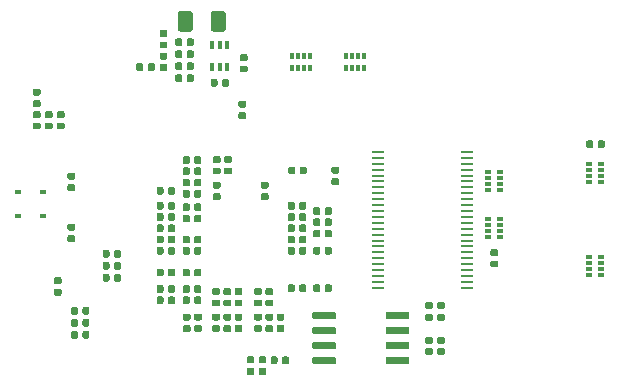
<source format=gbr>
%TF.GenerationSoftware,KiCad,Pcbnew,(5.1.5)-3*%
%TF.CreationDate,2020-04-26T22:01:22+08:00*%
%TF.ProjectId,vllink_highspeed.r1,766c6c69-6e6b-45f6-9869-676873706565,rev?*%
%TF.SameCoordinates,Original*%
%TF.FileFunction,Paste,Bot*%
%TF.FilePolarity,Positive*%
%FSLAX46Y46*%
G04 Gerber Fmt 4.6, Leading zero omitted, Abs format (unit mm)*
G04 Created by KiCad (PCBNEW (5.1.5)-3) date 2020-04-26 22:01:22*
%MOMM*%
%LPD*%
G04 APERTURE LIST*
%ADD10C,0.350000*%
%ADD11R,0.400000X0.650000*%
%ADD12R,0.320000X0.500000*%
%ADD13R,0.600000X0.450000*%
%ADD14R,1.000000X0.285000*%
%ADD15R,0.500000X0.320000*%
G04 APERTURE END LIST*
D10*
G36*
X128701703Y-130663122D02*
G01*
X128716264Y-130665282D01*
X128730543Y-130668859D01*
X128744403Y-130673818D01*
X128757710Y-130680112D01*
X128770336Y-130687680D01*
X128782159Y-130696448D01*
X128793066Y-130706334D01*
X128802952Y-130717241D01*
X128811720Y-130729064D01*
X128819288Y-130741690D01*
X128825582Y-130754997D01*
X128830541Y-130768857D01*
X128834118Y-130783136D01*
X128836278Y-130797697D01*
X128837000Y-130812400D01*
X128837000Y-131112400D01*
X128836278Y-131127103D01*
X128834118Y-131141664D01*
X128830541Y-131155943D01*
X128825582Y-131169803D01*
X128819288Y-131183110D01*
X128811720Y-131195736D01*
X128802952Y-131207559D01*
X128793066Y-131218466D01*
X128782159Y-131228352D01*
X128770336Y-131237120D01*
X128757710Y-131244688D01*
X128744403Y-131250982D01*
X128730543Y-131255941D01*
X128716264Y-131259518D01*
X128701703Y-131261678D01*
X128687000Y-131262400D01*
X126987000Y-131262400D01*
X126972297Y-131261678D01*
X126957736Y-131259518D01*
X126943457Y-131255941D01*
X126929597Y-131250982D01*
X126916290Y-131244688D01*
X126903664Y-131237120D01*
X126891841Y-131228352D01*
X126880934Y-131218466D01*
X126871048Y-131207559D01*
X126862280Y-131195736D01*
X126854712Y-131183110D01*
X126848418Y-131169803D01*
X126843459Y-131155943D01*
X126839882Y-131141664D01*
X126837722Y-131127103D01*
X126837000Y-131112400D01*
X126837000Y-130812400D01*
X126837722Y-130797697D01*
X126839882Y-130783136D01*
X126843459Y-130768857D01*
X126848418Y-130754997D01*
X126854712Y-130741690D01*
X126862280Y-130729064D01*
X126871048Y-130717241D01*
X126880934Y-130706334D01*
X126891841Y-130696448D01*
X126903664Y-130687680D01*
X126916290Y-130680112D01*
X126929597Y-130673818D01*
X126943457Y-130668859D01*
X126957736Y-130665282D01*
X126972297Y-130663122D01*
X126987000Y-130662400D01*
X128687000Y-130662400D01*
X128701703Y-130663122D01*
G37*
G36*
X128701703Y-129393122D02*
G01*
X128716264Y-129395282D01*
X128730543Y-129398859D01*
X128744403Y-129403818D01*
X128757710Y-129410112D01*
X128770336Y-129417680D01*
X128782159Y-129426448D01*
X128793066Y-129436334D01*
X128802952Y-129447241D01*
X128811720Y-129459064D01*
X128819288Y-129471690D01*
X128825582Y-129484997D01*
X128830541Y-129498857D01*
X128834118Y-129513136D01*
X128836278Y-129527697D01*
X128837000Y-129542400D01*
X128837000Y-129842400D01*
X128836278Y-129857103D01*
X128834118Y-129871664D01*
X128830541Y-129885943D01*
X128825582Y-129899803D01*
X128819288Y-129913110D01*
X128811720Y-129925736D01*
X128802952Y-129937559D01*
X128793066Y-129948466D01*
X128782159Y-129958352D01*
X128770336Y-129967120D01*
X128757710Y-129974688D01*
X128744403Y-129980982D01*
X128730543Y-129985941D01*
X128716264Y-129989518D01*
X128701703Y-129991678D01*
X128687000Y-129992400D01*
X126987000Y-129992400D01*
X126972297Y-129991678D01*
X126957736Y-129989518D01*
X126943457Y-129985941D01*
X126929597Y-129980982D01*
X126916290Y-129974688D01*
X126903664Y-129967120D01*
X126891841Y-129958352D01*
X126880934Y-129948466D01*
X126871048Y-129937559D01*
X126862280Y-129925736D01*
X126854712Y-129913110D01*
X126848418Y-129899803D01*
X126843459Y-129885943D01*
X126839882Y-129871664D01*
X126837722Y-129857103D01*
X126837000Y-129842400D01*
X126837000Y-129542400D01*
X126837722Y-129527697D01*
X126839882Y-129513136D01*
X126843459Y-129498857D01*
X126848418Y-129484997D01*
X126854712Y-129471690D01*
X126862280Y-129459064D01*
X126871048Y-129447241D01*
X126880934Y-129436334D01*
X126891841Y-129426448D01*
X126903664Y-129417680D01*
X126916290Y-129410112D01*
X126929597Y-129403818D01*
X126943457Y-129398859D01*
X126957736Y-129395282D01*
X126972297Y-129393122D01*
X126987000Y-129392400D01*
X128687000Y-129392400D01*
X128701703Y-129393122D01*
G37*
G36*
X128701703Y-128123122D02*
G01*
X128716264Y-128125282D01*
X128730543Y-128128859D01*
X128744403Y-128133818D01*
X128757710Y-128140112D01*
X128770336Y-128147680D01*
X128782159Y-128156448D01*
X128793066Y-128166334D01*
X128802952Y-128177241D01*
X128811720Y-128189064D01*
X128819288Y-128201690D01*
X128825582Y-128214997D01*
X128830541Y-128228857D01*
X128834118Y-128243136D01*
X128836278Y-128257697D01*
X128837000Y-128272400D01*
X128837000Y-128572400D01*
X128836278Y-128587103D01*
X128834118Y-128601664D01*
X128830541Y-128615943D01*
X128825582Y-128629803D01*
X128819288Y-128643110D01*
X128811720Y-128655736D01*
X128802952Y-128667559D01*
X128793066Y-128678466D01*
X128782159Y-128688352D01*
X128770336Y-128697120D01*
X128757710Y-128704688D01*
X128744403Y-128710982D01*
X128730543Y-128715941D01*
X128716264Y-128719518D01*
X128701703Y-128721678D01*
X128687000Y-128722400D01*
X126987000Y-128722400D01*
X126972297Y-128721678D01*
X126957736Y-128719518D01*
X126943457Y-128715941D01*
X126929597Y-128710982D01*
X126916290Y-128704688D01*
X126903664Y-128697120D01*
X126891841Y-128688352D01*
X126880934Y-128678466D01*
X126871048Y-128667559D01*
X126862280Y-128655736D01*
X126854712Y-128643110D01*
X126848418Y-128629803D01*
X126843459Y-128615943D01*
X126839882Y-128601664D01*
X126837722Y-128587103D01*
X126837000Y-128572400D01*
X126837000Y-128272400D01*
X126837722Y-128257697D01*
X126839882Y-128243136D01*
X126843459Y-128228857D01*
X126848418Y-128214997D01*
X126854712Y-128201690D01*
X126862280Y-128189064D01*
X126871048Y-128177241D01*
X126880934Y-128166334D01*
X126891841Y-128156448D01*
X126903664Y-128147680D01*
X126916290Y-128140112D01*
X126929597Y-128133818D01*
X126943457Y-128128859D01*
X126957736Y-128125282D01*
X126972297Y-128123122D01*
X126987000Y-128122400D01*
X128687000Y-128122400D01*
X128701703Y-128123122D01*
G37*
G36*
X128701703Y-126853122D02*
G01*
X128716264Y-126855282D01*
X128730543Y-126858859D01*
X128744403Y-126863818D01*
X128757710Y-126870112D01*
X128770336Y-126877680D01*
X128782159Y-126886448D01*
X128793066Y-126896334D01*
X128802952Y-126907241D01*
X128811720Y-126919064D01*
X128819288Y-126931690D01*
X128825582Y-126944997D01*
X128830541Y-126958857D01*
X128834118Y-126973136D01*
X128836278Y-126987697D01*
X128837000Y-127002400D01*
X128837000Y-127302400D01*
X128836278Y-127317103D01*
X128834118Y-127331664D01*
X128830541Y-127345943D01*
X128825582Y-127359803D01*
X128819288Y-127373110D01*
X128811720Y-127385736D01*
X128802952Y-127397559D01*
X128793066Y-127408466D01*
X128782159Y-127418352D01*
X128770336Y-127427120D01*
X128757710Y-127434688D01*
X128744403Y-127440982D01*
X128730543Y-127445941D01*
X128716264Y-127449518D01*
X128701703Y-127451678D01*
X128687000Y-127452400D01*
X126987000Y-127452400D01*
X126972297Y-127451678D01*
X126957736Y-127449518D01*
X126943457Y-127445941D01*
X126929597Y-127440982D01*
X126916290Y-127434688D01*
X126903664Y-127427120D01*
X126891841Y-127418352D01*
X126880934Y-127408466D01*
X126871048Y-127397559D01*
X126862280Y-127385736D01*
X126854712Y-127373110D01*
X126848418Y-127359803D01*
X126843459Y-127345943D01*
X126839882Y-127331664D01*
X126837722Y-127317103D01*
X126837000Y-127302400D01*
X126837000Y-127002400D01*
X126837722Y-126987697D01*
X126839882Y-126973136D01*
X126843459Y-126958857D01*
X126848418Y-126944997D01*
X126854712Y-126931690D01*
X126862280Y-126919064D01*
X126871048Y-126907241D01*
X126880934Y-126896334D01*
X126891841Y-126886448D01*
X126903664Y-126877680D01*
X126916290Y-126870112D01*
X126929597Y-126863818D01*
X126943457Y-126858859D01*
X126957736Y-126855282D01*
X126972297Y-126853122D01*
X126987000Y-126852400D01*
X128687000Y-126852400D01*
X128701703Y-126853122D01*
G37*
G36*
X134901703Y-126853122D02*
G01*
X134916264Y-126855282D01*
X134930543Y-126858859D01*
X134944403Y-126863818D01*
X134957710Y-126870112D01*
X134970336Y-126877680D01*
X134982159Y-126886448D01*
X134993066Y-126896334D01*
X135002952Y-126907241D01*
X135011720Y-126919064D01*
X135019288Y-126931690D01*
X135025582Y-126944997D01*
X135030541Y-126958857D01*
X135034118Y-126973136D01*
X135036278Y-126987697D01*
X135037000Y-127002400D01*
X135037000Y-127302400D01*
X135036278Y-127317103D01*
X135034118Y-127331664D01*
X135030541Y-127345943D01*
X135025582Y-127359803D01*
X135019288Y-127373110D01*
X135011720Y-127385736D01*
X135002952Y-127397559D01*
X134993066Y-127408466D01*
X134982159Y-127418352D01*
X134970336Y-127427120D01*
X134957710Y-127434688D01*
X134944403Y-127440982D01*
X134930543Y-127445941D01*
X134916264Y-127449518D01*
X134901703Y-127451678D01*
X134887000Y-127452400D01*
X133187000Y-127452400D01*
X133172297Y-127451678D01*
X133157736Y-127449518D01*
X133143457Y-127445941D01*
X133129597Y-127440982D01*
X133116290Y-127434688D01*
X133103664Y-127427120D01*
X133091841Y-127418352D01*
X133080934Y-127408466D01*
X133071048Y-127397559D01*
X133062280Y-127385736D01*
X133054712Y-127373110D01*
X133048418Y-127359803D01*
X133043459Y-127345943D01*
X133039882Y-127331664D01*
X133037722Y-127317103D01*
X133037000Y-127302400D01*
X133037000Y-127002400D01*
X133037722Y-126987697D01*
X133039882Y-126973136D01*
X133043459Y-126958857D01*
X133048418Y-126944997D01*
X133054712Y-126931690D01*
X133062280Y-126919064D01*
X133071048Y-126907241D01*
X133080934Y-126896334D01*
X133091841Y-126886448D01*
X133103664Y-126877680D01*
X133116290Y-126870112D01*
X133129597Y-126863818D01*
X133143457Y-126858859D01*
X133157736Y-126855282D01*
X133172297Y-126853122D01*
X133187000Y-126852400D01*
X134887000Y-126852400D01*
X134901703Y-126853122D01*
G37*
G36*
X134901703Y-128123122D02*
G01*
X134916264Y-128125282D01*
X134930543Y-128128859D01*
X134944403Y-128133818D01*
X134957710Y-128140112D01*
X134970336Y-128147680D01*
X134982159Y-128156448D01*
X134993066Y-128166334D01*
X135002952Y-128177241D01*
X135011720Y-128189064D01*
X135019288Y-128201690D01*
X135025582Y-128214997D01*
X135030541Y-128228857D01*
X135034118Y-128243136D01*
X135036278Y-128257697D01*
X135037000Y-128272400D01*
X135037000Y-128572400D01*
X135036278Y-128587103D01*
X135034118Y-128601664D01*
X135030541Y-128615943D01*
X135025582Y-128629803D01*
X135019288Y-128643110D01*
X135011720Y-128655736D01*
X135002952Y-128667559D01*
X134993066Y-128678466D01*
X134982159Y-128688352D01*
X134970336Y-128697120D01*
X134957710Y-128704688D01*
X134944403Y-128710982D01*
X134930543Y-128715941D01*
X134916264Y-128719518D01*
X134901703Y-128721678D01*
X134887000Y-128722400D01*
X133187000Y-128722400D01*
X133172297Y-128721678D01*
X133157736Y-128719518D01*
X133143457Y-128715941D01*
X133129597Y-128710982D01*
X133116290Y-128704688D01*
X133103664Y-128697120D01*
X133091841Y-128688352D01*
X133080934Y-128678466D01*
X133071048Y-128667559D01*
X133062280Y-128655736D01*
X133054712Y-128643110D01*
X133048418Y-128629803D01*
X133043459Y-128615943D01*
X133039882Y-128601664D01*
X133037722Y-128587103D01*
X133037000Y-128572400D01*
X133037000Y-128272400D01*
X133037722Y-128257697D01*
X133039882Y-128243136D01*
X133043459Y-128228857D01*
X133048418Y-128214997D01*
X133054712Y-128201690D01*
X133062280Y-128189064D01*
X133071048Y-128177241D01*
X133080934Y-128166334D01*
X133091841Y-128156448D01*
X133103664Y-128147680D01*
X133116290Y-128140112D01*
X133129597Y-128133818D01*
X133143457Y-128128859D01*
X133157736Y-128125282D01*
X133172297Y-128123122D01*
X133187000Y-128122400D01*
X134887000Y-128122400D01*
X134901703Y-128123122D01*
G37*
G36*
X134901703Y-129393122D02*
G01*
X134916264Y-129395282D01*
X134930543Y-129398859D01*
X134944403Y-129403818D01*
X134957710Y-129410112D01*
X134970336Y-129417680D01*
X134982159Y-129426448D01*
X134993066Y-129436334D01*
X135002952Y-129447241D01*
X135011720Y-129459064D01*
X135019288Y-129471690D01*
X135025582Y-129484997D01*
X135030541Y-129498857D01*
X135034118Y-129513136D01*
X135036278Y-129527697D01*
X135037000Y-129542400D01*
X135037000Y-129842400D01*
X135036278Y-129857103D01*
X135034118Y-129871664D01*
X135030541Y-129885943D01*
X135025582Y-129899803D01*
X135019288Y-129913110D01*
X135011720Y-129925736D01*
X135002952Y-129937559D01*
X134993066Y-129948466D01*
X134982159Y-129958352D01*
X134970336Y-129967120D01*
X134957710Y-129974688D01*
X134944403Y-129980982D01*
X134930543Y-129985941D01*
X134916264Y-129989518D01*
X134901703Y-129991678D01*
X134887000Y-129992400D01*
X133187000Y-129992400D01*
X133172297Y-129991678D01*
X133157736Y-129989518D01*
X133143457Y-129985941D01*
X133129597Y-129980982D01*
X133116290Y-129974688D01*
X133103664Y-129967120D01*
X133091841Y-129958352D01*
X133080934Y-129948466D01*
X133071048Y-129937559D01*
X133062280Y-129925736D01*
X133054712Y-129913110D01*
X133048418Y-129899803D01*
X133043459Y-129885943D01*
X133039882Y-129871664D01*
X133037722Y-129857103D01*
X133037000Y-129842400D01*
X133037000Y-129542400D01*
X133037722Y-129527697D01*
X133039882Y-129513136D01*
X133043459Y-129498857D01*
X133048418Y-129484997D01*
X133054712Y-129471690D01*
X133062280Y-129459064D01*
X133071048Y-129447241D01*
X133080934Y-129436334D01*
X133091841Y-129426448D01*
X133103664Y-129417680D01*
X133116290Y-129410112D01*
X133129597Y-129403818D01*
X133143457Y-129398859D01*
X133157736Y-129395282D01*
X133172297Y-129393122D01*
X133187000Y-129392400D01*
X134887000Y-129392400D01*
X134901703Y-129393122D01*
G37*
G36*
X134901703Y-130663122D02*
G01*
X134916264Y-130665282D01*
X134930543Y-130668859D01*
X134944403Y-130673818D01*
X134957710Y-130680112D01*
X134970336Y-130687680D01*
X134982159Y-130696448D01*
X134993066Y-130706334D01*
X135002952Y-130717241D01*
X135011720Y-130729064D01*
X135019288Y-130741690D01*
X135025582Y-130754997D01*
X135030541Y-130768857D01*
X135034118Y-130783136D01*
X135036278Y-130797697D01*
X135037000Y-130812400D01*
X135037000Y-131112400D01*
X135036278Y-131127103D01*
X135034118Y-131141664D01*
X135030541Y-131155943D01*
X135025582Y-131169803D01*
X135019288Y-131183110D01*
X135011720Y-131195736D01*
X135002952Y-131207559D01*
X134993066Y-131218466D01*
X134982159Y-131228352D01*
X134970336Y-131237120D01*
X134957710Y-131244688D01*
X134944403Y-131250982D01*
X134930543Y-131255941D01*
X134916264Y-131259518D01*
X134901703Y-131261678D01*
X134887000Y-131262400D01*
X133187000Y-131262400D01*
X133172297Y-131261678D01*
X133157736Y-131259518D01*
X133143457Y-131255941D01*
X133129597Y-131250982D01*
X133116290Y-131244688D01*
X133103664Y-131237120D01*
X133091841Y-131228352D01*
X133080934Y-131218466D01*
X133071048Y-131207559D01*
X133062280Y-131195736D01*
X133054712Y-131183110D01*
X133048418Y-131169803D01*
X133043459Y-131155943D01*
X133039882Y-131141664D01*
X133037722Y-131127103D01*
X133037000Y-131112400D01*
X133037000Y-130812400D01*
X133037722Y-130797697D01*
X133039882Y-130783136D01*
X133043459Y-130768857D01*
X133048418Y-130754997D01*
X133054712Y-130741690D01*
X133062280Y-130729064D01*
X133071048Y-130717241D01*
X133080934Y-130706334D01*
X133091841Y-130696448D01*
X133103664Y-130687680D01*
X133116290Y-130680112D01*
X133129597Y-130673818D01*
X133143457Y-130668859D01*
X133157736Y-130665282D01*
X133172297Y-130663122D01*
X133187000Y-130662400D01*
X134887000Y-130662400D01*
X134901703Y-130663122D01*
G37*
G36*
X124725958Y-130617710D02*
G01*
X124740276Y-130619834D01*
X124754317Y-130623351D01*
X124767946Y-130628228D01*
X124781031Y-130634417D01*
X124793447Y-130641858D01*
X124805073Y-130650481D01*
X124815798Y-130660202D01*
X124825519Y-130670927D01*
X124834142Y-130682553D01*
X124841583Y-130694969D01*
X124847772Y-130708054D01*
X124852649Y-130721683D01*
X124856166Y-130735724D01*
X124858290Y-130750042D01*
X124859000Y-130764500D01*
X124859000Y-131109500D01*
X124858290Y-131123958D01*
X124856166Y-131138276D01*
X124852649Y-131152317D01*
X124847772Y-131165946D01*
X124841583Y-131179031D01*
X124834142Y-131191447D01*
X124825519Y-131203073D01*
X124815798Y-131213798D01*
X124805073Y-131223519D01*
X124793447Y-131232142D01*
X124781031Y-131239583D01*
X124767946Y-131245772D01*
X124754317Y-131250649D01*
X124740276Y-131254166D01*
X124725958Y-131256290D01*
X124711500Y-131257000D01*
X124416500Y-131257000D01*
X124402042Y-131256290D01*
X124387724Y-131254166D01*
X124373683Y-131250649D01*
X124360054Y-131245772D01*
X124346969Y-131239583D01*
X124334553Y-131232142D01*
X124322927Y-131223519D01*
X124312202Y-131213798D01*
X124302481Y-131203073D01*
X124293858Y-131191447D01*
X124286417Y-131179031D01*
X124280228Y-131165946D01*
X124275351Y-131152317D01*
X124271834Y-131138276D01*
X124269710Y-131123958D01*
X124269000Y-131109500D01*
X124269000Y-130764500D01*
X124269710Y-130750042D01*
X124271834Y-130735724D01*
X124275351Y-130721683D01*
X124280228Y-130708054D01*
X124286417Y-130694969D01*
X124293858Y-130682553D01*
X124302481Y-130670927D01*
X124312202Y-130660202D01*
X124322927Y-130650481D01*
X124334553Y-130641858D01*
X124346969Y-130634417D01*
X124360054Y-130628228D01*
X124373683Y-130623351D01*
X124387724Y-130619834D01*
X124402042Y-130617710D01*
X124416500Y-130617000D01*
X124711500Y-130617000D01*
X124725958Y-130617710D01*
G37*
G36*
X123755958Y-130617710D02*
G01*
X123770276Y-130619834D01*
X123784317Y-130623351D01*
X123797946Y-130628228D01*
X123811031Y-130634417D01*
X123823447Y-130641858D01*
X123835073Y-130650481D01*
X123845798Y-130660202D01*
X123855519Y-130670927D01*
X123864142Y-130682553D01*
X123871583Y-130694969D01*
X123877772Y-130708054D01*
X123882649Y-130721683D01*
X123886166Y-130735724D01*
X123888290Y-130750042D01*
X123889000Y-130764500D01*
X123889000Y-131109500D01*
X123888290Y-131123958D01*
X123886166Y-131138276D01*
X123882649Y-131152317D01*
X123877772Y-131165946D01*
X123871583Y-131179031D01*
X123864142Y-131191447D01*
X123855519Y-131203073D01*
X123845798Y-131213798D01*
X123835073Y-131223519D01*
X123823447Y-131232142D01*
X123811031Y-131239583D01*
X123797946Y-131245772D01*
X123784317Y-131250649D01*
X123770276Y-131254166D01*
X123755958Y-131256290D01*
X123741500Y-131257000D01*
X123446500Y-131257000D01*
X123432042Y-131256290D01*
X123417724Y-131254166D01*
X123403683Y-131250649D01*
X123390054Y-131245772D01*
X123376969Y-131239583D01*
X123364553Y-131232142D01*
X123352927Y-131223519D01*
X123342202Y-131213798D01*
X123332481Y-131203073D01*
X123323858Y-131191447D01*
X123316417Y-131179031D01*
X123310228Y-131165946D01*
X123305351Y-131152317D01*
X123301834Y-131138276D01*
X123299710Y-131123958D01*
X123299000Y-131109500D01*
X123299000Y-130764500D01*
X123299710Y-130750042D01*
X123301834Y-130735724D01*
X123305351Y-130721683D01*
X123310228Y-130708054D01*
X123316417Y-130694969D01*
X123323858Y-130682553D01*
X123332481Y-130670927D01*
X123342202Y-130660202D01*
X123352927Y-130650481D01*
X123364553Y-130641858D01*
X123376969Y-130634417D01*
X123390054Y-130628228D01*
X123403683Y-130623351D01*
X123417724Y-130619834D01*
X123432042Y-130617710D01*
X123446500Y-130617000D01*
X123741500Y-130617000D01*
X123755958Y-130617710D01*
G37*
G36*
X121217958Y-105981710D02*
G01*
X121232276Y-105983834D01*
X121246317Y-105987351D01*
X121259946Y-105992228D01*
X121273031Y-105998417D01*
X121285447Y-106005858D01*
X121297073Y-106014481D01*
X121307798Y-106024202D01*
X121317519Y-106034927D01*
X121326142Y-106046553D01*
X121333583Y-106058969D01*
X121339772Y-106072054D01*
X121344649Y-106085683D01*
X121348166Y-106099724D01*
X121350290Y-106114042D01*
X121351000Y-106128500D01*
X121351000Y-106423500D01*
X121350290Y-106437958D01*
X121348166Y-106452276D01*
X121344649Y-106466317D01*
X121339772Y-106479946D01*
X121333583Y-106493031D01*
X121326142Y-106505447D01*
X121317519Y-106517073D01*
X121307798Y-106527798D01*
X121297073Y-106537519D01*
X121285447Y-106546142D01*
X121273031Y-106553583D01*
X121259946Y-106559772D01*
X121246317Y-106564649D01*
X121232276Y-106568166D01*
X121217958Y-106570290D01*
X121203500Y-106571000D01*
X120858500Y-106571000D01*
X120844042Y-106570290D01*
X120829724Y-106568166D01*
X120815683Y-106564649D01*
X120802054Y-106559772D01*
X120788969Y-106553583D01*
X120776553Y-106546142D01*
X120764927Y-106537519D01*
X120754202Y-106527798D01*
X120744481Y-106517073D01*
X120735858Y-106505447D01*
X120728417Y-106493031D01*
X120722228Y-106479946D01*
X120717351Y-106466317D01*
X120713834Y-106452276D01*
X120711710Y-106437958D01*
X120711000Y-106423500D01*
X120711000Y-106128500D01*
X120711710Y-106114042D01*
X120713834Y-106099724D01*
X120717351Y-106085683D01*
X120722228Y-106072054D01*
X120728417Y-106058969D01*
X120735858Y-106046553D01*
X120744481Y-106034927D01*
X120754202Y-106024202D01*
X120764927Y-106014481D01*
X120776553Y-106005858D01*
X120788969Y-105998417D01*
X120802054Y-105992228D01*
X120815683Y-105987351D01*
X120829724Y-105983834D01*
X120844042Y-105981710D01*
X120858500Y-105981000D01*
X121203500Y-105981000D01*
X121217958Y-105981710D01*
G37*
G36*
X121217958Y-105011710D02*
G01*
X121232276Y-105013834D01*
X121246317Y-105017351D01*
X121259946Y-105022228D01*
X121273031Y-105028417D01*
X121285447Y-105035858D01*
X121297073Y-105044481D01*
X121307798Y-105054202D01*
X121317519Y-105064927D01*
X121326142Y-105076553D01*
X121333583Y-105088969D01*
X121339772Y-105102054D01*
X121344649Y-105115683D01*
X121348166Y-105129724D01*
X121350290Y-105144042D01*
X121351000Y-105158500D01*
X121351000Y-105453500D01*
X121350290Y-105467958D01*
X121348166Y-105482276D01*
X121344649Y-105496317D01*
X121339772Y-105509946D01*
X121333583Y-105523031D01*
X121326142Y-105535447D01*
X121317519Y-105547073D01*
X121307798Y-105557798D01*
X121297073Y-105567519D01*
X121285447Y-105576142D01*
X121273031Y-105583583D01*
X121259946Y-105589772D01*
X121246317Y-105594649D01*
X121232276Y-105598166D01*
X121217958Y-105600290D01*
X121203500Y-105601000D01*
X120858500Y-105601000D01*
X120844042Y-105600290D01*
X120829724Y-105598166D01*
X120815683Y-105594649D01*
X120802054Y-105589772D01*
X120788969Y-105583583D01*
X120776553Y-105576142D01*
X120764927Y-105567519D01*
X120754202Y-105557798D01*
X120744481Y-105547073D01*
X120735858Y-105535447D01*
X120728417Y-105523031D01*
X120722228Y-105509946D01*
X120717351Y-105496317D01*
X120713834Y-105482276D01*
X120711710Y-105467958D01*
X120711000Y-105453500D01*
X120711000Y-105158500D01*
X120711710Y-105144042D01*
X120713834Y-105129724D01*
X120717351Y-105115683D01*
X120722228Y-105102054D01*
X120728417Y-105088969D01*
X120735858Y-105076553D01*
X120744481Y-105064927D01*
X120754202Y-105054202D01*
X120764927Y-105044481D01*
X120776553Y-105035858D01*
X120788969Y-105028417D01*
X120802054Y-105022228D01*
X120815683Y-105017351D01*
X120829724Y-105013834D01*
X120844042Y-105011710D01*
X120858500Y-105011000D01*
X121203500Y-105011000D01*
X121217958Y-105011710D01*
G37*
G36*
X106864958Y-126426710D02*
G01*
X106879276Y-126428834D01*
X106893317Y-126432351D01*
X106906946Y-126437228D01*
X106920031Y-126443417D01*
X106932447Y-126450858D01*
X106944073Y-126459481D01*
X106954798Y-126469202D01*
X106964519Y-126479927D01*
X106973142Y-126491553D01*
X106980583Y-126503969D01*
X106986772Y-126517054D01*
X106991649Y-126530683D01*
X106995166Y-126544724D01*
X106997290Y-126559042D01*
X106998000Y-126573500D01*
X106998000Y-126918500D01*
X106997290Y-126932958D01*
X106995166Y-126947276D01*
X106991649Y-126961317D01*
X106986772Y-126974946D01*
X106980583Y-126988031D01*
X106973142Y-127000447D01*
X106964519Y-127012073D01*
X106954798Y-127022798D01*
X106944073Y-127032519D01*
X106932447Y-127041142D01*
X106920031Y-127048583D01*
X106906946Y-127054772D01*
X106893317Y-127059649D01*
X106879276Y-127063166D01*
X106864958Y-127065290D01*
X106850500Y-127066000D01*
X106555500Y-127066000D01*
X106541042Y-127065290D01*
X106526724Y-127063166D01*
X106512683Y-127059649D01*
X106499054Y-127054772D01*
X106485969Y-127048583D01*
X106473553Y-127041142D01*
X106461927Y-127032519D01*
X106451202Y-127022798D01*
X106441481Y-127012073D01*
X106432858Y-127000447D01*
X106425417Y-126988031D01*
X106419228Y-126974946D01*
X106414351Y-126961317D01*
X106410834Y-126947276D01*
X106408710Y-126932958D01*
X106408000Y-126918500D01*
X106408000Y-126573500D01*
X106408710Y-126559042D01*
X106410834Y-126544724D01*
X106414351Y-126530683D01*
X106419228Y-126517054D01*
X106425417Y-126503969D01*
X106432858Y-126491553D01*
X106441481Y-126479927D01*
X106451202Y-126469202D01*
X106461927Y-126459481D01*
X106473553Y-126450858D01*
X106485969Y-126443417D01*
X106499054Y-126437228D01*
X106512683Y-126432351D01*
X106526724Y-126428834D01*
X106541042Y-126426710D01*
X106555500Y-126426000D01*
X106850500Y-126426000D01*
X106864958Y-126426710D01*
G37*
G36*
X107834958Y-126426710D02*
G01*
X107849276Y-126428834D01*
X107863317Y-126432351D01*
X107876946Y-126437228D01*
X107890031Y-126443417D01*
X107902447Y-126450858D01*
X107914073Y-126459481D01*
X107924798Y-126469202D01*
X107934519Y-126479927D01*
X107943142Y-126491553D01*
X107950583Y-126503969D01*
X107956772Y-126517054D01*
X107961649Y-126530683D01*
X107965166Y-126544724D01*
X107967290Y-126559042D01*
X107968000Y-126573500D01*
X107968000Y-126918500D01*
X107967290Y-126932958D01*
X107965166Y-126947276D01*
X107961649Y-126961317D01*
X107956772Y-126974946D01*
X107950583Y-126988031D01*
X107943142Y-127000447D01*
X107934519Y-127012073D01*
X107924798Y-127022798D01*
X107914073Y-127032519D01*
X107902447Y-127041142D01*
X107890031Y-127048583D01*
X107876946Y-127054772D01*
X107863317Y-127059649D01*
X107849276Y-127063166D01*
X107834958Y-127065290D01*
X107820500Y-127066000D01*
X107525500Y-127066000D01*
X107511042Y-127065290D01*
X107496724Y-127063166D01*
X107482683Y-127059649D01*
X107469054Y-127054772D01*
X107455969Y-127048583D01*
X107443553Y-127041142D01*
X107431927Y-127032519D01*
X107421202Y-127022798D01*
X107411481Y-127012073D01*
X107402858Y-127000447D01*
X107395417Y-126988031D01*
X107389228Y-126974946D01*
X107384351Y-126961317D01*
X107380834Y-126947276D01*
X107378710Y-126932958D01*
X107378000Y-126918500D01*
X107378000Y-126573500D01*
X107378710Y-126559042D01*
X107380834Y-126544724D01*
X107384351Y-126530683D01*
X107389228Y-126517054D01*
X107395417Y-126503969D01*
X107402858Y-126491553D01*
X107411481Y-126479927D01*
X107421202Y-126469202D01*
X107431927Y-126459481D01*
X107443553Y-126450858D01*
X107455969Y-126443417D01*
X107469054Y-126437228D01*
X107482683Y-126432351D01*
X107496724Y-126428834D01*
X107511042Y-126426710D01*
X107525500Y-126426000D01*
X107820500Y-126426000D01*
X107834958Y-126426710D01*
G37*
G36*
X106864958Y-127442710D02*
G01*
X106879276Y-127444834D01*
X106893317Y-127448351D01*
X106906946Y-127453228D01*
X106920031Y-127459417D01*
X106932447Y-127466858D01*
X106944073Y-127475481D01*
X106954798Y-127485202D01*
X106964519Y-127495927D01*
X106973142Y-127507553D01*
X106980583Y-127519969D01*
X106986772Y-127533054D01*
X106991649Y-127546683D01*
X106995166Y-127560724D01*
X106997290Y-127575042D01*
X106998000Y-127589500D01*
X106998000Y-127934500D01*
X106997290Y-127948958D01*
X106995166Y-127963276D01*
X106991649Y-127977317D01*
X106986772Y-127990946D01*
X106980583Y-128004031D01*
X106973142Y-128016447D01*
X106964519Y-128028073D01*
X106954798Y-128038798D01*
X106944073Y-128048519D01*
X106932447Y-128057142D01*
X106920031Y-128064583D01*
X106906946Y-128070772D01*
X106893317Y-128075649D01*
X106879276Y-128079166D01*
X106864958Y-128081290D01*
X106850500Y-128082000D01*
X106555500Y-128082000D01*
X106541042Y-128081290D01*
X106526724Y-128079166D01*
X106512683Y-128075649D01*
X106499054Y-128070772D01*
X106485969Y-128064583D01*
X106473553Y-128057142D01*
X106461927Y-128048519D01*
X106451202Y-128038798D01*
X106441481Y-128028073D01*
X106432858Y-128016447D01*
X106425417Y-128004031D01*
X106419228Y-127990946D01*
X106414351Y-127977317D01*
X106410834Y-127963276D01*
X106408710Y-127948958D01*
X106408000Y-127934500D01*
X106408000Y-127589500D01*
X106408710Y-127575042D01*
X106410834Y-127560724D01*
X106414351Y-127546683D01*
X106419228Y-127533054D01*
X106425417Y-127519969D01*
X106432858Y-127507553D01*
X106441481Y-127495927D01*
X106451202Y-127485202D01*
X106461927Y-127475481D01*
X106473553Y-127466858D01*
X106485969Y-127459417D01*
X106499054Y-127453228D01*
X106512683Y-127448351D01*
X106526724Y-127444834D01*
X106541042Y-127442710D01*
X106555500Y-127442000D01*
X106850500Y-127442000D01*
X106864958Y-127442710D01*
G37*
G36*
X107834958Y-127442710D02*
G01*
X107849276Y-127444834D01*
X107863317Y-127448351D01*
X107876946Y-127453228D01*
X107890031Y-127459417D01*
X107902447Y-127466858D01*
X107914073Y-127475481D01*
X107924798Y-127485202D01*
X107934519Y-127495927D01*
X107943142Y-127507553D01*
X107950583Y-127519969D01*
X107956772Y-127533054D01*
X107961649Y-127546683D01*
X107965166Y-127560724D01*
X107967290Y-127575042D01*
X107968000Y-127589500D01*
X107968000Y-127934500D01*
X107967290Y-127948958D01*
X107965166Y-127963276D01*
X107961649Y-127977317D01*
X107956772Y-127990946D01*
X107950583Y-128004031D01*
X107943142Y-128016447D01*
X107934519Y-128028073D01*
X107924798Y-128038798D01*
X107914073Y-128048519D01*
X107902447Y-128057142D01*
X107890031Y-128064583D01*
X107876946Y-128070772D01*
X107863317Y-128075649D01*
X107849276Y-128079166D01*
X107834958Y-128081290D01*
X107820500Y-128082000D01*
X107525500Y-128082000D01*
X107511042Y-128081290D01*
X107496724Y-128079166D01*
X107482683Y-128075649D01*
X107469054Y-128070772D01*
X107455969Y-128064583D01*
X107443553Y-128057142D01*
X107431927Y-128048519D01*
X107421202Y-128038798D01*
X107411481Y-128028073D01*
X107402858Y-128016447D01*
X107395417Y-128004031D01*
X107389228Y-127990946D01*
X107384351Y-127977317D01*
X107380834Y-127963276D01*
X107378710Y-127948958D01*
X107378000Y-127934500D01*
X107378000Y-127589500D01*
X107378710Y-127575042D01*
X107380834Y-127560724D01*
X107384351Y-127546683D01*
X107389228Y-127533054D01*
X107395417Y-127519969D01*
X107402858Y-127507553D01*
X107411481Y-127495927D01*
X107421202Y-127485202D01*
X107431927Y-127475481D01*
X107443553Y-127466858D01*
X107455969Y-127459417D01*
X107469054Y-127453228D01*
X107482683Y-127448351D01*
X107496724Y-127444834D01*
X107511042Y-127442710D01*
X107525500Y-127442000D01*
X107820500Y-127442000D01*
X107834958Y-127442710D01*
G37*
G36*
X106864958Y-128458710D02*
G01*
X106879276Y-128460834D01*
X106893317Y-128464351D01*
X106906946Y-128469228D01*
X106920031Y-128475417D01*
X106932447Y-128482858D01*
X106944073Y-128491481D01*
X106954798Y-128501202D01*
X106964519Y-128511927D01*
X106973142Y-128523553D01*
X106980583Y-128535969D01*
X106986772Y-128549054D01*
X106991649Y-128562683D01*
X106995166Y-128576724D01*
X106997290Y-128591042D01*
X106998000Y-128605500D01*
X106998000Y-128950500D01*
X106997290Y-128964958D01*
X106995166Y-128979276D01*
X106991649Y-128993317D01*
X106986772Y-129006946D01*
X106980583Y-129020031D01*
X106973142Y-129032447D01*
X106964519Y-129044073D01*
X106954798Y-129054798D01*
X106944073Y-129064519D01*
X106932447Y-129073142D01*
X106920031Y-129080583D01*
X106906946Y-129086772D01*
X106893317Y-129091649D01*
X106879276Y-129095166D01*
X106864958Y-129097290D01*
X106850500Y-129098000D01*
X106555500Y-129098000D01*
X106541042Y-129097290D01*
X106526724Y-129095166D01*
X106512683Y-129091649D01*
X106499054Y-129086772D01*
X106485969Y-129080583D01*
X106473553Y-129073142D01*
X106461927Y-129064519D01*
X106451202Y-129054798D01*
X106441481Y-129044073D01*
X106432858Y-129032447D01*
X106425417Y-129020031D01*
X106419228Y-129006946D01*
X106414351Y-128993317D01*
X106410834Y-128979276D01*
X106408710Y-128964958D01*
X106408000Y-128950500D01*
X106408000Y-128605500D01*
X106408710Y-128591042D01*
X106410834Y-128576724D01*
X106414351Y-128562683D01*
X106419228Y-128549054D01*
X106425417Y-128535969D01*
X106432858Y-128523553D01*
X106441481Y-128511927D01*
X106451202Y-128501202D01*
X106461927Y-128491481D01*
X106473553Y-128482858D01*
X106485969Y-128475417D01*
X106499054Y-128469228D01*
X106512683Y-128464351D01*
X106526724Y-128460834D01*
X106541042Y-128458710D01*
X106555500Y-128458000D01*
X106850500Y-128458000D01*
X106864958Y-128458710D01*
G37*
G36*
X107834958Y-128458710D02*
G01*
X107849276Y-128460834D01*
X107863317Y-128464351D01*
X107876946Y-128469228D01*
X107890031Y-128475417D01*
X107902447Y-128482858D01*
X107914073Y-128491481D01*
X107924798Y-128501202D01*
X107934519Y-128511927D01*
X107943142Y-128523553D01*
X107950583Y-128535969D01*
X107956772Y-128549054D01*
X107961649Y-128562683D01*
X107965166Y-128576724D01*
X107967290Y-128591042D01*
X107968000Y-128605500D01*
X107968000Y-128950500D01*
X107967290Y-128964958D01*
X107965166Y-128979276D01*
X107961649Y-128993317D01*
X107956772Y-129006946D01*
X107950583Y-129020031D01*
X107943142Y-129032447D01*
X107934519Y-129044073D01*
X107924798Y-129054798D01*
X107914073Y-129064519D01*
X107902447Y-129073142D01*
X107890031Y-129080583D01*
X107876946Y-129086772D01*
X107863317Y-129091649D01*
X107849276Y-129095166D01*
X107834958Y-129097290D01*
X107820500Y-129098000D01*
X107525500Y-129098000D01*
X107511042Y-129097290D01*
X107496724Y-129095166D01*
X107482683Y-129091649D01*
X107469054Y-129086772D01*
X107455969Y-129080583D01*
X107443553Y-129073142D01*
X107431927Y-129064519D01*
X107421202Y-129054798D01*
X107411481Y-129044073D01*
X107402858Y-129032447D01*
X107395417Y-129020031D01*
X107389228Y-129006946D01*
X107384351Y-128993317D01*
X107380834Y-128979276D01*
X107378710Y-128964958D01*
X107378000Y-128950500D01*
X107378000Y-128605500D01*
X107378710Y-128591042D01*
X107380834Y-128576724D01*
X107384351Y-128562683D01*
X107389228Y-128549054D01*
X107395417Y-128535969D01*
X107402858Y-128523553D01*
X107411481Y-128511927D01*
X107421202Y-128501202D01*
X107431927Y-128491481D01*
X107443553Y-128482858D01*
X107455969Y-128475417D01*
X107469054Y-128469228D01*
X107482683Y-128464351D01*
X107496724Y-128460834D01*
X107511042Y-128458710D01*
X107525500Y-128458000D01*
X107820500Y-128458000D01*
X107834958Y-128458710D01*
G37*
D11*
X119649000Y-104206000D03*
X118349000Y-104206000D03*
X118999000Y-106106000D03*
X118999000Y-104206000D03*
X118349000Y-106106000D03*
X119649000Y-106106000D03*
D10*
G36*
X122805458Y-131572210D02*
G01*
X122819776Y-131574334D01*
X122833817Y-131577851D01*
X122847446Y-131582728D01*
X122860531Y-131588917D01*
X122872947Y-131596358D01*
X122884573Y-131604981D01*
X122895298Y-131614702D01*
X122905019Y-131625427D01*
X122913642Y-131637053D01*
X122921083Y-131649469D01*
X122927272Y-131662554D01*
X122932149Y-131676183D01*
X122935666Y-131690224D01*
X122937790Y-131704542D01*
X122938500Y-131719000D01*
X122938500Y-132014000D01*
X122937790Y-132028458D01*
X122935666Y-132042776D01*
X122932149Y-132056817D01*
X122927272Y-132070446D01*
X122921083Y-132083531D01*
X122913642Y-132095947D01*
X122905019Y-132107573D01*
X122895298Y-132118298D01*
X122884573Y-132128019D01*
X122872947Y-132136642D01*
X122860531Y-132144083D01*
X122847446Y-132150272D01*
X122833817Y-132155149D01*
X122819776Y-132158666D01*
X122805458Y-132160790D01*
X122791000Y-132161500D01*
X122446000Y-132161500D01*
X122431542Y-132160790D01*
X122417224Y-132158666D01*
X122403183Y-132155149D01*
X122389554Y-132150272D01*
X122376469Y-132144083D01*
X122364053Y-132136642D01*
X122352427Y-132128019D01*
X122341702Y-132118298D01*
X122331981Y-132107573D01*
X122323358Y-132095947D01*
X122315917Y-132083531D01*
X122309728Y-132070446D01*
X122304851Y-132056817D01*
X122301334Y-132042776D01*
X122299210Y-132028458D01*
X122298500Y-132014000D01*
X122298500Y-131719000D01*
X122299210Y-131704542D01*
X122301334Y-131690224D01*
X122304851Y-131676183D01*
X122309728Y-131662554D01*
X122315917Y-131649469D01*
X122323358Y-131637053D01*
X122331981Y-131625427D01*
X122341702Y-131614702D01*
X122352427Y-131604981D01*
X122364053Y-131596358D01*
X122376469Y-131588917D01*
X122389554Y-131582728D01*
X122403183Y-131577851D01*
X122417224Y-131574334D01*
X122431542Y-131572210D01*
X122446000Y-131571500D01*
X122791000Y-131571500D01*
X122805458Y-131572210D01*
G37*
G36*
X122805458Y-130602210D02*
G01*
X122819776Y-130604334D01*
X122833817Y-130607851D01*
X122847446Y-130612728D01*
X122860531Y-130618917D01*
X122872947Y-130626358D01*
X122884573Y-130634981D01*
X122895298Y-130644702D01*
X122905019Y-130655427D01*
X122913642Y-130667053D01*
X122921083Y-130679469D01*
X122927272Y-130692554D01*
X122932149Y-130706183D01*
X122935666Y-130720224D01*
X122937790Y-130734542D01*
X122938500Y-130749000D01*
X122938500Y-131044000D01*
X122937790Y-131058458D01*
X122935666Y-131072776D01*
X122932149Y-131086817D01*
X122927272Y-131100446D01*
X122921083Y-131113531D01*
X122913642Y-131125947D01*
X122905019Y-131137573D01*
X122895298Y-131148298D01*
X122884573Y-131158019D01*
X122872947Y-131166642D01*
X122860531Y-131174083D01*
X122847446Y-131180272D01*
X122833817Y-131185149D01*
X122819776Y-131188666D01*
X122805458Y-131190790D01*
X122791000Y-131191500D01*
X122446000Y-131191500D01*
X122431542Y-131190790D01*
X122417224Y-131188666D01*
X122403183Y-131185149D01*
X122389554Y-131180272D01*
X122376469Y-131174083D01*
X122364053Y-131166642D01*
X122352427Y-131158019D01*
X122341702Y-131148298D01*
X122331981Y-131137573D01*
X122323358Y-131125947D01*
X122315917Y-131113531D01*
X122309728Y-131100446D01*
X122304851Y-131086817D01*
X122301334Y-131072776D01*
X122299210Y-131058458D01*
X122298500Y-131044000D01*
X122298500Y-130749000D01*
X122299210Y-130734542D01*
X122301334Y-130720224D01*
X122304851Y-130706183D01*
X122309728Y-130692554D01*
X122315917Y-130679469D01*
X122323358Y-130667053D01*
X122331981Y-130655427D01*
X122341702Y-130644702D01*
X122352427Y-130634981D01*
X122364053Y-130626358D01*
X122376469Y-130618917D01*
X122389554Y-130612728D01*
X122403183Y-130607851D01*
X122417224Y-130604334D01*
X122431542Y-130602210D01*
X122446000Y-130601500D01*
X122791000Y-130601500D01*
X122805458Y-130602210D01*
G37*
G36*
X116474504Y-101361204D02*
G01*
X116498773Y-101364804D01*
X116522571Y-101370765D01*
X116545671Y-101379030D01*
X116567849Y-101389520D01*
X116588893Y-101402133D01*
X116608598Y-101416747D01*
X116626777Y-101433223D01*
X116643253Y-101451402D01*
X116657867Y-101471107D01*
X116670480Y-101492151D01*
X116680970Y-101514329D01*
X116689235Y-101537429D01*
X116695196Y-101561227D01*
X116698796Y-101585496D01*
X116700000Y-101610000D01*
X116700000Y-102860000D01*
X116698796Y-102884504D01*
X116695196Y-102908773D01*
X116689235Y-102932571D01*
X116680970Y-102955671D01*
X116670480Y-102977849D01*
X116657867Y-102998893D01*
X116643253Y-103018598D01*
X116626777Y-103036777D01*
X116608598Y-103053253D01*
X116588893Y-103067867D01*
X116567849Y-103080480D01*
X116545671Y-103090970D01*
X116522571Y-103099235D01*
X116498773Y-103105196D01*
X116474504Y-103108796D01*
X116450000Y-103110000D01*
X115700000Y-103110000D01*
X115675496Y-103108796D01*
X115651227Y-103105196D01*
X115627429Y-103099235D01*
X115604329Y-103090970D01*
X115582151Y-103080480D01*
X115561107Y-103067867D01*
X115541402Y-103053253D01*
X115523223Y-103036777D01*
X115506747Y-103018598D01*
X115492133Y-102998893D01*
X115479520Y-102977849D01*
X115469030Y-102955671D01*
X115460765Y-102932571D01*
X115454804Y-102908773D01*
X115451204Y-102884504D01*
X115450000Y-102860000D01*
X115450000Y-101610000D01*
X115451204Y-101585496D01*
X115454804Y-101561227D01*
X115460765Y-101537429D01*
X115469030Y-101514329D01*
X115479520Y-101492151D01*
X115492133Y-101471107D01*
X115506747Y-101451402D01*
X115523223Y-101433223D01*
X115541402Y-101416747D01*
X115561107Y-101402133D01*
X115582151Y-101389520D01*
X115604329Y-101379030D01*
X115627429Y-101370765D01*
X115651227Y-101364804D01*
X115675496Y-101361204D01*
X115700000Y-101360000D01*
X116450000Y-101360000D01*
X116474504Y-101361204D01*
G37*
G36*
X119274504Y-101361204D02*
G01*
X119298773Y-101364804D01*
X119322571Y-101370765D01*
X119345671Y-101379030D01*
X119367849Y-101389520D01*
X119388893Y-101402133D01*
X119408598Y-101416747D01*
X119426777Y-101433223D01*
X119443253Y-101451402D01*
X119457867Y-101471107D01*
X119470480Y-101492151D01*
X119480970Y-101514329D01*
X119489235Y-101537429D01*
X119495196Y-101561227D01*
X119498796Y-101585496D01*
X119500000Y-101610000D01*
X119500000Y-102860000D01*
X119498796Y-102884504D01*
X119495196Y-102908773D01*
X119489235Y-102932571D01*
X119480970Y-102955671D01*
X119470480Y-102977849D01*
X119457867Y-102998893D01*
X119443253Y-103018598D01*
X119426777Y-103036777D01*
X119408598Y-103053253D01*
X119388893Y-103067867D01*
X119367849Y-103080480D01*
X119345671Y-103090970D01*
X119322571Y-103099235D01*
X119298773Y-103105196D01*
X119274504Y-103108796D01*
X119250000Y-103110000D01*
X118500000Y-103110000D01*
X118475496Y-103108796D01*
X118451227Y-103105196D01*
X118427429Y-103099235D01*
X118404329Y-103090970D01*
X118382151Y-103080480D01*
X118361107Y-103067867D01*
X118341402Y-103053253D01*
X118323223Y-103036777D01*
X118306747Y-103018598D01*
X118292133Y-102998893D01*
X118279520Y-102977849D01*
X118269030Y-102955671D01*
X118260765Y-102932571D01*
X118254804Y-102908773D01*
X118251204Y-102884504D01*
X118250000Y-102860000D01*
X118250000Y-101610000D01*
X118251204Y-101585496D01*
X118254804Y-101561227D01*
X118260765Y-101537429D01*
X118269030Y-101514329D01*
X118279520Y-101492151D01*
X118292133Y-101471107D01*
X118306747Y-101451402D01*
X118323223Y-101433223D01*
X118341402Y-101416747D01*
X118361107Y-101402133D01*
X118382151Y-101389520D01*
X118404329Y-101379030D01*
X118427429Y-101370765D01*
X118451227Y-101364804D01*
X118475496Y-101361204D01*
X118500000Y-101360000D01*
X119250000Y-101360000D01*
X119274504Y-101361204D01*
G37*
G36*
X121789458Y-130602210D02*
G01*
X121803776Y-130604334D01*
X121817817Y-130607851D01*
X121831446Y-130612728D01*
X121844531Y-130618917D01*
X121856947Y-130626358D01*
X121868573Y-130634981D01*
X121879298Y-130644702D01*
X121889019Y-130655427D01*
X121897642Y-130667053D01*
X121905083Y-130679469D01*
X121911272Y-130692554D01*
X121916149Y-130706183D01*
X121919666Y-130720224D01*
X121921790Y-130734542D01*
X121922500Y-130749000D01*
X121922500Y-131044000D01*
X121921790Y-131058458D01*
X121919666Y-131072776D01*
X121916149Y-131086817D01*
X121911272Y-131100446D01*
X121905083Y-131113531D01*
X121897642Y-131125947D01*
X121889019Y-131137573D01*
X121879298Y-131148298D01*
X121868573Y-131158019D01*
X121856947Y-131166642D01*
X121844531Y-131174083D01*
X121831446Y-131180272D01*
X121817817Y-131185149D01*
X121803776Y-131188666D01*
X121789458Y-131190790D01*
X121775000Y-131191500D01*
X121430000Y-131191500D01*
X121415542Y-131190790D01*
X121401224Y-131188666D01*
X121387183Y-131185149D01*
X121373554Y-131180272D01*
X121360469Y-131174083D01*
X121348053Y-131166642D01*
X121336427Y-131158019D01*
X121325702Y-131148298D01*
X121315981Y-131137573D01*
X121307358Y-131125947D01*
X121299917Y-131113531D01*
X121293728Y-131100446D01*
X121288851Y-131086817D01*
X121285334Y-131072776D01*
X121283210Y-131058458D01*
X121282500Y-131044000D01*
X121282500Y-130749000D01*
X121283210Y-130734542D01*
X121285334Y-130720224D01*
X121288851Y-130706183D01*
X121293728Y-130692554D01*
X121299917Y-130679469D01*
X121307358Y-130667053D01*
X121315981Y-130655427D01*
X121325702Y-130644702D01*
X121336427Y-130634981D01*
X121348053Y-130626358D01*
X121360469Y-130618917D01*
X121373554Y-130612728D01*
X121387183Y-130607851D01*
X121401224Y-130604334D01*
X121415542Y-130602210D01*
X121430000Y-130601500D01*
X121775000Y-130601500D01*
X121789458Y-130602210D01*
G37*
G36*
X121789458Y-131572210D02*
G01*
X121803776Y-131574334D01*
X121817817Y-131577851D01*
X121831446Y-131582728D01*
X121844531Y-131588917D01*
X121856947Y-131596358D01*
X121868573Y-131604981D01*
X121879298Y-131614702D01*
X121889019Y-131625427D01*
X121897642Y-131637053D01*
X121905083Y-131649469D01*
X121911272Y-131662554D01*
X121916149Y-131676183D01*
X121919666Y-131690224D01*
X121921790Y-131704542D01*
X121922500Y-131719000D01*
X121922500Y-132014000D01*
X121921790Y-132028458D01*
X121919666Y-132042776D01*
X121916149Y-132056817D01*
X121911272Y-132070446D01*
X121905083Y-132083531D01*
X121897642Y-132095947D01*
X121889019Y-132107573D01*
X121879298Y-132118298D01*
X121868573Y-132128019D01*
X121856947Y-132136642D01*
X121844531Y-132144083D01*
X121831446Y-132150272D01*
X121817817Y-132155149D01*
X121803776Y-132158666D01*
X121789458Y-132160790D01*
X121775000Y-132161500D01*
X121430000Y-132161500D01*
X121415542Y-132160790D01*
X121401224Y-132158666D01*
X121387183Y-132155149D01*
X121373554Y-132150272D01*
X121360469Y-132144083D01*
X121348053Y-132136642D01*
X121336427Y-132128019D01*
X121325702Y-132118298D01*
X121315981Y-132107573D01*
X121307358Y-132095947D01*
X121299917Y-132083531D01*
X121293728Y-132070446D01*
X121288851Y-132056817D01*
X121285334Y-132042776D01*
X121283210Y-132028458D01*
X121282500Y-132014000D01*
X121282500Y-131719000D01*
X121283210Y-131704542D01*
X121285334Y-131690224D01*
X121288851Y-131676183D01*
X121293728Y-131662554D01*
X121299917Y-131649469D01*
X121307358Y-131637053D01*
X121315981Y-131625427D01*
X121325702Y-131614702D01*
X121336427Y-131604981D01*
X121348053Y-131596358D01*
X121360469Y-131588917D01*
X121373554Y-131582728D01*
X121387183Y-131577851D01*
X121401224Y-131574334D01*
X121415542Y-131572210D01*
X121430000Y-131571500D01*
X121775000Y-131571500D01*
X121789458Y-131572210D01*
G37*
G36*
X119645958Y-107122710D02*
G01*
X119660276Y-107124834D01*
X119674317Y-107128351D01*
X119687946Y-107133228D01*
X119701031Y-107139417D01*
X119713447Y-107146858D01*
X119725073Y-107155481D01*
X119735798Y-107165202D01*
X119745519Y-107175927D01*
X119754142Y-107187553D01*
X119761583Y-107199969D01*
X119767772Y-107213054D01*
X119772649Y-107226683D01*
X119776166Y-107240724D01*
X119778290Y-107255042D01*
X119779000Y-107269500D01*
X119779000Y-107614500D01*
X119778290Y-107628958D01*
X119776166Y-107643276D01*
X119772649Y-107657317D01*
X119767772Y-107670946D01*
X119761583Y-107684031D01*
X119754142Y-107696447D01*
X119745519Y-107708073D01*
X119735798Y-107718798D01*
X119725073Y-107728519D01*
X119713447Y-107737142D01*
X119701031Y-107744583D01*
X119687946Y-107750772D01*
X119674317Y-107755649D01*
X119660276Y-107759166D01*
X119645958Y-107761290D01*
X119631500Y-107762000D01*
X119336500Y-107762000D01*
X119322042Y-107761290D01*
X119307724Y-107759166D01*
X119293683Y-107755649D01*
X119280054Y-107750772D01*
X119266969Y-107744583D01*
X119254553Y-107737142D01*
X119242927Y-107728519D01*
X119232202Y-107718798D01*
X119222481Y-107708073D01*
X119213858Y-107696447D01*
X119206417Y-107684031D01*
X119200228Y-107670946D01*
X119195351Y-107657317D01*
X119191834Y-107643276D01*
X119189710Y-107628958D01*
X119189000Y-107614500D01*
X119189000Y-107269500D01*
X119189710Y-107255042D01*
X119191834Y-107240724D01*
X119195351Y-107226683D01*
X119200228Y-107213054D01*
X119206417Y-107199969D01*
X119213858Y-107187553D01*
X119222481Y-107175927D01*
X119232202Y-107165202D01*
X119242927Y-107155481D01*
X119254553Y-107146858D01*
X119266969Y-107139417D01*
X119280054Y-107133228D01*
X119293683Y-107128351D01*
X119307724Y-107124834D01*
X119322042Y-107122710D01*
X119336500Y-107122000D01*
X119631500Y-107122000D01*
X119645958Y-107122710D01*
G37*
G36*
X118675958Y-107122710D02*
G01*
X118690276Y-107124834D01*
X118704317Y-107128351D01*
X118717946Y-107133228D01*
X118731031Y-107139417D01*
X118743447Y-107146858D01*
X118755073Y-107155481D01*
X118765798Y-107165202D01*
X118775519Y-107175927D01*
X118784142Y-107187553D01*
X118791583Y-107199969D01*
X118797772Y-107213054D01*
X118802649Y-107226683D01*
X118806166Y-107240724D01*
X118808290Y-107255042D01*
X118809000Y-107269500D01*
X118809000Y-107614500D01*
X118808290Y-107628958D01*
X118806166Y-107643276D01*
X118802649Y-107657317D01*
X118797772Y-107670946D01*
X118791583Y-107684031D01*
X118784142Y-107696447D01*
X118775519Y-107708073D01*
X118765798Y-107718798D01*
X118755073Y-107728519D01*
X118743447Y-107737142D01*
X118731031Y-107744583D01*
X118717946Y-107750772D01*
X118704317Y-107755649D01*
X118690276Y-107759166D01*
X118675958Y-107761290D01*
X118661500Y-107762000D01*
X118366500Y-107762000D01*
X118352042Y-107761290D01*
X118337724Y-107759166D01*
X118323683Y-107755649D01*
X118310054Y-107750772D01*
X118296969Y-107744583D01*
X118284553Y-107737142D01*
X118272927Y-107728519D01*
X118262202Y-107718798D01*
X118252481Y-107708073D01*
X118243858Y-107696447D01*
X118236417Y-107684031D01*
X118230228Y-107670946D01*
X118225351Y-107657317D01*
X118221834Y-107643276D01*
X118219710Y-107628958D01*
X118219000Y-107614500D01*
X118219000Y-107269500D01*
X118219710Y-107255042D01*
X118221834Y-107240724D01*
X118225351Y-107226683D01*
X118230228Y-107213054D01*
X118236417Y-107199969D01*
X118243858Y-107187553D01*
X118252481Y-107175927D01*
X118262202Y-107165202D01*
X118272927Y-107155481D01*
X118284553Y-107146858D01*
X118296969Y-107139417D01*
X118310054Y-107133228D01*
X118323683Y-107128351D01*
X118337724Y-107124834D01*
X118352042Y-107122710D01*
X118366500Y-107122000D01*
X118661500Y-107122000D01*
X118675958Y-107122710D01*
G37*
G36*
X114423458Y-103949710D02*
G01*
X114437776Y-103951834D01*
X114451817Y-103955351D01*
X114465446Y-103960228D01*
X114478531Y-103966417D01*
X114490947Y-103973858D01*
X114502573Y-103982481D01*
X114513298Y-103992202D01*
X114523019Y-104002927D01*
X114531642Y-104014553D01*
X114539083Y-104026969D01*
X114545272Y-104040054D01*
X114550149Y-104053683D01*
X114553666Y-104067724D01*
X114555790Y-104082042D01*
X114556500Y-104096500D01*
X114556500Y-104391500D01*
X114555790Y-104405958D01*
X114553666Y-104420276D01*
X114550149Y-104434317D01*
X114545272Y-104447946D01*
X114539083Y-104461031D01*
X114531642Y-104473447D01*
X114523019Y-104485073D01*
X114513298Y-104495798D01*
X114502573Y-104505519D01*
X114490947Y-104514142D01*
X114478531Y-104521583D01*
X114465446Y-104527772D01*
X114451817Y-104532649D01*
X114437776Y-104536166D01*
X114423458Y-104538290D01*
X114409000Y-104539000D01*
X114064000Y-104539000D01*
X114049542Y-104538290D01*
X114035224Y-104536166D01*
X114021183Y-104532649D01*
X114007554Y-104527772D01*
X113994469Y-104521583D01*
X113982053Y-104514142D01*
X113970427Y-104505519D01*
X113959702Y-104495798D01*
X113949981Y-104485073D01*
X113941358Y-104473447D01*
X113933917Y-104461031D01*
X113927728Y-104447946D01*
X113922851Y-104434317D01*
X113919334Y-104420276D01*
X113917210Y-104405958D01*
X113916500Y-104391500D01*
X113916500Y-104096500D01*
X113917210Y-104082042D01*
X113919334Y-104067724D01*
X113922851Y-104053683D01*
X113927728Y-104040054D01*
X113933917Y-104026969D01*
X113941358Y-104014553D01*
X113949981Y-104002927D01*
X113959702Y-103992202D01*
X113970427Y-103982481D01*
X113982053Y-103973858D01*
X113994469Y-103966417D01*
X114007554Y-103960228D01*
X114021183Y-103955351D01*
X114035224Y-103951834D01*
X114049542Y-103949710D01*
X114064000Y-103949000D01*
X114409000Y-103949000D01*
X114423458Y-103949710D01*
G37*
G36*
X114423458Y-102979710D02*
G01*
X114437776Y-102981834D01*
X114451817Y-102985351D01*
X114465446Y-102990228D01*
X114478531Y-102996417D01*
X114490947Y-103003858D01*
X114502573Y-103012481D01*
X114513298Y-103022202D01*
X114523019Y-103032927D01*
X114531642Y-103044553D01*
X114539083Y-103056969D01*
X114545272Y-103070054D01*
X114550149Y-103083683D01*
X114553666Y-103097724D01*
X114555790Y-103112042D01*
X114556500Y-103126500D01*
X114556500Y-103421500D01*
X114555790Y-103435958D01*
X114553666Y-103450276D01*
X114550149Y-103464317D01*
X114545272Y-103477946D01*
X114539083Y-103491031D01*
X114531642Y-103503447D01*
X114523019Y-103515073D01*
X114513298Y-103525798D01*
X114502573Y-103535519D01*
X114490947Y-103544142D01*
X114478531Y-103551583D01*
X114465446Y-103557772D01*
X114451817Y-103562649D01*
X114437776Y-103566166D01*
X114423458Y-103568290D01*
X114409000Y-103569000D01*
X114064000Y-103569000D01*
X114049542Y-103568290D01*
X114035224Y-103566166D01*
X114021183Y-103562649D01*
X114007554Y-103557772D01*
X113994469Y-103551583D01*
X113982053Y-103544142D01*
X113970427Y-103535519D01*
X113959702Y-103525798D01*
X113949981Y-103515073D01*
X113941358Y-103503447D01*
X113933917Y-103491031D01*
X113927728Y-103477946D01*
X113922851Y-103464317D01*
X113919334Y-103450276D01*
X113917210Y-103435958D01*
X113916500Y-103421500D01*
X113916500Y-103126500D01*
X113917210Y-103112042D01*
X113919334Y-103097724D01*
X113922851Y-103083683D01*
X113927728Y-103070054D01*
X113933917Y-103056969D01*
X113941358Y-103044553D01*
X113949981Y-103032927D01*
X113959702Y-103022202D01*
X113970427Y-103012481D01*
X113982053Y-103003858D01*
X113994469Y-102996417D01*
X114007554Y-102990228D01*
X114021183Y-102985351D01*
X114035224Y-102981834D01*
X114049542Y-102979710D01*
X114064000Y-102979000D01*
X114409000Y-102979000D01*
X114423458Y-102979710D01*
G37*
G36*
X114423458Y-105854710D02*
G01*
X114437776Y-105856834D01*
X114451817Y-105860351D01*
X114465446Y-105865228D01*
X114478531Y-105871417D01*
X114490947Y-105878858D01*
X114502573Y-105887481D01*
X114513298Y-105897202D01*
X114523019Y-105907927D01*
X114531642Y-105919553D01*
X114539083Y-105931969D01*
X114545272Y-105945054D01*
X114550149Y-105958683D01*
X114553666Y-105972724D01*
X114555790Y-105987042D01*
X114556500Y-106001500D01*
X114556500Y-106296500D01*
X114555790Y-106310958D01*
X114553666Y-106325276D01*
X114550149Y-106339317D01*
X114545272Y-106352946D01*
X114539083Y-106366031D01*
X114531642Y-106378447D01*
X114523019Y-106390073D01*
X114513298Y-106400798D01*
X114502573Y-106410519D01*
X114490947Y-106419142D01*
X114478531Y-106426583D01*
X114465446Y-106432772D01*
X114451817Y-106437649D01*
X114437776Y-106441166D01*
X114423458Y-106443290D01*
X114409000Y-106444000D01*
X114064000Y-106444000D01*
X114049542Y-106443290D01*
X114035224Y-106441166D01*
X114021183Y-106437649D01*
X114007554Y-106432772D01*
X113994469Y-106426583D01*
X113982053Y-106419142D01*
X113970427Y-106410519D01*
X113959702Y-106400798D01*
X113949981Y-106390073D01*
X113941358Y-106378447D01*
X113933917Y-106366031D01*
X113927728Y-106352946D01*
X113922851Y-106339317D01*
X113919334Y-106325276D01*
X113917210Y-106310958D01*
X113916500Y-106296500D01*
X113916500Y-106001500D01*
X113917210Y-105987042D01*
X113919334Y-105972724D01*
X113922851Y-105958683D01*
X113927728Y-105945054D01*
X113933917Y-105931969D01*
X113941358Y-105919553D01*
X113949981Y-105907927D01*
X113959702Y-105897202D01*
X113970427Y-105887481D01*
X113982053Y-105878858D01*
X113994469Y-105871417D01*
X114007554Y-105865228D01*
X114021183Y-105860351D01*
X114035224Y-105856834D01*
X114049542Y-105854710D01*
X114064000Y-105854000D01*
X114409000Y-105854000D01*
X114423458Y-105854710D01*
G37*
G36*
X114423458Y-104884710D02*
G01*
X114437776Y-104886834D01*
X114451817Y-104890351D01*
X114465446Y-104895228D01*
X114478531Y-104901417D01*
X114490947Y-104908858D01*
X114502573Y-104917481D01*
X114513298Y-104927202D01*
X114523019Y-104937927D01*
X114531642Y-104949553D01*
X114539083Y-104961969D01*
X114545272Y-104975054D01*
X114550149Y-104988683D01*
X114553666Y-105002724D01*
X114555790Y-105017042D01*
X114556500Y-105031500D01*
X114556500Y-105326500D01*
X114555790Y-105340958D01*
X114553666Y-105355276D01*
X114550149Y-105369317D01*
X114545272Y-105382946D01*
X114539083Y-105396031D01*
X114531642Y-105408447D01*
X114523019Y-105420073D01*
X114513298Y-105430798D01*
X114502573Y-105440519D01*
X114490947Y-105449142D01*
X114478531Y-105456583D01*
X114465446Y-105462772D01*
X114451817Y-105467649D01*
X114437776Y-105471166D01*
X114423458Y-105473290D01*
X114409000Y-105474000D01*
X114064000Y-105474000D01*
X114049542Y-105473290D01*
X114035224Y-105471166D01*
X114021183Y-105467649D01*
X114007554Y-105462772D01*
X113994469Y-105456583D01*
X113982053Y-105449142D01*
X113970427Y-105440519D01*
X113959702Y-105430798D01*
X113949981Y-105420073D01*
X113941358Y-105408447D01*
X113933917Y-105396031D01*
X113927728Y-105382946D01*
X113922851Y-105369317D01*
X113919334Y-105355276D01*
X113917210Y-105340958D01*
X113916500Y-105326500D01*
X113916500Y-105031500D01*
X113917210Y-105017042D01*
X113919334Y-105002724D01*
X113922851Y-104988683D01*
X113927728Y-104975054D01*
X113933917Y-104961969D01*
X113941358Y-104949553D01*
X113949981Y-104937927D01*
X113959702Y-104927202D01*
X113970427Y-104917481D01*
X113982053Y-104908858D01*
X113994469Y-104901417D01*
X114007554Y-104895228D01*
X114021183Y-104890351D01*
X114035224Y-104886834D01*
X114049542Y-104884710D01*
X114064000Y-104884000D01*
X114409000Y-104884000D01*
X114423458Y-104884710D01*
G37*
G36*
X151459458Y-112329710D02*
G01*
X151473776Y-112331834D01*
X151487817Y-112335351D01*
X151501446Y-112340228D01*
X151514531Y-112346417D01*
X151526947Y-112353858D01*
X151538573Y-112362481D01*
X151549298Y-112372202D01*
X151559019Y-112382927D01*
X151567642Y-112394553D01*
X151575083Y-112406969D01*
X151581272Y-112420054D01*
X151586149Y-112433683D01*
X151589666Y-112447724D01*
X151591790Y-112462042D01*
X151592500Y-112476500D01*
X151592500Y-112821500D01*
X151591790Y-112835958D01*
X151589666Y-112850276D01*
X151586149Y-112864317D01*
X151581272Y-112877946D01*
X151575083Y-112891031D01*
X151567642Y-112903447D01*
X151559019Y-112915073D01*
X151549298Y-112925798D01*
X151538573Y-112935519D01*
X151526947Y-112944142D01*
X151514531Y-112951583D01*
X151501446Y-112957772D01*
X151487817Y-112962649D01*
X151473776Y-112966166D01*
X151459458Y-112968290D01*
X151445000Y-112969000D01*
X151150000Y-112969000D01*
X151135542Y-112968290D01*
X151121224Y-112966166D01*
X151107183Y-112962649D01*
X151093554Y-112957772D01*
X151080469Y-112951583D01*
X151068053Y-112944142D01*
X151056427Y-112935519D01*
X151045702Y-112925798D01*
X151035981Y-112915073D01*
X151027358Y-112903447D01*
X151019917Y-112891031D01*
X151013728Y-112877946D01*
X151008851Y-112864317D01*
X151005334Y-112850276D01*
X151003210Y-112835958D01*
X151002500Y-112821500D01*
X151002500Y-112476500D01*
X151003210Y-112462042D01*
X151005334Y-112447724D01*
X151008851Y-112433683D01*
X151013728Y-112420054D01*
X151019917Y-112406969D01*
X151027358Y-112394553D01*
X151035981Y-112382927D01*
X151045702Y-112372202D01*
X151056427Y-112362481D01*
X151068053Y-112353858D01*
X151080469Y-112346417D01*
X151093554Y-112340228D01*
X151107183Y-112335351D01*
X151121224Y-112331834D01*
X151135542Y-112329710D01*
X151150000Y-112329000D01*
X151445000Y-112329000D01*
X151459458Y-112329710D01*
G37*
G36*
X150489458Y-112329710D02*
G01*
X150503776Y-112331834D01*
X150517817Y-112335351D01*
X150531446Y-112340228D01*
X150544531Y-112346417D01*
X150556947Y-112353858D01*
X150568573Y-112362481D01*
X150579298Y-112372202D01*
X150589019Y-112382927D01*
X150597642Y-112394553D01*
X150605083Y-112406969D01*
X150611272Y-112420054D01*
X150616149Y-112433683D01*
X150619666Y-112447724D01*
X150621790Y-112462042D01*
X150622500Y-112476500D01*
X150622500Y-112821500D01*
X150621790Y-112835958D01*
X150619666Y-112850276D01*
X150616149Y-112864317D01*
X150611272Y-112877946D01*
X150605083Y-112891031D01*
X150597642Y-112903447D01*
X150589019Y-112915073D01*
X150579298Y-112925798D01*
X150568573Y-112935519D01*
X150556947Y-112944142D01*
X150544531Y-112951583D01*
X150531446Y-112957772D01*
X150517817Y-112962649D01*
X150503776Y-112966166D01*
X150489458Y-112968290D01*
X150475000Y-112969000D01*
X150180000Y-112969000D01*
X150165542Y-112968290D01*
X150151224Y-112966166D01*
X150137183Y-112962649D01*
X150123554Y-112957772D01*
X150110469Y-112951583D01*
X150098053Y-112944142D01*
X150086427Y-112935519D01*
X150075702Y-112925798D01*
X150065981Y-112915073D01*
X150057358Y-112903447D01*
X150049917Y-112891031D01*
X150043728Y-112877946D01*
X150038851Y-112864317D01*
X150035334Y-112850276D01*
X150033210Y-112835958D01*
X150032500Y-112821500D01*
X150032500Y-112476500D01*
X150033210Y-112462042D01*
X150035334Y-112447724D01*
X150038851Y-112433683D01*
X150043728Y-112420054D01*
X150049917Y-112406969D01*
X150057358Y-112394553D01*
X150065981Y-112382927D01*
X150075702Y-112372202D01*
X150086427Y-112362481D01*
X150098053Y-112353858D01*
X150110469Y-112346417D01*
X150123554Y-112340228D01*
X150137183Y-112335351D01*
X150151224Y-112331834D01*
X150165542Y-112329710D01*
X150180000Y-112329000D01*
X150475000Y-112329000D01*
X150489458Y-112329710D01*
G37*
G36*
X121090958Y-108948710D02*
G01*
X121105276Y-108950834D01*
X121119317Y-108954351D01*
X121132946Y-108959228D01*
X121146031Y-108965417D01*
X121158447Y-108972858D01*
X121170073Y-108981481D01*
X121180798Y-108991202D01*
X121190519Y-109001927D01*
X121199142Y-109013553D01*
X121206583Y-109025969D01*
X121212772Y-109039054D01*
X121217649Y-109052683D01*
X121221166Y-109066724D01*
X121223290Y-109081042D01*
X121224000Y-109095500D01*
X121224000Y-109390500D01*
X121223290Y-109404958D01*
X121221166Y-109419276D01*
X121217649Y-109433317D01*
X121212772Y-109446946D01*
X121206583Y-109460031D01*
X121199142Y-109472447D01*
X121190519Y-109484073D01*
X121180798Y-109494798D01*
X121170073Y-109504519D01*
X121158447Y-109513142D01*
X121146031Y-109520583D01*
X121132946Y-109526772D01*
X121119317Y-109531649D01*
X121105276Y-109535166D01*
X121090958Y-109537290D01*
X121076500Y-109538000D01*
X120731500Y-109538000D01*
X120717042Y-109537290D01*
X120702724Y-109535166D01*
X120688683Y-109531649D01*
X120675054Y-109526772D01*
X120661969Y-109520583D01*
X120649553Y-109513142D01*
X120637927Y-109504519D01*
X120627202Y-109494798D01*
X120617481Y-109484073D01*
X120608858Y-109472447D01*
X120601417Y-109460031D01*
X120595228Y-109446946D01*
X120590351Y-109433317D01*
X120586834Y-109419276D01*
X120584710Y-109404958D01*
X120584000Y-109390500D01*
X120584000Y-109095500D01*
X120584710Y-109081042D01*
X120586834Y-109066724D01*
X120590351Y-109052683D01*
X120595228Y-109039054D01*
X120601417Y-109025969D01*
X120608858Y-109013553D01*
X120617481Y-109001927D01*
X120627202Y-108991202D01*
X120637927Y-108981481D01*
X120649553Y-108972858D01*
X120661969Y-108965417D01*
X120675054Y-108959228D01*
X120688683Y-108954351D01*
X120702724Y-108950834D01*
X120717042Y-108948710D01*
X120731500Y-108948000D01*
X121076500Y-108948000D01*
X121090958Y-108948710D01*
G37*
G36*
X121090958Y-109918710D02*
G01*
X121105276Y-109920834D01*
X121119317Y-109924351D01*
X121132946Y-109929228D01*
X121146031Y-109935417D01*
X121158447Y-109942858D01*
X121170073Y-109951481D01*
X121180798Y-109961202D01*
X121190519Y-109971927D01*
X121199142Y-109983553D01*
X121206583Y-109995969D01*
X121212772Y-110009054D01*
X121217649Y-110022683D01*
X121221166Y-110036724D01*
X121223290Y-110051042D01*
X121224000Y-110065500D01*
X121224000Y-110360500D01*
X121223290Y-110374958D01*
X121221166Y-110389276D01*
X121217649Y-110403317D01*
X121212772Y-110416946D01*
X121206583Y-110430031D01*
X121199142Y-110442447D01*
X121190519Y-110454073D01*
X121180798Y-110464798D01*
X121170073Y-110474519D01*
X121158447Y-110483142D01*
X121146031Y-110490583D01*
X121132946Y-110496772D01*
X121119317Y-110501649D01*
X121105276Y-110505166D01*
X121090958Y-110507290D01*
X121076500Y-110508000D01*
X120731500Y-110508000D01*
X120717042Y-110507290D01*
X120702724Y-110505166D01*
X120688683Y-110501649D01*
X120675054Y-110496772D01*
X120661969Y-110490583D01*
X120649553Y-110483142D01*
X120637927Y-110474519D01*
X120627202Y-110464798D01*
X120617481Y-110454073D01*
X120608858Y-110442447D01*
X120601417Y-110430031D01*
X120595228Y-110416946D01*
X120590351Y-110403317D01*
X120586834Y-110389276D01*
X120584710Y-110374958D01*
X120584000Y-110360500D01*
X120584000Y-110065500D01*
X120584710Y-110051042D01*
X120586834Y-110036724D01*
X120590351Y-110022683D01*
X120595228Y-110009054D01*
X120601417Y-109995969D01*
X120608858Y-109983553D01*
X120617481Y-109971927D01*
X120627202Y-109961202D01*
X120637927Y-109951481D01*
X120649553Y-109942858D01*
X120661969Y-109935417D01*
X120675054Y-109929228D01*
X120688683Y-109924351D01*
X120702724Y-109920834D01*
X120717042Y-109918710D01*
X120731500Y-109918000D01*
X121076500Y-109918000D01*
X121090958Y-109918710D01*
G37*
D12*
X129679000Y-105164000D03*
X130179000Y-105164000D03*
X131179000Y-105164000D03*
X130679000Y-105164000D03*
X129679000Y-106164000D03*
X130679000Y-106164000D03*
X130179000Y-106164000D03*
X131179000Y-106164000D03*
D10*
G36*
X126224558Y-114539510D02*
G01*
X126238876Y-114541634D01*
X126252917Y-114545151D01*
X126266546Y-114550028D01*
X126279631Y-114556217D01*
X126292047Y-114563658D01*
X126303673Y-114572281D01*
X126314398Y-114582002D01*
X126324119Y-114592727D01*
X126332742Y-114604353D01*
X126340183Y-114616769D01*
X126346372Y-114629854D01*
X126351249Y-114643483D01*
X126354766Y-114657524D01*
X126356890Y-114671842D01*
X126357600Y-114686300D01*
X126357600Y-115031300D01*
X126356890Y-115045758D01*
X126354766Y-115060076D01*
X126351249Y-115074117D01*
X126346372Y-115087746D01*
X126340183Y-115100831D01*
X126332742Y-115113247D01*
X126324119Y-115124873D01*
X126314398Y-115135598D01*
X126303673Y-115145319D01*
X126292047Y-115153942D01*
X126279631Y-115161383D01*
X126266546Y-115167572D01*
X126252917Y-115172449D01*
X126238876Y-115175966D01*
X126224558Y-115178090D01*
X126210100Y-115178800D01*
X125915100Y-115178800D01*
X125900642Y-115178090D01*
X125886324Y-115175966D01*
X125872283Y-115172449D01*
X125858654Y-115167572D01*
X125845569Y-115161383D01*
X125833153Y-115153942D01*
X125821527Y-115145319D01*
X125810802Y-115135598D01*
X125801081Y-115124873D01*
X125792458Y-115113247D01*
X125785017Y-115100831D01*
X125778828Y-115087746D01*
X125773951Y-115074117D01*
X125770434Y-115060076D01*
X125768310Y-115045758D01*
X125767600Y-115031300D01*
X125767600Y-114686300D01*
X125768310Y-114671842D01*
X125770434Y-114657524D01*
X125773951Y-114643483D01*
X125778828Y-114629854D01*
X125785017Y-114616769D01*
X125792458Y-114604353D01*
X125801081Y-114592727D01*
X125810802Y-114582002D01*
X125821527Y-114572281D01*
X125833153Y-114563658D01*
X125845569Y-114556217D01*
X125858654Y-114550028D01*
X125872283Y-114545151D01*
X125886324Y-114541634D01*
X125900642Y-114539510D01*
X125915100Y-114538800D01*
X126210100Y-114538800D01*
X126224558Y-114539510D01*
G37*
G36*
X125254558Y-114539510D02*
G01*
X125268876Y-114541634D01*
X125282917Y-114545151D01*
X125296546Y-114550028D01*
X125309631Y-114556217D01*
X125322047Y-114563658D01*
X125333673Y-114572281D01*
X125344398Y-114582002D01*
X125354119Y-114592727D01*
X125362742Y-114604353D01*
X125370183Y-114616769D01*
X125376372Y-114629854D01*
X125381249Y-114643483D01*
X125384766Y-114657524D01*
X125386890Y-114671842D01*
X125387600Y-114686300D01*
X125387600Y-115031300D01*
X125386890Y-115045758D01*
X125384766Y-115060076D01*
X125381249Y-115074117D01*
X125376372Y-115087746D01*
X125370183Y-115100831D01*
X125362742Y-115113247D01*
X125354119Y-115124873D01*
X125344398Y-115135598D01*
X125333673Y-115145319D01*
X125322047Y-115153942D01*
X125309631Y-115161383D01*
X125296546Y-115167572D01*
X125282917Y-115172449D01*
X125268876Y-115175966D01*
X125254558Y-115178090D01*
X125240100Y-115178800D01*
X124945100Y-115178800D01*
X124930642Y-115178090D01*
X124916324Y-115175966D01*
X124902283Y-115172449D01*
X124888654Y-115167572D01*
X124875569Y-115161383D01*
X124863153Y-115153942D01*
X124851527Y-115145319D01*
X124840802Y-115135598D01*
X124831081Y-115124873D01*
X124822458Y-115113247D01*
X124815017Y-115100831D01*
X124808828Y-115087746D01*
X124803951Y-115074117D01*
X124800434Y-115060076D01*
X124798310Y-115045758D01*
X124797600Y-115031300D01*
X124797600Y-114686300D01*
X124798310Y-114671842D01*
X124800434Y-114657524D01*
X124803951Y-114643483D01*
X124808828Y-114629854D01*
X124815017Y-114616769D01*
X124822458Y-114604353D01*
X124831081Y-114592727D01*
X124840802Y-114582002D01*
X124851527Y-114572281D01*
X124863153Y-114563658D01*
X124875569Y-114556217D01*
X124888654Y-114550028D01*
X124902283Y-114545151D01*
X124916324Y-114541634D01*
X124930642Y-114539510D01*
X124945100Y-114538800D01*
X125240100Y-114538800D01*
X125254558Y-114539510D01*
G37*
G36*
X128345458Y-117981210D02*
G01*
X128359776Y-117983334D01*
X128373817Y-117986851D01*
X128387446Y-117991728D01*
X128400531Y-117997917D01*
X128412947Y-118005358D01*
X128424573Y-118013981D01*
X128435298Y-118023702D01*
X128445019Y-118034427D01*
X128453642Y-118046053D01*
X128461083Y-118058469D01*
X128467272Y-118071554D01*
X128472149Y-118085183D01*
X128475666Y-118099224D01*
X128477790Y-118113542D01*
X128478500Y-118128000D01*
X128478500Y-118473000D01*
X128477790Y-118487458D01*
X128475666Y-118501776D01*
X128472149Y-118515817D01*
X128467272Y-118529446D01*
X128461083Y-118542531D01*
X128453642Y-118554947D01*
X128445019Y-118566573D01*
X128435298Y-118577298D01*
X128424573Y-118587019D01*
X128412947Y-118595642D01*
X128400531Y-118603083D01*
X128387446Y-118609272D01*
X128373817Y-118614149D01*
X128359776Y-118617666D01*
X128345458Y-118619790D01*
X128331000Y-118620500D01*
X128036000Y-118620500D01*
X128021542Y-118619790D01*
X128007224Y-118617666D01*
X127993183Y-118614149D01*
X127979554Y-118609272D01*
X127966469Y-118603083D01*
X127954053Y-118595642D01*
X127942427Y-118587019D01*
X127931702Y-118577298D01*
X127921981Y-118566573D01*
X127913358Y-118554947D01*
X127905917Y-118542531D01*
X127899728Y-118529446D01*
X127894851Y-118515817D01*
X127891334Y-118501776D01*
X127889210Y-118487458D01*
X127888500Y-118473000D01*
X127888500Y-118128000D01*
X127889210Y-118113542D01*
X127891334Y-118099224D01*
X127894851Y-118085183D01*
X127899728Y-118071554D01*
X127905917Y-118058469D01*
X127913358Y-118046053D01*
X127921981Y-118034427D01*
X127931702Y-118023702D01*
X127942427Y-118013981D01*
X127954053Y-118005358D01*
X127966469Y-117997917D01*
X127979554Y-117991728D01*
X127993183Y-117986851D01*
X128007224Y-117983334D01*
X128021542Y-117981210D01*
X128036000Y-117980500D01*
X128331000Y-117980500D01*
X128345458Y-117981210D01*
G37*
G36*
X127375458Y-117981210D02*
G01*
X127389776Y-117983334D01*
X127403817Y-117986851D01*
X127417446Y-117991728D01*
X127430531Y-117997917D01*
X127442947Y-118005358D01*
X127454573Y-118013981D01*
X127465298Y-118023702D01*
X127475019Y-118034427D01*
X127483642Y-118046053D01*
X127491083Y-118058469D01*
X127497272Y-118071554D01*
X127502149Y-118085183D01*
X127505666Y-118099224D01*
X127507790Y-118113542D01*
X127508500Y-118128000D01*
X127508500Y-118473000D01*
X127507790Y-118487458D01*
X127505666Y-118501776D01*
X127502149Y-118515817D01*
X127497272Y-118529446D01*
X127491083Y-118542531D01*
X127483642Y-118554947D01*
X127475019Y-118566573D01*
X127465298Y-118577298D01*
X127454573Y-118587019D01*
X127442947Y-118595642D01*
X127430531Y-118603083D01*
X127417446Y-118609272D01*
X127403817Y-118614149D01*
X127389776Y-118617666D01*
X127375458Y-118619790D01*
X127361000Y-118620500D01*
X127066000Y-118620500D01*
X127051542Y-118619790D01*
X127037224Y-118617666D01*
X127023183Y-118614149D01*
X127009554Y-118609272D01*
X126996469Y-118603083D01*
X126984053Y-118595642D01*
X126972427Y-118587019D01*
X126961702Y-118577298D01*
X126951981Y-118566573D01*
X126943358Y-118554947D01*
X126935917Y-118542531D01*
X126929728Y-118529446D01*
X126924851Y-118515817D01*
X126921334Y-118501776D01*
X126919210Y-118487458D01*
X126918500Y-118473000D01*
X126918500Y-118128000D01*
X126919210Y-118113542D01*
X126921334Y-118099224D01*
X126924851Y-118085183D01*
X126929728Y-118071554D01*
X126935917Y-118058469D01*
X126943358Y-118046053D01*
X126951981Y-118034427D01*
X126961702Y-118023702D01*
X126972427Y-118013981D01*
X126984053Y-118005358D01*
X126996469Y-117997917D01*
X127009554Y-117991728D01*
X127023183Y-117986851D01*
X127037224Y-117983334D01*
X127051542Y-117981210D01*
X127066000Y-117980500D01*
X127361000Y-117980500D01*
X127375458Y-117981210D01*
G37*
G36*
X126186458Y-118489210D02*
G01*
X126200776Y-118491334D01*
X126214817Y-118494851D01*
X126228446Y-118499728D01*
X126241531Y-118505917D01*
X126253947Y-118513358D01*
X126265573Y-118521981D01*
X126276298Y-118531702D01*
X126286019Y-118542427D01*
X126294642Y-118554053D01*
X126302083Y-118566469D01*
X126308272Y-118579554D01*
X126313149Y-118593183D01*
X126316666Y-118607224D01*
X126318790Y-118621542D01*
X126319500Y-118636000D01*
X126319500Y-118981000D01*
X126318790Y-118995458D01*
X126316666Y-119009776D01*
X126313149Y-119023817D01*
X126308272Y-119037446D01*
X126302083Y-119050531D01*
X126294642Y-119062947D01*
X126286019Y-119074573D01*
X126276298Y-119085298D01*
X126265573Y-119095019D01*
X126253947Y-119103642D01*
X126241531Y-119111083D01*
X126228446Y-119117272D01*
X126214817Y-119122149D01*
X126200776Y-119125666D01*
X126186458Y-119127790D01*
X126172000Y-119128500D01*
X125877000Y-119128500D01*
X125862542Y-119127790D01*
X125848224Y-119125666D01*
X125834183Y-119122149D01*
X125820554Y-119117272D01*
X125807469Y-119111083D01*
X125795053Y-119103642D01*
X125783427Y-119095019D01*
X125772702Y-119085298D01*
X125762981Y-119074573D01*
X125754358Y-119062947D01*
X125746917Y-119050531D01*
X125740728Y-119037446D01*
X125735851Y-119023817D01*
X125732334Y-119009776D01*
X125730210Y-118995458D01*
X125729500Y-118981000D01*
X125729500Y-118636000D01*
X125730210Y-118621542D01*
X125732334Y-118607224D01*
X125735851Y-118593183D01*
X125740728Y-118579554D01*
X125746917Y-118566469D01*
X125754358Y-118554053D01*
X125762981Y-118542427D01*
X125772702Y-118531702D01*
X125783427Y-118521981D01*
X125795053Y-118513358D01*
X125807469Y-118505917D01*
X125820554Y-118499728D01*
X125834183Y-118494851D01*
X125848224Y-118491334D01*
X125862542Y-118489210D01*
X125877000Y-118488500D01*
X126172000Y-118488500D01*
X126186458Y-118489210D01*
G37*
G36*
X125216458Y-118489210D02*
G01*
X125230776Y-118491334D01*
X125244817Y-118494851D01*
X125258446Y-118499728D01*
X125271531Y-118505917D01*
X125283947Y-118513358D01*
X125295573Y-118521981D01*
X125306298Y-118531702D01*
X125316019Y-118542427D01*
X125324642Y-118554053D01*
X125332083Y-118566469D01*
X125338272Y-118579554D01*
X125343149Y-118593183D01*
X125346666Y-118607224D01*
X125348790Y-118621542D01*
X125349500Y-118636000D01*
X125349500Y-118981000D01*
X125348790Y-118995458D01*
X125346666Y-119009776D01*
X125343149Y-119023817D01*
X125338272Y-119037446D01*
X125332083Y-119050531D01*
X125324642Y-119062947D01*
X125316019Y-119074573D01*
X125306298Y-119085298D01*
X125295573Y-119095019D01*
X125283947Y-119103642D01*
X125271531Y-119111083D01*
X125258446Y-119117272D01*
X125244817Y-119122149D01*
X125230776Y-119125666D01*
X125216458Y-119127790D01*
X125202000Y-119128500D01*
X124907000Y-119128500D01*
X124892542Y-119127790D01*
X124878224Y-119125666D01*
X124864183Y-119122149D01*
X124850554Y-119117272D01*
X124837469Y-119111083D01*
X124825053Y-119103642D01*
X124813427Y-119095019D01*
X124802702Y-119085298D01*
X124792981Y-119074573D01*
X124784358Y-119062947D01*
X124776917Y-119050531D01*
X124770728Y-119037446D01*
X124765851Y-119023817D01*
X124762334Y-119009776D01*
X124760210Y-118995458D01*
X124759500Y-118981000D01*
X124759500Y-118636000D01*
X124760210Y-118621542D01*
X124762334Y-118607224D01*
X124765851Y-118593183D01*
X124770728Y-118579554D01*
X124776917Y-118566469D01*
X124784358Y-118554053D01*
X124792981Y-118542427D01*
X124802702Y-118531702D01*
X124813427Y-118521981D01*
X124825053Y-118513358D01*
X124837469Y-118505917D01*
X124850554Y-118499728D01*
X124864183Y-118494851D01*
X124878224Y-118491334D01*
X124892542Y-118489210D01*
X124907000Y-118488500D01*
X125202000Y-118488500D01*
X125216458Y-118489210D01*
G37*
G36*
X128345458Y-118933710D02*
G01*
X128359776Y-118935834D01*
X128373817Y-118939351D01*
X128387446Y-118944228D01*
X128400531Y-118950417D01*
X128412947Y-118957858D01*
X128424573Y-118966481D01*
X128435298Y-118976202D01*
X128445019Y-118986927D01*
X128453642Y-118998553D01*
X128461083Y-119010969D01*
X128467272Y-119024054D01*
X128472149Y-119037683D01*
X128475666Y-119051724D01*
X128477790Y-119066042D01*
X128478500Y-119080500D01*
X128478500Y-119425500D01*
X128477790Y-119439958D01*
X128475666Y-119454276D01*
X128472149Y-119468317D01*
X128467272Y-119481946D01*
X128461083Y-119495031D01*
X128453642Y-119507447D01*
X128445019Y-119519073D01*
X128435298Y-119529798D01*
X128424573Y-119539519D01*
X128412947Y-119548142D01*
X128400531Y-119555583D01*
X128387446Y-119561772D01*
X128373817Y-119566649D01*
X128359776Y-119570166D01*
X128345458Y-119572290D01*
X128331000Y-119573000D01*
X128036000Y-119573000D01*
X128021542Y-119572290D01*
X128007224Y-119570166D01*
X127993183Y-119566649D01*
X127979554Y-119561772D01*
X127966469Y-119555583D01*
X127954053Y-119548142D01*
X127942427Y-119539519D01*
X127931702Y-119529798D01*
X127921981Y-119519073D01*
X127913358Y-119507447D01*
X127905917Y-119495031D01*
X127899728Y-119481946D01*
X127894851Y-119468317D01*
X127891334Y-119454276D01*
X127889210Y-119439958D01*
X127888500Y-119425500D01*
X127888500Y-119080500D01*
X127889210Y-119066042D01*
X127891334Y-119051724D01*
X127894851Y-119037683D01*
X127899728Y-119024054D01*
X127905917Y-119010969D01*
X127913358Y-118998553D01*
X127921981Y-118986927D01*
X127931702Y-118976202D01*
X127942427Y-118966481D01*
X127954053Y-118957858D01*
X127966469Y-118950417D01*
X127979554Y-118944228D01*
X127993183Y-118939351D01*
X128007224Y-118935834D01*
X128021542Y-118933710D01*
X128036000Y-118933000D01*
X128331000Y-118933000D01*
X128345458Y-118933710D01*
G37*
G36*
X127375458Y-118933710D02*
G01*
X127389776Y-118935834D01*
X127403817Y-118939351D01*
X127417446Y-118944228D01*
X127430531Y-118950417D01*
X127442947Y-118957858D01*
X127454573Y-118966481D01*
X127465298Y-118976202D01*
X127475019Y-118986927D01*
X127483642Y-118998553D01*
X127491083Y-119010969D01*
X127497272Y-119024054D01*
X127502149Y-119037683D01*
X127505666Y-119051724D01*
X127507790Y-119066042D01*
X127508500Y-119080500D01*
X127508500Y-119425500D01*
X127507790Y-119439958D01*
X127505666Y-119454276D01*
X127502149Y-119468317D01*
X127497272Y-119481946D01*
X127491083Y-119495031D01*
X127483642Y-119507447D01*
X127475019Y-119519073D01*
X127465298Y-119529798D01*
X127454573Y-119539519D01*
X127442947Y-119548142D01*
X127430531Y-119555583D01*
X127417446Y-119561772D01*
X127403817Y-119566649D01*
X127389776Y-119570166D01*
X127375458Y-119572290D01*
X127361000Y-119573000D01*
X127066000Y-119573000D01*
X127051542Y-119572290D01*
X127037224Y-119570166D01*
X127023183Y-119566649D01*
X127009554Y-119561772D01*
X126996469Y-119555583D01*
X126984053Y-119548142D01*
X126972427Y-119539519D01*
X126961702Y-119529798D01*
X126951981Y-119519073D01*
X126943358Y-119507447D01*
X126935917Y-119495031D01*
X126929728Y-119481946D01*
X126924851Y-119468317D01*
X126921334Y-119454276D01*
X126919210Y-119439958D01*
X126918500Y-119425500D01*
X126918500Y-119080500D01*
X126919210Y-119066042D01*
X126921334Y-119051724D01*
X126924851Y-119037683D01*
X126929728Y-119024054D01*
X126935917Y-119010969D01*
X126943358Y-118998553D01*
X126951981Y-118986927D01*
X126961702Y-118976202D01*
X126972427Y-118966481D01*
X126984053Y-118957858D01*
X126996469Y-118950417D01*
X127009554Y-118944228D01*
X127023183Y-118939351D01*
X127037224Y-118935834D01*
X127051542Y-118933710D01*
X127066000Y-118933000D01*
X127361000Y-118933000D01*
X127375458Y-118933710D01*
G37*
G36*
X126186458Y-119441710D02*
G01*
X126200776Y-119443834D01*
X126214817Y-119447351D01*
X126228446Y-119452228D01*
X126241531Y-119458417D01*
X126253947Y-119465858D01*
X126265573Y-119474481D01*
X126276298Y-119484202D01*
X126286019Y-119494927D01*
X126294642Y-119506553D01*
X126302083Y-119518969D01*
X126308272Y-119532054D01*
X126313149Y-119545683D01*
X126316666Y-119559724D01*
X126318790Y-119574042D01*
X126319500Y-119588500D01*
X126319500Y-119933500D01*
X126318790Y-119947958D01*
X126316666Y-119962276D01*
X126313149Y-119976317D01*
X126308272Y-119989946D01*
X126302083Y-120003031D01*
X126294642Y-120015447D01*
X126286019Y-120027073D01*
X126276298Y-120037798D01*
X126265573Y-120047519D01*
X126253947Y-120056142D01*
X126241531Y-120063583D01*
X126228446Y-120069772D01*
X126214817Y-120074649D01*
X126200776Y-120078166D01*
X126186458Y-120080290D01*
X126172000Y-120081000D01*
X125877000Y-120081000D01*
X125862542Y-120080290D01*
X125848224Y-120078166D01*
X125834183Y-120074649D01*
X125820554Y-120069772D01*
X125807469Y-120063583D01*
X125795053Y-120056142D01*
X125783427Y-120047519D01*
X125772702Y-120037798D01*
X125762981Y-120027073D01*
X125754358Y-120015447D01*
X125746917Y-120003031D01*
X125740728Y-119989946D01*
X125735851Y-119976317D01*
X125732334Y-119962276D01*
X125730210Y-119947958D01*
X125729500Y-119933500D01*
X125729500Y-119588500D01*
X125730210Y-119574042D01*
X125732334Y-119559724D01*
X125735851Y-119545683D01*
X125740728Y-119532054D01*
X125746917Y-119518969D01*
X125754358Y-119506553D01*
X125762981Y-119494927D01*
X125772702Y-119484202D01*
X125783427Y-119474481D01*
X125795053Y-119465858D01*
X125807469Y-119458417D01*
X125820554Y-119452228D01*
X125834183Y-119447351D01*
X125848224Y-119443834D01*
X125862542Y-119441710D01*
X125877000Y-119441000D01*
X126172000Y-119441000D01*
X126186458Y-119441710D01*
G37*
G36*
X125216458Y-119441710D02*
G01*
X125230776Y-119443834D01*
X125244817Y-119447351D01*
X125258446Y-119452228D01*
X125271531Y-119458417D01*
X125283947Y-119465858D01*
X125295573Y-119474481D01*
X125306298Y-119484202D01*
X125316019Y-119494927D01*
X125324642Y-119506553D01*
X125332083Y-119518969D01*
X125338272Y-119532054D01*
X125343149Y-119545683D01*
X125346666Y-119559724D01*
X125348790Y-119574042D01*
X125349500Y-119588500D01*
X125349500Y-119933500D01*
X125348790Y-119947958D01*
X125346666Y-119962276D01*
X125343149Y-119976317D01*
X125338272Y-119989946D01*
X125332083Y-120003031D01*
X125324642Y-120015447D01*
X125316019Y-120027073D01*
X125306298Y-120037798D01*
X125295573Y-120047519D01*
X125283947Y-120056142D01*
X125271531Y-120063583D01*
X125258446Y-120069772D01*
X125244817Y-120074649D01*
X125230776Y-120078166D01*
X125216458Y-120080290D01*
X125202000Y-120081000D01*
X124907000Y-120081000D01*
X124892542Y-120080290D01*
X124878224Y-120078166D01*
X124864183Y-120074649D01*
X124850554Y-120069772D01*
X124837469Y-120063583D01*
X124825053Y-120056142D01*
X124813427Y-120047519D01*
X124802702Y-120037798D01*
X124792981Y-120027073D01*
X124784358Y-120015447D01*
X124776917Y-120003031D01*
X124770728Y-119989946D01*
X124765851Y-119976317D01*
X124762334Y-119962276D01*
X124760210Y-119947958D01*
X124759500Y-119933500D01*
X124759500Y-119588500D01*
X124760210Y-119574042D01*
X124762334Y-119559724D01*
X124765851Y-119545683D01*
X124770728Y-119532054D01*
X124776917Y-119518969D01*
X124784358Y-119506553D01*
X124792981Y-119494927D01*
X124802702Y-119484202D01*
X124813427Y-119474481D01*
X124825053Y-119465858D01*
X124837469Y-119458417D01*
X124850554Y-119452228D01*
X124864183Y-119447351D01*
X124878224Y-119443834D01*
X124892542Y-119441710D01*
X124907000Y-119441000D01*
X125202000Y-119441000D01*
X125216458Y-119441710D01*
G37*
G36*
X128345458Y-119886210D02*
G01*
X128359776Y-119888334D01*
X128373817Y-119891851D01*
X128387446Y-119896728D01*
X128400531Y-119902917D01*
X128412947Y-119910358D01*
X128424573Y-119918981D01*
X128435298Y-119928702D01*
X128445019Y-119939427D01*
X128453642Y-119951053D01*
X128461083Y-119963469D01*
X128467272Y-119976554D01*
X128472149Y-119990183D01*
X128475666Y-120004224D01*
X128477790Y-120018542D01*
X128478500Y-120033000D01*
X128478500Y-120378000D01*
X128477790Y-120392458D01*
X128475666Y-120406776D01*
X128472149Y-120420817D01*
X128467272Y-120434446D01*
X128461083Y-120447531D01*
X128453642Y-120459947D01*
X128445019Y-120471573D01*
X128435298Y-120482298D01*
X128424573Y-120492019D01*
X128412947Y-120500642D01*
X128400531Y-120508083D01*
X128387446Y-120514272D01*
X128373817Y-120519149D01*
X128359776Y-120522666D01*
X128345458Y-120524790D01*
X128331000Y-120525500D01*
X128036000Y-120525500D01*
X128021542Y-120524790D01*
X128007224Y-120522666D01*
X127993183Y-120519149D01*
X127979554Y-120514272D01*
X127966469Y-120508083D01*
X127954053Y-120500642D01*
X127942427Y-120492019D01*
X127931702Y-120482298D01*
X127921981Y-120471573D01*
X127913358Y-120459947D01*
X127905917Y-120447531D01*
X127899728Y-120434446D01*
X127894851Y-120420817D01*
X127891334Y-120406776D01*
X127889210Y-120392458D01*
X127888500Y-120378000D01*
X127888500Y-120033000D01*
X127889210Y-120018542D01*
X127891334Y-120004224D01*
X127894851Y-119990183D01*
X127899728Y-119976554D01*
X127905917Y-119963469D01*
X127913358Y-119951053D01*
X127921981Y-119939427D01*
X127931702Y-119928702D01*
X127942427Y-119918981D01*
X127954053Y-119910358D01*
X127966469Y-119902917D01*
X127979554Y-119896728D01*
X127993183Y-119891851D01*
X128007224Y-119888334D01*
X128021542Y-119886210D01*
X128036000Y-119885500D01*
X128331000Y-119885500D01*
X128345458Y-119886210D01*
G37*
G36*
X127375458Y-119886210D02*
G01*
X127389776Y-119888334D01*
X127403817Y-119891851D01*
X127417446Y-119896728D01*
X127430531Y-119902917D01*
X127442947Y-119910358D01*
X127454573Y-119918981D01*
X127465298Y-119928702D01*
X127475019Y-119939427D01*
X127483642Y-119951053D01*
X127491083Y-119963469D01*
X127497272Y-119976554D01*
X127502149Y-119990183D01*
X127505666Y-120004224D01*
X127507790Y-120018542D01*
X127508500Y-120033000D01*
X127508500Y-120378000D01*
X127507790Y-120392458D01*
X127505666Y-120406776D01*
X127502149Y-120420817D01*
X127497272Y-120434446D01*
X127491083Y-120447531D01*
X127483642Y-120459947D01*
X127475019Y-120471573D01*
X127465298Y-120482298D01*
X127454573Y-120492019D01*
X127442947Y-120500642D01*
X127430531Y-120508083D01*
X127417446Y-120514272D01*
X127403817Y-120519149D01*
X127389776Y-120522666D01*
X127375458Y-120524790D01*
X127361000Y-120525500D01*
X127066000Y-120525500D01*
X127051542Y-120524790D01*
X127037224Y-120522666D01*
X127023183Y-120519149D01*
X127009554Y-120514272D01*
X126996469Y-120508083D01*
X126984053Y-120500642D01*
X126972427Y-120492019D01*
X126961702Y-120482298D01*
X126951981Y-120471573D01*
X126943358Y-120459947D01*
X126935917Y-120447531D01*
X126929728Y-120434446D01*
X126924851Y-120420817D01*
X126921334Y-120406776D01*
X126919210Y-120392458D01*
X126918500Y-120378000D01*
X126918500Y-120033000D01*
X126919210Y-120018542D01*
X126921334Y-120004224D01*
X126924851Y-119990183D01*
X126929728Y-119976554D01*
X126935917Y-119963469D01*
X126943358Y-119951053D01*
X126951981Y-119939427D01*
X126961702Y-119928702D01*
X126972427Y-119918981D01*
X126984053Y-119910358D01*
X126996469Y-119902917D01*
X127009554Y-119896728D01*
X127023183Y-119891851D01*
X127037224Y-119888334D01*
X127051542Y-119886210D01*
X127066000Y-119885500D01*
X127361000Y-119885500D01*
X127375458Y-119886210D01*
G37*
G36*
X124329458Y-127952710D02*
G01*
X124343776Y-127954834D01*
X124357817Y-127958351D01*
X124371446Y-127963228D01*
X124384531Y-127969417D01*
X124396947Y-127976858D01*
X124408573Y-127985481D01*
X124419298Y-127995202D01*
X124429019Y-128005927D01*
X124437642Y-128017553D01*
X124445083Y-128029969D01*
X124451272Y-128043054D01*
X124456149Y-128056683D01*
X124459666Y-128070724D01*
X124461790Y-128085042D01*
X124462500Y-128099500D01*
X124462500Y-128394500D01*
X124461790Y-128408958D01*
X124459666Y-128423276D01*
X124456149Y-128437317D01*
X124451272Y-128450946D01*
X124445083Y-128464031D01*
X124437642Y-128476447D01*
X124429019Y-128488073D01*
X124419298Y-128498798D01*
X124408573Y-128508519D01*
X124396947Y-128517142D01*
X124384531Y-128524583D01*
X124371446Y-128530772D01*
X124357817Y-128535649D01*
X124343776Y-128539166D01*
X124329458Y-128541290D01*
X124315000Y-128542000D01*
X123970000Y-128542000D01*
X123955542Y-128541290D01*
X123941224Y-128539166D01*
X123927183Y-128535649D01*
X123913554Y-128530772D01*
X123900469Y-128524583D01*
X123888053Y-128517142D01*
X123876427Y-128508519D01*
X123865702Y-128498798D01*
X123855981Y-128488073D01*
X123847358Y-128476447D01*
X123839917Y-128464031D01*
X123833728Y-128450946D01*
X123828851Y-128437317D01*
X123825334Y-128423276D01*
X123823210Y-128408958D01*
X123822500Y-128394500D01*
X123822500Y-128099500D01*
X123823210Y-128085042D01*
X123825334Y-128070724D01*
X123828851Y-128056683D01*
X123833728Y-128043054D01*
X123839917Y-128029969D01*
X123847358Y-128017553D01*
X123855981Y-128005927D01*
X123865702Y-127995202D01*
X123876427Y-127985481D01*
X123888053Y-127976858D01*
X123900469Y-127969417D01*
X123913554Y-127963228D01*
X123927183Y-127958351D01*
X123941224Y-127954834D01*
X123955542Y-127952710D01*
X123970000Y-127952000D01*
X124315000Y-127952000D01*
X124329458Y-127952710D01*
G37*
G36*
X124329458Y-126982710D02*
G01*
X124343776Y-126984834D01*
X124357817Y-126988351D01*
X124371446Y-126993228D01*
X124384531Y-126999417D01*
X124396947Y-127006858D01*
X124408573Y-127015481D01*
X124419298Y-127025202D01*
X124429019Y-127035927D01*
X124437642Y-127047553D01*
X124445083Y-127059969D01*
X124451272Y-127073054D01*
X124456149Y-127086683D01*
X124459666Y-127100724D01*
X124461790Y-127115042D01*
X124462500Y-127129500D01*
X124462500Y-127424500D01*
X124461790Y-127438958D01*
X124459666Y-127453276D01*
X124456149Y-127467317D01*
X124451272Y-127480946D01*
X124445083Y-127494031D01*
X124437642Y-127506447D01*
X124429019Y-127518073D01*
X124419298Y-127528798D01*
X124408573Y-127538519D01*
X124396947Y-127547142D01*
X124384531Y-127554583D01*
X124371446Y-127560772D01*
X124357817Y-127565649D01*
X124343776Y-127569166D01*
X124329458Y-127571290D01*
X124315000Y-127572000D01*
X123970000Y-127572000D01*
X123955542Y-127571290D01*
X123941224Y-127569166D01*
X123927183Y-127565649D01*
X123913554Y-127560772D01*
X123900469Y-127554583D01*
X123888053Y-127547142D01*
X123876427Y-127538519D01*
X123865702Y-127528798D01*
X123855981Y-127518073D01*
X123847358Y-127506447D01*
X123839917Y-127494031D01*
X123833728Y-127480946D01*
X123828851Y-127467317D01*
X123825334Y-127453276D01*
X123823210Y-127438958D01*
X123822500Y-127424500D01*
X123822500Y-127129500D01*
X123823210Y-127115042D01*
X123825334Y-127100724D01*
X123828851Y-127086683D01*
X123833728Y-127073054D01*
X123839917Y-127059969D01*
X123847358Y-127047553D01*
X123855981Y-127035927D01*
X123865702Y-127025202D01*
X123876427Y-127015481D01*
X123888053Y-127006858D01*
X123900469Y-126999417D01*
X123913554Y-126993228D01*
X123927183Y-126988351D01*
X123941224Y-126984834D01*
X123955542Y-126982710D01*
X123970000Y-126982000D01*
X124315000Y-126982000D01*
X124329458Y-126982710D01*
G37*
G36*
X128964958Y-115506710D02*
G01*
X128979276Y-115508834D01*
X128993317Y-115512351D01*
X129006946Y-115517228D01*
X129020031Y-115523417D01*
X129032447Y-115530858D01*
X129044073Y-115539481D01*
X129054798Y-115549202D01*
X129064519Y-115559927D01*
X129073142Y-115571553D01*
X129080583Y-115583969D01*
X129086772Y-115597054D01*
X129091649Y-115610683D01*
X129095166Y-115624724D01*
X129097290Y-115639042D01*
X129098000Y-115653500D01*
X129098000Y-115948500D01*
X129097290Y-115962958D01*
X129095166Y-115977276D01*
X129091649Y-115991317D01*
X129086772Y-116004946D01*
X129080583Y-116018031D01*
X129073142Y-116030447D01*
X129064519Y-116042073D01*
X129054798Y-116052798D01*
X129044073Y-116062519D01*
X129032447Y-116071142D01*
X129020031Y-116078583D01*
X129006946Y-116084772D01*
X128993317Y-116089649D01*
X128979276Y-116093166D01*
X128964958Y-116095290D01*
X128950500Y-116096000D01*
X128605500Y-116096000D01*
X128591042Y-116095290D01*
X128576724Y-116093166D01*
X128562683Y-116089649D01*
X128549054Y-116084772D01*
X128535969Y-116078583D01*
X128523553Y-116071142D01*
X128511927Y-116062519D01*
X128501202Y-116052798D01*
X128491481Y-116042073D01*
X128482858Y-116030447D01*
X128475417Y-116018031D01*
X128469228Y-116004946D01*
X128464351Y-115991317D01*
X128460834Y-115977276D01*
X128458710Y-115962958D01*
X128458000Y-115948500D01*
X128458000Y-115653500D01*
X128458710Y-115639042D01*
X128460834Y-115624724D01*
X128464351Y-115610683D01*
X128469228Y-115597054D01*
X128475417Y-115583969D01*
X128482858Y-115571553D01*
X128491481Y-115559927D01*
X128501202Y-115549202D01*
X128511927Y-115539481D01*
X128523553Y-115530858D01*
X128535969Y-115523417D01*
X128549054Y-115517228D01*
X128562683Y-115512351D01*
X128576724Y-115508834D01*
X128591042Y-115506710D01*
X128605500Y-115506000D01*
X128950500Y-115506000D01*
X128964958Y-115506710D01*
G37*
G36*
X128964958Y-114536710D02*
G01*
X128979276Y-114538834D01*
X128993317Y-114542351D01*
X129006946Y-114547228D01*
X129020031Y-114553417D01*
X129032447Y-114560858D01*
X129044073Y-114569481D01*
X129054798Y-114579202D01*
X129064519Y-114589927D01*
X129073142Y-114601553D01*
X129080583Y-114613969D01*
X129086772Y-114627054D01*
X129091649Y-114640683D01*
X129095166Y-114654724D01*
X129097290Y-114669042D01*
X129098000Y-114683500D01*
X129098000Y-114978500D01*
X129097290Y-114992958D01*
X129095166Y-115007276D01*
X129091649Y-115021317D01*
X129086772Y-115034946D01*
X129080583Y-115048031D01*
X129073142Y-115060447D01*
X129064519Y-115072073D01*
X129054798Y-115082798D01*
X129044073Y-115092519D01*
X129032447Y-115101142D01*
X129020031Y-115108583D01*
X129006946Y-115114772D01*
X128993317Y-115119649D01*
X128979276Y-115123166D01*
X128964958Y-115125290D01*
X128950500Y-115126000D01*
X128605500Y-115126000D01*
X128591042Y-115125290D01*
X128576724Y-115123166D01*
X128562683Y-115119649D01*
X128549054Y-115114772D01*
X128535969Y-115108583D01*
X128523553Y-115101142D01*
X128511927Y-115092519D01*
X128501202Y-115082798D01*
X128491481Y-115072073D01*
X128482858Y-115060447D01*
X128475417Y-115048031D01*
X128469228Y-115034946D01*
X128464351Y-115021317D01*
X128460834Y-115007276D01*
X128458710Y-114992958D01*
X128458000Y-114978500D01*
X128458000Y-114683500D01*
X128458710Y-114669042D01*
X128460834Y-114654724D01*
X128464351Y-114640683D01*
X128469228Y-114627054D01*
X128475417Y-114613969D01*
X128482858Y-114601553D01*
X128491481Y-114589927D01*
X128501202Y-114579202D01*
X128511927Y-114569481D01*
X128523553Y-114560858D01*
X128535969Y-114553417D01*
X128549054Y-114547228D01*
X128562683Y-114542351D01*
X128576724Y-114538834D01*
X128591042Y-114536710D01*
X128605500Y-114536000D01*
X128950500Y-114536000D01*
X128964958Y-114536710D01*
G37*
D13*
X104047000Y-118745000D03*
X101947000Y-118745000D03*
X104047000Y-116713000D03*
X101947000Y-116713000D03*
D10*
G36*
X122424458Y-124823710D02*
G01*
X122438776Y-124825834D01*
X122452817Y-124829351D01*
X122466446Y-124834228D01*
X122479531Y-124840417D01*
X122491947Y-124847858D01*
X122503573Y-124856481D01*
X122514298Y-124866202D01*
X122524019Y-124876927D01*
X122532642Y-124888553D01*
X122540083Y-124900969D01*
X122546272Y-124914054D01*
X122551149Y-124927683D01*
X122554666Y-124941724D01*
X122556790Y-124956042D01*
X122557500Y-124970500D01*
X122557500Y-125265500D01*
X122556790Y-125279958D01*
X122554666Y-125294276D01*
X122551149Y-125308317D01*
X122546272Y-125321946D01*
X122540083Y-125335031D01*
X122532642Y-125347447D01*
X122524019Y-125359073D01*
X122514298Y-125369798D01*
X122503573Y-125379519D01*
X122491947Y-125388142D01*
X122479531Y-125395583D01*
X122466446Y-125401772D01*
X122452817Y-125406649D01*
X122438776Y-125410166D01*
X122424458Y-125412290D01*
X122410000Y-125413000D01*
X122065000Y-125413000D01*
X122050542Y-125412290D01*
X122036224Y-125410166D01*
X122022183Y-125406649D01*
X122008554Y-125401772D01*
X121995469Y-125395583D01*
X121983053Y-125388142D01*
X121971427Y-125379519D01*
X121960702Y-125369798D01*
X121950981Y-125359073D01*
X121942358Y-125347447D01*
X121934917Y-125335031D01*
X121928728Y-125321946D01*
X121923851Y-125308317D01*
X121920334Y-125294276D01*
X121918210Y-125279958D01*
X121917500Y-125265500D01*
X121917500Y-124970500D01*
X121918210Y-124956042D01*
X121920334Y-124941724D01*
X121923851Y-124927683D01*
X121928728Y-124914054D01*
X121934917Y-124900969D01*
X121942358Y-124888553D01*
X121950981Y-124876927D01*
X121960702Y-124866202D01*
X121971427Y-124856481D01*
X121983053Y-124847858D01*
X121995469Y-124840417D01*
X122008554Y-124834228D01*
X122022183Y-124829351D01*
X122036224Y-124825834D01*
X122050542Y-124823710D01*
X122065000Y-124823000D01*
X122410000Y-124823000D01*
X122424458Y-124823710D01*
G37*
G36*
X122424458Y-125793710D02*
G01*
X122438776Y-125795834D01*
X122452817Y-125799351D01*
X122466446Y-125804228D01*
X122479531Y-125810417D01*
X122491947Y-125817858D01*
X122503573Y-125826481D01*
X122514298Y-125836202D01*
X122524019Y-125846927D01*
X122532642Y-125858553D01*
X122540083Y-125870969D01*
X122546272Y-125884054D01*
X122551149Y-125897683D01*
X122554666Y-125911724D01*
X122556790Y-125926042D01*
X122557500Y-125940500D01*
X122557500Y-126235500D01*
X122556790Y-126249958D01*
X122554666Y-126264276D01*
X122551149Y-126278317D01*
X122546272Y-126291946D01*
X122540083Y-126305031D01*
X122532642Y-126317447D01*
X122524019Y-126329073D01*
X122514298Y-126339798D01*
X122503573Y-126349519D01*
X122491947Y-126358142D01*
X122479531Y-126365583D01*
X122466446Y-126371772D01*
X122452817Y-126376649D01*
X122438776Y-126380166D01*
X122424458Y-126382290D01*
X122410000Y-126383000D01*
X122065000Y-126383000D01*
X122050542Y-126382290D01*
X122036224Y-126380166D01*
X122022183Y-126376649D01*
X122008554Y-126371772D01*
X121995469Y-126365583D01*
X121983053Y-126358142D01*
X121971427Y-126349519D01*
X121960702Y-126339798D01*
X121950981Y-126329073D01*
X121942358Y-126317447D01*
X121934917Y-126305031D01*
X121928728Y-126291946D01*
X121923851Y-126278317D01*
X121920334Y-126264276D01*
X121918210Y-126249958D01*
X121917500Y-126235500D01*
X121917500Y-125940500D01*
X121918210Y-125926042D01*
X121920334Y-125911724D01*
X121923851Y-125897683D01*
X121928728Y-125884054D01*
X121934917Y-125870969D01*
X121942358Y-125858553D01*
X121950981Y-125846927D01*
X121960702Y-125836202D01*
X121971427Y-125826481D01*
X121983053Y-125817858D01*
X121995469Y-125810417D01*
X122008554Y-125804228D01*
X122022183Y-125799351D01*
X122036224Y-125795834D01*
X122050542Y-125793710D01*
X122065000Y-125793000D01*
X122410000Y-125793000D01*
X122424458Y-125793710D01*
G37*
G36*
X117296458Y-118616210D02*
G01*
X117310776Y-118618334D01*
X117324817Y-118621851D01*
X117338446Y-118626728D01*
X117351531Y-118632917D01*
X117363947Y-118640358D01*
X117375573Y-118648981D01*
X117386298Y-118658702D01*
X117396019Y-118669427D01*
X117404642Y-118681053D01*
X117412083Y-118693469D01*
X117418272Y-118706554D01*
X117423149Y-118720183D01*
X117426666Y-118734224D01*
X117428790Y-118748542D01*
X117429500Y-118763000D01*
X117429500Y-119108000D01*
X117428790Y-119122458D01*
X117426666Y-119136776D01*
X117423149Y-119150817D01*
X117418272Y-119164446D01*
X117412083Y-119177531D01*
X117404642Y-119189947D01*
X117396019Y-119201573D01*
X117386298Y-119212298D01*
X117375573Y-119222019D01*
X117363947Y-119230642D01*
X117351531Y-119238083D01*
X117338446Y-119244272D01*
X117324817Y-119249149D01*
X117310776Y-119252666D01*
X117296458Y-119254790D01*
X117282000Y-119255500D01*
X116987000Y-119255500D01*
X116972542Y-119254790D01*
X116958224Y-119252666D01*
X116944183Y-119249149D01*
X116930554Y-119244272D01*
X116917469Y-119238083D01*
X116905053Y-119230642D01*
X116893427Y-119222019D01*
X116882702Y-119212298D01*
X116872981Y-119201573D01*
X116864358Y-119189947D01*
X116856917Y-119177531D01*
X116850728Y-119164446D01*
X116845851Y-119150817D01*
X116842334Y-119136776D01*
X116840210Y-119122458D01*
X116839500Y-119108000D01*
X116839500Y-118763000D01*
X116840210Y-118748542D01*
X116842334Y-118734224D01*
X116845851Y-118720183D01*
X116850728Y-118706554D01*
X116856917Y-118693469D01*
X116864358Y-118681053D01*
X116872981Y-118669427D01*
X116882702Y-118658702D01*
X116893427Y-118648981D01*
X116905053Y-118640358D01*
X116917469Y-118632917D01*
X116930554Y-118626728D01*
X116944183Y-118621851D01*
X116958224Y-118618334D01*
X116972542Y-118616210D01*
X116987000Y-118615500D01*
X117282000Y-118615500D01*
X117296458Y-118616210D01*
G37*
G36*
X116326458Y-118616210D02*
G01*
X116340776Y-118618334D01*
X116354817Y-118621851D01*
X116368446Y-118626728D01*
X116381531Y-118632917D01*
X116393947Y-118640358D01*
X116405573Y-118648981D01*
X116416298Y-118658702D01*
X116426019Y-118669427D01*
X116434642Y-118681053D01*
X116442083Y-118693469D01*
X116448272Y-118706554D01*
X116453149Y-118720183D01*
X116456666Y-118734224D01*
X116458790Y-118748542D01*
X116459500Y-118763000D01*
X116459500Y-119108000D01*
X116458790Y-119122458D01*
X116456666Y-119136776D01*
X116453149Y-119150817D01*
X116448272Y-119164446D01*
X116442083Y-119177531D01*
X116434642Y-119189947D01*
X116426019Y-119201573D01*
X116416298Y-119212298D01*
X116405573Y-119222019D01*
X116393947Y-119230642D01*
X116381531Y-119238083D01*
X116368446Y-119244272D01*
X116354817Y-119249149D01*
X116340776Y-119252666D01*
X116326458Y-119254790D01*
X116312000Y-119255500D01*
X116017000Y-119255500D01*
X116002542Y-119254790D01*
X115988224Y-119252666D01*
X115974183Y-119249149D01*
X115960554Y-119244272D01*
X115947469Y-119238083D01*
X115935053Y-119230642D01*
X115923427Y-119222019D01*
X115912702Y-119212298D01*
X115902981Y-119201573D01*
X115894358Y-119189947D01*
X115886917Y-119177531D01*
X115880728Y-119164446D01*
X115875851Y-119150817D01*
X115872334Y-119136776D01*
X115870210Y-119122458D01*
X115869500Y-119108000D01*
X115869500Y-118763000D01*
X115870210Y-118748542D01*
X115872334Y-118734224D01*
X115875851Y-118720183D01*
X115880728Y-118706554D01*
X115886917Y-118693469D01*
X115894358Y-118681053D01*
X115902981Y-118669427D01*
X115912702Y-118658702D01*
X115923427Y-118648981D01*
X115935053Y-118640358D01*
X115947469Y-118632917D01*
X115960554Y-118626728D01*
X115974183Y-118621851D01*
X115988224Y-118618334D01*
X116002542Y-118616210D01*
X116017000Y-118615500D01*
X116312000Y-118615500D01*
X116326458Y-118616210D01*
G37*
G36*
X118868458Y-126982710D02*
G01*
X118882776Y-126984834D01*
X118896817Y-126988351D01*
X118910446Y-126993228D01*
X118923531Y-126999417D01*
X118935947Y-127006858D01*
X118947573Y-127015481D01*
X118958298Y-127025202D01*
X118968019Y-127035927D01*
X118976642Y-127047553D01*
X118984083Y-127059969D01*
X118990272Y-127073054D01*
X118995149Y-127086683D01*
X118998666Y-127100724D01*
X119000790Y-127115042D01*
X119001500Y-127129500D01*
X119001500Y-127424500D01*
X119000790Y-127438958D01*
X118998666Y-127453276D01*
X118995149Y-127467317D01*
X118990272Y-127480946D01*
X118984083Y-127494031D01*
X118976642Y-127506447D01*
X118968019Y-127518073D01*
X118958298Y-127528798D01*
X118947573Y-127538519D01*
X118935947Y-127547142D01*
X118923531Y-127554583D01*
X118910446Y-127560772D01*
X118896817Y-127565649D01*
X118882776Y-127569166D01*
X118868458Y-127571290D01*
X118854000Y-127572000D01*
X118509000Y-127572000D01*
X118494542Y-127571290D01*
X118480224Y-127569166D01*
X118466183Y-127565649D01*
X118452554Y-127560772D01*
X118439469Y-127554583D01*
X118427053Y-127547142D01*
X118415427Y-127538519D01*
X118404702Y-127528798D01*
X118394981Y-127518073D01*
X118386358Y-127506447D01*
X118378917Y-127494031D01*
X118372728Y-127480946D01*
X118367851Y-127467317D01*
X118364334Y-127453276D01*
X118362210Y-127438958D01*
X118361500Y-127424500D01*
X118361500Y-127129500D01*
X118362210Y-127115042D01*
X118364334Y-127100724D01*
X118367851Y-127086683D01*
X118372728Y-127073054D01*
X118378917Y-127059969D01*
X118386358Y-127047553D01*
X118394981Y-127035927D01*
X118404702Y-127025202D01*
X118415427Y-127015481D01*
X118427053Y-127006858D01*
X118439469Y-126999417D01*
X118452554Y-126993228D01*
X118466183Y-126988351D01*
X118480224Y-126984834D01*
X118494542Y-126982710D01*
X118509000Y-126982000D01*
X118854000Y-126982000D01*
X118868458Y-126982710D01*
G37*
G36*
X118868458Y-127952710D02*
G01*
X118882776Y-127954834D01*
X118896817Y-127958351D01*
X118910446Y-127963228D01*
X118923531Y-127969417D01*
X118935947Y-127976858D01*
X118947573Y-127985481D01*
X118958298Y-127995202D01*
X118968019Y-128005927D01*
X118976642Y-128017553D01*
X118984083Y-128029969D01*
X118990272Y-128043054D01*
X118995149Y-128056683D01*
X118998666Y-128070724D01*
X119000790Y-128085042D01*
X119001500Y-128099500D01*
X119001500Y-128394500D01*
X119000790Y-128408958D01*
X118998666Y-128423276D01*
X118995149Y-128437317D01*
X118990272Y-128450946D01*
X118984083Y-128464031D01*
X118976642Y-128476447D01*
X118968019Y-128488073D01*
X118958298Y-128498798D01*
X118947573Y-128508519D01*
X118935947Y-128517142D01*
X118923531Y-128524583D01*
X118910446Y-128530772D01*
X118896817Y-128535649D01*
X118882776Y-128539166D01*
X118868458Y-128541290D01*
X118854000Y-128542000D01*
X118509000Y-128542000D01*
X118494542Y-128541290D01*
X118480224Y-128539166D01*
X118466183Y-128535649D01*
X118452554Y-128530772D01*
X118439469Y-128524583D01*
X118427053Y-128517142D01*
X118415427Y-128508519D01*
X118404702Y-128498798D01*
X118394981Y-128488073D01*
X118386358Y-128476447D01*
X118378917Y-128464031D01*
X118372728Y-128450946D01*
X118367851Y-128437317D01*
X118364334Y-128423276D01*
X118362210Y-128408958D01*
X118361500Y-128394500D01*
X118361500Y-128099500D01*
X118362210Y-128085042D01*
X118364334Y-128070724D01*
X118367851Y-128056683D01*
X118372728Y-128043054D01*
X118378917Y-128029969D01*
X118386358Y-128017553D01*
X118394981Y-128005927D01*
X118404702Y-127995202D01*
X118415427Y-127985481D01*
X118427053Y-127976858D01*
X118439469Y-127969417D01*
X118452554Y-127963228D01*
X118466183Y-127958351D01*
X118480224Y-127954834D01*
X118494542Y-127952710D01*
X118509000Y-127952000D01*
X118854000Y-127952000D01*
X118868458Y-127952710D01*
G37*
G36*
X128345458Y-121346710D02*
G01*
X128359776Y-121348834D01*
X128373817Y-121352351D01*
X128387446Y-121357228D01*
X128400531Y-121363417D01*
X128412947Y-121370858D01*
X128424573Y-121379481D01*
X128435298Y-121389202D01*
X128445019Y-121399927D01*
X128453642Y-121411553D01*
X128461083Y-121423969D01*
X128467272Y-121437054D01*
X128472149Y-121450683D01*
X128475666Y-121464724D01*
X128477790Y-121479042D01*
X128478500Y-121493500D01*
X128478500Y-121838500D01*
X128477790Y-121852958D01*
X128475666Y-121867276D01*
X128472149Y-121881317D01*
X128467272Y-121894946D01*
X128461083Y-121908031D01*
X128453642Y-121920447D01*
X128445019Y-121932073D01*
X128435298Y-121942798D01*
X128424573Y-121952519D01*
X128412947Y-121961142D01*
X128400531Y-121968583D01*
X128387446Y-121974772D01*
X128373817Y-121979649D01*
X128359776Y-121983166D01*
X128345458Y-121985290D01*
X128331000Y-121986000D01*
X128036000Y-121986000D01*
X128021542Y-121985290D01*
X128007224Y-121983166D01*
X127993183Y-121979649D01*
X127979554Y-121974772D01*
X127966469Y-121968583D01*
X127954053Y-121961142D01*
X127942427Y-121952519D01*
X127931702Y-121942798D01*
X127921981Y-121932073D01*
X127913358Y-121920447D01*
X127905917Y-121908031D01*
X127899728Y-121894946D01*
X127894851Y-121881317D01*
X127891334Y-121867276D01*
X127889210Y-121852958D01*
X127888500Y-121838500D01*
X127888500Y-121493500D01*
X127889210Y-121479042D01*
X127891334Y-121464724D01*
X127894851Y-121450683D01*
X127899728Y-121437054D01*
X127905917Y-121423969D01*
X127913358Y-121411553D01*
X127921981Y-121399927D01*
X127931702Y-121389202D01*
X127942427Y-121379481D01*
X127954053Y-121370858D01*
X127966469Y-121363417D01*
X127979554Y-121357228D01*
X127993183Y-121352351D01*
X128007224Y-121348834D01*
X128021542Y-121346710D01*
X128036000Y-121346000D01*
X128331000Y-121346000D01*
X128345458Y-121346710D01*
G37*
G36*
X127375458Y-121346710D02*
G01*
X127389776Y-121348834D01*
X127403817Y-121352351D01*
X127417446Y-121357228D01*
X127430531Y-121363417D01*
X127442947Y-121370858D01*
X127454573Y-121379481D01*
X127465298Y-121389202D01*
X127475019Y-121399927D01*
X127483642Y-121411553D01*
X127491083Y-121423969D01*
X127497272Y-121437054D01*
X127502149Y-121450683D01*
X127505666Y-121464724D01*
X127507790Y-121479042D01*
X127508500Y-121493500D01*
X127508500Y-121838500D01*
X127507790Y-121852958D01*
X127505666Y-121867276D01*
X127502149Y-121881317D01*
X127497272Y-121894946D01*
X127491083Y-121908031D01*
X127483642Y-121920447D01*
X127475019Y-121932073D01*
X127465298Y-121942798D01*
X127454573Y-121952519D01*
X127442947Y-121961142D01*
X127430531Y-121968583D01*
X127417446Y-121974772D01*
X127403817Y-121979649D01*
X127389776Y-121983166D01*
X127375458Y-121985290D01*
X127361000Y-121986000D01*
X127066000Y-121986000D01*
X127051542Y-121985290D01*
X127037224Y-121983166D01*
X127023183Y-121979649D01*
X127009554Y-121974772D01*
X126996469Y-121968583D01*
X126984053Y-121961142D01*
X126972427Y-121952519D01*
X126961702Y-121942798D01*
X126951981Y-121932073D01*
X126943358Y-121920447D01*
X126935917Y-121908031D01*
X126929728Y-121894946D01*
X126924851Y-121881317D01*
X126921334Y-121867276D01*
X126919210Y-121852958D01*
X126918500Y-121838500D01*
X126918500Y-121493500D01*
X126919210Y-121479042D01*
X126921334Y-121464724D01*
X126924851Y-121450683D01*
X126929728Y-121437054D01*
X126935917Y-121423969D01*
X126943358Y-121411553D01*
X126951981Y-121399927D01*
X126961702Y-121389202D01*
X126972427Y-121379481D01*
X126984053Y-121370858D01*
X126996469Y-121363417D01*
X127009554Y-121357228D01*
X127023183Y-121352351D01*
X127037224Y-121348834D01*
X127051542Y-121346710D01*
X127066000Y-121346000D01*
X127361000Y-121346000D01*
X127375458Y-121346710D01*
G37*
G36*
X114103958Y-116266710D02*
G01*
X114118276Y-116268834D01*
X114132317Y-116272351D01*
X114145946Y-116277228D01*
X114159031Y-116283417D01*
X114171447Y-116290858D01*
X114183073Y-116299481D01*
X114193798Y-116309202D01*
X114203519Y-116319927D01*
X114212142Y-116331553D01*
X114219583Y-116343969D01*
X114225772Y-116357054D01*
X114230649Y-116370683D01*
X114234166Y-116384724D01*
X114236290Y-116399042D01*
X114237000Y-116413500D01*
X114237000Y-116758500D01*
X114236290Y-116772958D01*
X114234166Y-116787276D01*
X114230649Y-116801317D01*
X114225772Y-116814946D01*
X114219583Y-116828031D01*
X114212142Y-116840447D01*
X114203519Y-116852073D01*
X114193798Y-116862798D01*
X114183073Y-116872519D01*
X114171447Y-116881142D01*
X114159031Y-116888583D01*
X114145946Y-116894772D01*
X114132317Y-116899649D01*
X114118276Y-116903166D01*
X114103958Y-116905290D01*
X114089500Y-116906000D01*
X113794500Y-116906000D01*
X113780042Y-116905290D01*
X113765724Y-116903166D01*
X113751683Y-116899649D01*
X113738054Y-116894772D01*
X113724969Y-116888583D01*
X113712553Y-116881142D01*
X113700927Y-116872519D01*
X113690202Y-116862798D01*
X113680481Y-116852073D01*
X113671858Y-116840447D01*
X113664417Y-116828031D01*
X113658228Y-116814946D01*
X113653351Y-116801317D01*
X113649834Y-116787276D01*
X113647710Y-116772958D01*
X113647000Y-116758500D01*
X113647000Y-116413500D01*
X113647710Y-116399042D01*
X113649834Y-116384724D01*
X113653351Y-116370683D01*
X113658228Y-116357054D01*
X113664417Y-116343969D01*
X113671858Y-116331553D01*
X113680481Y-116319927D01*
X113690202Y-116309202D01*
X113700927Y-116299481D01*
X113712553Y-116290858D01*
X113724969Y-116283417D01*
X113738054Y-116277228D01*
X113751683Y-116272351D01*
X113765724Y-116268834D01*
X113780042Y-116266710D01*
X113794500Y-116266000D01*
X114089500Y-116266000D01*
X114103958Y-116266710D01*
G37*
G36*
X115073958Y-116266710D02*
G01*
X115088276Y-116268834D01*
X115102317Y-116272351D01*
X115115946Y-116277228D01*
X115129031Y-116283417D01*
X115141447Y-116290858D01*
X115153073Y-116299481D01*
X115163798Y-116309202D01*
X115173519Y-116319927D01*
X115182142Y-116331553D01*
X115189583Y-116343969D01*
X115195772Y-116357054D01*
X115200649Y-116370683D01*
X115204166Y-116384724D01*
X115206290Y-116399042D01*
X115207000Y-116413500D01*
X115207000Y-116758500D01*
X115206290Y-116772958D01*
X115204166Y-116787276D01*
X115200649Y-116801317D01*
X115195772Y-116814946D01*
X115189583Y-116828031D01*
X115182142Y-116840447D01*
X115173519Y-116852073D01*
X115163798Y-116862798D01*
X115153073Y-116872519D01*
X115141447Y-116881142D01*
X115129031Y-116888583D01*
X115115946Y-116894772D01*
X115102317Y-116899649D01*
X115088276Y-116903166D01*
X115073958Y-116905290D01*
X115059500Y-116906000D01*
X114764500Y-116906000D01*
X114750042Y-116905290D01*
X114735724Y-116903166D01*
X114721683Y-116899649D01*
X114708054Y-116894772D01*
X114694969Y-116888583D01*
X114682553Y-116881142D01*
X114670927Y-116872519D01*
X114660202Y-116862798D01*
X114650481Y-116852073D01*
X114641858Y-116840447D01*
X114634417Y-116828031D01*
X114628228Y-116814946D01*
X114623351Y-116801317D01*
X114619834Y-116787276D01*
X114617710Y-116772958D01*
X114617000Y-116758500D01*
X114617000Y-116413500D01*
X114617710Y-116399042D01*
X114619834Y-116384724D01*
X114623351Y-116370683D01*
X114628228Y-116357054D01*
X114634417Y-116343969D01*
X114641858Y-116331553D01*
X114650481Y-116319927D01*
X114660202Y-116309202D01*
X114670927Y-116299481D01*
X114682553Y-116290858D01*
X114694969Y-116283417D01*
X114708054Y-116277228D01*
X114721683Y-116272351D01*
X114735724Y-116268834D01*
X114750042Y-116266710D01*
X114764500Y-116266000D01*
X115059500Y-116266000D01*
X115073958Y-116266710D01*
G37*
G36*
X136902458Y-126030210D02*
G01*
X136916776Y-126032334D01*
X136930817Y-126035851D01*
X136944446Y-126040728D01*
X136957531Y-126046917D01*
X136969947Y-126054358D01*
X136981573Y-126062981D01*
X136992298Y-126072702D01*
X137002019Y-126083427D01*
X137010642Y-126095053D01*
X137018083Y-126107469D01*
X137024272Y-126120554D01*
X137029149Y-126134183D01*
X137032666Y-126148224D01*
X137034790Y-126162542D01*
X137035500Y-126177000D01*
X137035500Y-126472000D01*
X137034790Y-126486458D01*
X137032666Y-126500776D01*
X137029149Y-126514817D01*
X137024272Y-126528446D01*
X137018083Y-126541531D01*
X137010642Y-126553947D01*
X137002019Y-126565573D01*
X136992298Y-126576298D01*
X136981573Y-126586019D01*
X136969947Y-126594642D01*
X136957531Y-126602083D01*
X136944446Y-126608272D01*
X136930817Y-126613149D01*
X136916776Y-126616666D01*
X136902458Y-126618790D01*
X136888000Y-126619500D01*
X136543000Y-126619500D01*
X136528542Y-126618790D01*
X136514224Y-126616666D01*
X136500183Y-126613149D01*
X136486554Y-126608272D01*
X136473469Y-126602083D01*
X136461053Y-126594642D01*
X136449427Y-126586019D01*
X136438702Y-126576298D01*
X136428981Y-126565573D01*
X136420358Y-126553947D01*
X136412917Y-126541531D01*
X136406728Y-126528446D01*
X136401851Y-126514817D01*
X136398334Y-126500776D01*
X136396210Y-126486458D01*
X136395500Y-126472000D01*
X136395500Y-126177000D01*
X136396210Y-126162542D01*
X136398334Y-126148224D01*
X136401851Y-126134183D01*
X136406728Y-126120554D01*
X136412917Y-126107469D01*
X136420358Y-126095053D01*
X136428981Y-126083427D01*
X136438702Y-126072702D01*
X136449427Y-126062981D01*
X136461053Y-126054358D01*
X136473469Y-126046917D01*
X136486554Y-126040728D01*
X136500183Y-126035851D01*
X136514224Y-126032334D01*
X136528542Y-126030210D01*
X136543000Y-126029500D01*
X136888000Y-126029500D01*
X136902458Y-126030210D01*
G37*
G36*
X136902458Y-127000210D02*
G01*
X136916776Y-127002334D01*
X136930817Y-127005851D01*
X136944446Y-127010728D01*
X136957531Y-127016917D01*
X136969947Y-127024358D01*
X136981573Y-127032981D01*
X136992298Y-127042702D01*
X137002019Y-127053427D01*
X137010642Y-127065053D01*
X137018083Y-127077469D01*
X137024272Y-127090554D01*
X137029149Y-127104183D01*
X137032666Y-127118224D01*
X137034790Y-127132542D01*
X137035500Y-127147000D01*
X137035500Y-127442000D01*
X137034790Y-127456458D01*
X137032666Y-127470776D01*
X137029149Y-127484817D01*
X137024272Y-127498446D01*
X137018083Y-127511531D01*
X137010642Y-127523947D01*
X137002019Y-127535573D01*
X136992298Y-127546298D01*
X136981573Y-127556019D01*
X136969947Y-127564642D01*
X136957531Y-127572083D01*
X136944446Y-127578272D01*
X136930817Y-127583149D01*
X136916776Y-127586666D01*
X136902458Y-127588790D01*
X136888000Y-127589500D01*
X136543000Y-127589500D01*
X136528542Y-127588790D01*
X136514224Y-127586666D01*
X136500183Y-127583149D01*
X136486554Y-127578272D01*
X136473469Y-127572083D01*
X136461053Y-127564642D01*
X136449427Y-127556019D01*
X136438702Y-127546298D01*
X136428981Y-127535573D01*
X136420358Y-127523947D01*
X136412917Y-127511531D01*
X136406728Y-127498446D01*
X136401851Y-127484817D01*
X136398334Y-127470776D01*
X136396210Y-127456458D01*
X136395500Y-127442000D01*
X136395500Y-127147000D01*
X136396210Y-127132542D01*
X136398334Y-127118224D01*
X136401851Y-127104183D01*
X136406728Y-127090554D01*
X136412917Y-127077469D01*
X136420358Y-127065053D01*
X136428981Y-127053427D01*
X136438702Y-127042702D01*
X136449427Y-127032981D01*
X136461053Y-127024358D01*
X136473469Y-127016917D01*
X136486554Y-127010728D01*
X136500183Y-127005851D01*
X136514224Y-127002334D01*
X136528542Y-127000210D01*
X136543000Y-126999500D01*
X136888000Y-126999500D01*
X136902458Y-127000210D01*
G37*
G36*
X137918458Y-126030210D02*
G01*
X137932776Y-126032334D01*
X137946817Y-126035851D01*
X137960446Y-126040728D01*
X137973531Y-126046917D01*
X137985947Y-126054358D01*
X137997573Y-126062981D01*
X138008298Y-126072702D01*
X138018019Y-126083427D01*
X138026642Y-126095053D01*
X138034083Y-126107469D01*
X138040272Y-126120554D01*
X138045149Y-126134183D01*
X138048666Y-126148224D01*
X138050790Y-126162542D01*
X138051500Y-126177000D01*
X138051500Y-126472000D01*
X138050790Y-126486458D01*
X138048666Y-126500776D01*
X138045149Y-126514817D01*
X138040272Y-126528446D01*
X138034083Y-126541531D01*
X138026642Y-126553947D01*
X138018019Y-126565573D01*
X138008298Y-126576298D01*
X137997573Y-126586019D01*
X137985947Y-126594642D01*
X137973531Y-126602083D01*
X137960446Y-126608272D01*
X137946817Y-126613149D01*
X137932776Y-126616666D01*
X137918458Y-126618790D01*
X137904000Y-126619500D01*
X137559000Y-126619500D01*
X137544542Y-126618790D01*
X137530224Y-126616666D01*
X137516183Y-126613149D01*
X137502554Y-126608272D01*
X137489469Y-126602083D01*
X137477053Y-126594642D01*
X137465427Y-126586019D01*
X137454702Y-126576298D01*
X137444981Y-126565573D01*
X137436358Y-126553947D01*
X137428917Y-126541531D01*
X137422728Y-126528446D01*
X137417851Y-126514817D01*
X137414334Y-126500776D01*
X137412210Y-126486458D01*
X137411500Y-126472000D01*
X137411500Y-126177000D01*
X137412210Y-126162542D01*
X137414334Y-126148224D01*
X137417851Y-126134183D01*
X137422728Y-126120554D01*
X137428917Y-126107469D01*
X137436358Y-126095053D01*
X137444981Y-126083427D01*
X137454702Y-126072702D01*
X137465427Y-126062981D01*
X137477053Y-126054358D01*
X137489469Y-126046917D01*
X137502554Y-126040728D01*
X137516183Y-126035851D01*
X137530224Y-126032334D01*
X137544542Y-126030210D01*
X137559000Y-126029500D01*
X137904000Y-126029500D01*
X137918458Y-126030210D01*
G37*
G36*
X137918458Y-127000210D02*
G01*
X137932776Y-127002334D01*
X137946817Y-127005851D01*
X137960446Y-127010728D01*
X137973531Y-127016917D01*
X137985947Y-127024358D01*
X137997573Y-127032981D01*
X138008298Y-127042702D01*
X138018019Y-127053427D01*
X138026642Y-127065053D01*
X138034083Y-127077469D01*
X138040272Y-127090554D01*
X138045149Y-127104183D01*
X138048666Y-127118224D01*
X138050790Y-127132542D01*
X138051500Y-127147000D01*
X138051500Y-127442000D01*
X138050790Y-127456458D01*
X138048666Y-127470776D01*
X138045149Y-127484817D01*
X138040272Y-127498446D01*
X138034083Y-127511531D01*
X138026642Y-127523947D01*
X138018019Y-127535573D01*
X138008298Y-127546298D01*
X137997573Y-127556019D01*
X137985947Y-127564642D01*
X137973531Y-127572083D01*
X137960446Y-127578272D01*
X137946817Y-127583149D01*
X137932776Y-127586666D01*
X137918458Y-127588790D01*
X137904000Y-127589500D01*
X137559000Y-127589500D01*
X137544542Y-127588790D01*
X137530224Y-127586666D01*
X137516183Y-127583149D01*
X137502554Y-127578272D01*
X137489469Y-127572083D01*
X137477053Y-127564642D01*
X137465427Y-127556019D01*
X137454702Y-127546298D01*
X137444981Y-127535573D01*
X137436358Y-127523947D01*
X137428917Y-127511531D01*
X137422728Y-127498446D01*
X137417851Y-127484817D01*
X137414334Y-127470776D01*
X137412210Y-127456458D01*
X137411500Y-127442000D01*
X137411500Y-127147000D01*
X137412210Y-127132542D01*
X137414334Y-127118224D01*
X137417851Y-127104183D01*
X137422728Y-127090554D01*
X137428917Y-127077469D01*
X137436358Y-127065053D01*
X137444981Y-127053427D01*
X137454702Y-127042702D01*
X137465427Y-127032981D01*
X137477053Y-127024358D01*
X137489469Y-127016917D01*
X137502554Y-127010728D01*
X137516183Y-127005851D01*
X137530224Y-127002334D01*
X137544542Y-127000210D01*
X137559000Y-126999500D01*
X137904000Y-126999500D01*
X137918458Y-127000210D01*
G37*
D14*
X132394000Y-113300000D03*
X132394000Y-113800000D03*
X132394000Y-114300000D03*
X132394000Y-114800000D03*
X132394000Y-115300000D03*
X132394000Y-115800000D03*
X132394000Y-116300000D03*
X132394000Y-116800000D03*
X132394000Y-117300000D03*
X132394000Y-117800000D03*
X132394000Y-118300000D03*
X132394000Y-118800000D03*
X132394000Y-119300000D03*
X132394000Y-119800000D03*
X132394000Y-120300000D03*
X132394000Y-120800000D03*
X132394000Y-121300000D03*
X132394000Y-121800000D03*
X132394000Y-122300000D03*
X132394000Y-122800000D03*
X132394000Y-123300000D03*
X132394000Y-123800000D03*
X132394000Y-124300000D03*
X132394000Y-124800000D03*
X139894000Y-124800000D03*
X139894000Y-124300000D03*
X139894000Y-123800000D03*
X139894000Y-123300000D03*
X139894000Y-122800000D03*
X139894000Y-122300000D03*
X139894000Y-121800000D03*
X139894000Y-121300000D03*
X139894000Y-120800000D03*
X139894000Y-120300000D03*
X139894000Y-119800000D03*
X139894000Y-119300000D03*
X139894000Y-118800000D03*
X139894000Y-118300000D03*
X139894000Y-117800000D03*
X139894000Y-117300000D03*
X139894000Y-116800000D03*
X139894000Y-116300000D03*
X139894000Y-115800000D03*
X139894000Y-115300000D03*
X139894000Y-114800000D03*
X139894000Y-114300000D03*
X139894000Y-113800000D03*
X139894000Y-113300000D03*
D12*
X125107000Y-105164000D03*
X125607000Y-105164000D03*
X126607000Y-105164000D03*
X126107000Y-105164000D03*
X125107000Y-106164000D03*
X126107000Y-106164000D03*
X125607000Y-106164000D03*
X126607000Y-106164000D03*
D15*
X151300000Y-122186000D03*
X151300000Y-122686000D03*
X151300000Y-123686000D03*
X151300000Y-123186000D03*
X150300000Y-122186000D03*
X150300000Y-123186000D03*
X150300000Y-122686000D03*
X150300000Y-123686000D03*
X151300000Y-114312000D03*
X151300000Y-114812000D03*
X151300000Y-115812000D03*
X151300000Y-115312000D03*
X150300000Y-114312000D03*
X150300000Y-115312000D03*
X150300000Y-114812000D03*
X150300000Y-115812000D03*
X141750000Y-120500000D03*
X141750000Y-119500000D03*
X141750000Y-120000000D03*
X141750000Y-119000000D03*
X142750000Y-120000000D03*
X142750000Y-120500000D03*
X142750000Y-119500000D03*
X142750000Y-119000000D03*
X141750000Y-116500000D03*
X141750000Y-115500000D03*
X141750000Y-116000000D03*
X141750000Y-115000000D03*
X142750000Y-116000000D03*
X142750000Y-116500000D03*
X142750000Y-115500000D03*
X142750000Y-115000000D03*
D10*
G36*
X123376958Y-124823710D02*
G01*
X123391276Y-124825834D01*
X123405317Y-124829351D01*
X123418946Y-124834228D01*
X123432031Y-124840417D01*
X123444447Y-124847858D01*
X123456073Y-124856481D01*
X123466798Y-124866202D01*
X123476519Y-124876927D01*
X123485142Y-124888553D01*
X123492583Y-124900969D01*
X123498772Y-124914054D01*
X123503649Y-124927683D01*
X123507166Y-124941724D01*
X123509290Y-124956042D01*
X123510000Y-124970500D01*
X123510000Y-125265500D01*
X123509290Y-125279958D01*
X123507166Y-125294276D01*
X123503649Y-125308317D01*
X123498772Y-125321946D01*
X123492583Y-125335031D01*
X123485142Y-125347447D01*
X123476519Y-125359073D01*
X123466798Y-125369798D01*
X123456073Y-125379519D01*
X123444447Y-125388142D01*
X123432031Y-125395583D01*
X123418946Y-125401772D01*
X123405317Y-125406649D01*
X123391276Y-125410166D01*
X123376958Y-125412290D01*
X123362500Y-125413000D01*
X123017500Y-125413000D01*
X123003042Y-125412290D01*
X122988724Y-125410166D01*
X122974683Y-125406649D01*
X122961054Y-125401772D01*
X122947969Y-125395583D01*
X122935553Y-125388142D01*
X122923927Y-125379519D01*
X122913202Y-125369798D01*
X122903481Y-125359073D01*
X122894858Y-125347447D01*
X122887417Y-125335031D01*
X122881228Y-125321946D01*
X122876351Y-125308317D01*
X122872834Y-125294276D01*
X122870710Y-125279958D01*
X122870000Y-125265500D01*
X122870000Y-124970500D01*
X122870710Y-124956042D01*
X122872834Y-124941724D01*
X122876351Y-124927683D01*
X122881228Y-124914054D01*
X122887417Y-124900969D01*
X122894858Y-124888553D01*
X122903481Y-124876927D01*
X122913202Y-124866202D01*
X122923927Y-124856481D01*
X122935553Y-124847858D01*
X122947969Y-124840417D01*
X122961054Y-124834228D01*
X122974683Y-124829351D01*
X122988724Y-124825834D01*
X123003042Y-124823710D01*
X123017500Y-124823000D01*
X123362500Y-124823000D01*
X123376958Y-124823710D01*
G37*
G36*
X123376958Y-125793710D02*
G01*
X123391276Y-125795834D01*
X123405317Y-125799351D01*
X123418946Y-125804228D01*
X123432031Y-125810417D01*
X123444447Y-125817858D01*
X123456073Y-125826481D01*
X123466798Y-125836202D01*
X123476519Y-125846927D01*
X123485142Y-125858553D01*
X123492583Y-125870969D01*
X123498772Y-125884054D01*
X123503649Y-125897683D01*
X123507166Y-125911724D01*
X123509290Y-125926042D01*
X123510000Y-125940500D01*
X123510000Y-126235500D01*
X123509290Y-126249958D01*
X123507166Y-126264276D01*
X123503649Y-126278317D01*
X123498772Y-126291946D01*
X123492583Y-126305031D01*
X123485142Y-126317447D01*
X123476519Y-126329073D01*
X123466798Y-126339798D01*
X123456073Y-126349519D01*
X123444447Y-126358142D01*
X123432031Y-126365583D01*
X123418946Y-126371772D01*
X123405317Y-126376649D01*
X123391276Y-126380166D01*
X123376958Y-126382290D01*
X123362500Y-126383000D01*
X123017500Y-126383000D01*
X123003042Y-126382290D01*
X122988724Y-126380166D01*
X122974683Y-126376649D01*
X122961054Y-126371772D01*
X122947969Y-126365583D01*
X122935553Y-126358142D01*
X122923927Y-126349519D01*
X122913202Y-126339798D01*
X122903481Y-126329073D01*
X122894858Y-126317447D01*
X122887417Y-126305031D01*
X122881228Y-126291946D01*
X122876351Y-126278317D01*
X122872834Y-126264276D01*
X122870710Y-126249958D01*
X122870000Y-126235500D01*
X122870000Y-125940500D01*
X122870710Y-125926042D01*
X122872834Y-125911724D01*
X122876351Y-125897683D01*
X122881228Y-125884054D01*
X122887417Y-125870969D01*
X122894858Y-125858553D01*
X122903481Y-125846927D01*
X122913202Y-125836202D01*
X122923927Y-125826481D01*
X122935553Y-125817858D01*
X122947969Y-125810417D01*
X122961054Y-125804228D01*
X122974683Y-125799351D01*
X122988724Y-125795834D01*
X123003042Y-125793710D01*
X123017500Y-125793000D01*
X123362500Y-125793000D01*
X123376958Y-125793710D01*
G37*
G36*
X142426958Y-122491710D02*
G01*
X142441276Y-122493834D01*
X142455317Y-122497351D01*
X142468946Y-122502228D01*
X142482031Y-122508417D01*
X142494447Y-122515858D01*
X142506073Y-122524481D01*
X142516798Y-122534202D01*
X142526519Y-122544927D01*
X142535142Y-122556553D01*
X142542583Y-122568969D01*
X142548772Y-122582054D01*
X142553649Y-122595683D01*
X142557166Y-122609724D01*
X142559290Y-122624042D01*
X142560000Y-122638500D01*
X142560000Y-122933500D01*
X142559290Y-122947958D01*
X142557166Y-122962276D01*
X142553649Y-122976317D01*
X142548772Y-122989946D01*
X142542583Y-123003031D01*
X142535142Y-123015447D01*
X142526519Y-123027073D01*
X142516798Y-123037798D01*
X142506073Y-123047519D01*
X142494447Y-123056142D01*
X142482031Y-123063583D01*
X142468946Y-123069772D01*
X142455317Y-123074649D01*
X142441276Y-123078166D01*
X142426958Y-123080290D01*
X142412500Y-123081000D01*
X142067500Y-123081000D01*
X142053042Y-123080290D01*
X142038724Y-123078166D01*
X142024683Y-123074649D01*
X142011054Y-123069772D01*
X141997969Y-123063583D01*
X141985553Y-123056142D01*
X141973927Y-123047519D01*
X141963202Y-123037798D01*
X141953481Y-123027073D01*
X141944858Y-123015447D01*
X141937417Y-123003031D01*
X141931228Y-122989946D01*
X141926351Y-122976317D01*
X141922834Y-122962276D01*
X141920710Y-122947958D01*
X141920000Y-122933500D01*
X141920000Y-122638500D01*
X141920710Y-122624042D01*
X141922834Y-122609724D01*
X141926351Y-122595683D01*
X141931228Y-122582054D01*
X141937417Y-122568969D01*
X141944858Y-122556553D01*
X141953481Y-122544927D01*
X141963202Y-122534202D01*
X141973927Y-122524481D01*
X141985553Y-122515858D01*
X141997969Y-122508417D01*
X142011054Y-122502228D01*
X142024683Y-122497351D01*
X142038724Y-122493834D01*
X142053042Y-122491710D01*
X142067500Y-122491000D01*
X142412500Y-122491000D01*
X142426958Y-122491710D01*
G37*
G36*
X142426958Y-121521710D02*
G01*
X142441276Y-121523834D01*
X142455317Y-121527351D01*
X142468946Y-121532228D01*
X142482031Y-121538417D01*
X142494447Y-121545858D01*
X142506073Y-121554481D01*
X142516798Y-121564202D01*
X142526519Y-121574927D01*
X142535142Y-121586553D01*
X142542583Y-121598969D01*
X142548772Y-121612054D01*
X142553649Y-121625683D01*
X142557166Y-121639724D01*
X142559290Y-121654042D01*
X142560000Y-121668500D01*
X142560000Y-121963500D01*
X142559290Y-121977958D01*
X142557166Y-121992276D01*
X142553649Y-122006317D01*
X142548772Y-122019946D01*
X142542583Y-122033031D01*
X142535142Y-122045447D01*
X142526519Y-122057073D01*
X142516798Y-122067798D01*
X142506073Y-122077519D01*
X142494447Y-122086142D01*
X142482031Y-122093583D01*
X142468946Y-122099772D01*
X142455317Y-122104649D01*
X142441276Y-122108166D01*
X142426958Y-122110290D01*
X142412500Y-122111000D01*
X142067500Y-122111000D01*
X142053042Y-122110290D01*
X142038724Y-122108166D01*
X142024683Y-122104649D01*
X142011054Y-122099772D01*
X141997969Y-122093583D01*
X141985553Y-122086142D01*
X141973927Y-122077519D01*
X141963202Y-122067798D01*
X141953481Y-122057073D01*
X141944858Y-122045447D01*
X141937417Y-122033031D01*
X141931228Y-122019946D01*
X141926351Y-122006317D01*
X141922834Y-121992276D01*
X141920710Y-121977958D01*
X141920000Y-121963500D01*
X141920000Y-121668500D01*
X141920710Y-121654042D01*
X141922834Y-121639724D01*
X141926351Y-121625683D01*
X141931228Y-121612054D01*
X141937417Y-121598969D01*
X141944858Y-121586553D01*
X141953481Y-121574927D01*
X141963202Y-121564202D01*
X141973927Y-121554481D01*
X141985553Y-121545858D01*
X141997969Y-121538417D01*
X142011054Y-121532228D01*
X142024683Y-121527351D01*
X142038724Y-121523834D01*
X142053042Y-121521710D01*
X142067500Y-121521000D01*
X142412500Y-121521000D01*
X142426958Y-121521710D01*
G37*
G36*
X116661458Y-106741710D02*
G01*
X116675776Y-106743834D01*
X116689817Y-106747351D01*
X116703446Y-106752228D01*
X116716531Y-106758417D01*
X116728947Y-106765858D01*
X116740573Y-106774481D01*
X116751298Y-106784202D01*
X116761019Y-106794927D01*
X116769642Y-106806553D01*
X116777083Y-106818969D01*
X116783272Y-106832054D01*
X116788149Y-106845683D01*
X116791666Y-106859724D01*
X116793790Y-106874042D01*
X116794500Y-106888500D01*
X116794500Y-107233500D01*
X116793790Y-107247958D01*
X116791666Y-107262276D01*
X116788149Y-107276317D01*
X116783272Y-107289946D01*
X116777083Y-107303031D01*
X116769642Y-107315447D01*
X116761019Y-107327073D01*
X116751298Y-107337798D01*
X116740573Y-107347519D01*
X116728947Y-107356142D01*
X116716531Y-107363583D01*
X116703446Y-107369772D01*
X116689817Y-107374649D01*
X116675776Y-107378166D01*
X116661458Y-107380290D01*
X116647000Y-107381000D01*
X116352000Y-107381000D01*
X116337542Y-107380290D01*
X116323224Y-107378166D01*
X116309183Y-107374649D01*
X116295554Y-107369772D01*
X116282469Y-107363583D01*
X116270053Y-107356142D01*
X116258427Y-107347519D01*
X116247702Y-107337798D01*
X116237981Y-107327073D01*
X116229358Y-107315447D01*
X116221917Y-107303031D01*
X116215728Y-107289946D01*
X116210851Y-107276317D01*
X116207334Y-107262276D01*
X116205210Y-107247958D01*
X116204500Y-107233500D01*
X116204500Y-106888500D01*
X116205210Y-106874042D01*
X116207334Y-106859724D01*
X116210851Y-106845683D01*
X116215728Y-106832054D01*
X116221917Y-106818969D01*
X116229358Y-106806553D01*
X116237981Y-106794927D01*
X116247702Y-106784202D01*
X116258427Y-106774481D01*
X116270053Y-106765858D01*
X116282469Y-106758417D01*
X116295554Y-106752228D01*
X116309183Y-106747351D01*
X116323224Y-106743834D01*
X116337542Y-106741710D01*
X116352000Y-106741000D01*
X116647000Y-106741000D01*
X116661458Y-106741710D01*
G37*
G36*
X115691458Y-106741710D02*
G01*
X115705776Y-106743834D01*
X115719817Y-106747351D01*
X115733446Y-106752228D01*
X115746531Y-106758417D01*
X115758947Y-106765858D01*
X115770573Y-106774481D01*
X115781298Y-106784202D01*
X115791019Y-106794927D01*
X115799642Y-106806553D01*
X115807083Y-106818969D01*
X115813272Y-106832054D01*
X115818149Y-106845683D01*
X115821666Y-106859724D01*
X115823790Y-106874042D01*
X115824500Y-106888500D01*
X115824500Y-107233500D01*
X115823790Y-107247958D01*
X115821666Y-107262276D01*
X115818149Y-107276317D01*
X115813272Y-107289946D01*
X115807083Y-107303031D01*
X115799642Y-107315447D01*
X115791019Y-107327073D01*
X115781298Y-107337798D01*
X115770573Y-107347519D01*
X115758947Y-107356142D01*
X115746531Y-107363583D01*
X115733446Y-107369772D01*
X115719817Y-107374649D01*
X115705776Y-107378166D01*
X115691458Y-107380290D01*
X115677000Y-107381000D01*
X115382000Y-107381000D01*
X115367542Y-107380290D01*
X115353224Y-107378166D01*
X115339183Y-107374649D01*
X115325554Y-107369772D01*
X115312469Y-107363583D01*
X115300053Y-107356142D01*
X115288427Y-107347519D01*
X115277702Y-107337798D01*
X115267981Y-107327073D01*
X115259358Y-107315447D01*
X115251917Y-107303031D01*
X115245728Y-107289946D01*
X115240851Y-107276317D01*
X115237334Y-107262276D01*
X115235210Y-107247958D01*
X115234500Y-107233500D01*
X115234500Y-106888500D01*
X115235210Y-106874042D01*
X115237334Y-106859724D01*
X115240851Y-106845683D01*
X115245728Y-106832054D01*
X115251917Y-106818969D01*
X115259358Y-106806553D01*
X115267981Y-106794927D01*
X115277702Y-106784202D01*
X115288427Y-106774481D01*
X115300053Y-106765858D01*
X115312469Y-106758417D01*
X115325554Y-106752228D01*
X115339183Y-106747351D01*
X115353224Y-106743834D01*
X115367542Y-106741710D01*
X115382000Y-106741000D01*
X115677000Y-106741000D01*
X115691458Y-106741710D01*
G37*
G36*
X116661458Y-105725710D02*
G01*
X116675776Y-105727834D01*
X116689817Y-105731351D01*
X116703446Y-105736228D01*
X116716531Y-105742417D01*
X116728947Y-105749858D01*
X116740573Y-105758481D01*
X116751298Y-105768202D01*
X116761019Y-105778927D01*
X116769642Y-105790553D01*
X116777083Y-105802969D01*
X116783272Y-105816054D01*
X116788149Y-105829683D01*
X116791666Y-105843724D01*
X116793790Y-105858042D01*
X116794500Y-105872500D01*
X116794500Y-106217500D01*
X116793790Y-106231958D01*
X116791666Y-106246276D01*
X116788149Y-106260317D01*
X116783272Y-106273946D01*
X116777083Y-106287031D01*
X116769642Y-106299447D01*
X116761019Y-106311073D01*
X116751298Y-106321798D01*
X116740573Y-106331519D01*
X116728947Y-106340142D01*
X116716531Y-106347583D01*
X116703446Y-106353772D01*
X116689817Y-106358649D01*
X116675776Y-106362166D01*
X116661458Y-106364290D01*
X116647000Y-106365000D01*
X116352000Y-106365000D01*
X116337542Y-106364290D01*
X116323224Y-106362166D01*
X116309183Y-106358649D01*
X116295554Y-106353772D01*
X116282469Y-106347583D01*
X116270053Y-106340142D01*
X116258427Y-106331519D01*
X116247702Y-106321798D01*
X116237981Y-106311073D01*
X116229358Y-106299447D01*
X116221917Y-106287031D01*
X116215728Y-106273946D01*
X116210851Y-106260317D01*
X116207334Y-106246276D01*
X116205210Y-106231958D01*
X116204500Y-106217500D01*
X116204500Y-105872500D01*
X116205210Y-105858042D01*
X116207334Y-105843724D01*
X116210851Y-105829683D01*
X116215728Y-105816054D01*
X116221917Y-105802969D01*
X116229358Y-105790553D01*
X116237981Y-105778927D01*
X116247702Y-105768202D01*
X116258427Y-105758481D01*
X116270053Y-105749858D01*
X116282469Y-105742417D01*
X116295554Y-105736228D01*
X116309183Y-105731351D01*
X116323224Y-105727834D01*
X116337542Y-105725710D01*
X116352000Y-105725000D01*
X116647000Y-105725000D01*
X116661458Y-105725710D01*
G37*
G36*
X115691458Y-105725710D02*
G01*
X115705776Y-105727834D01*
X115719817Y-105731351D01*
X115733446Y-105736228D01*
X115746531Y-105742417D01*
X115758947Y-105749858D01*
X115770573Y-105758481D01*
X115781298Y-105768202D01*
X115791019Y-105778927D01*
X115799642Y-105790553D01*
X115807083Y-105802969D01*
X115813272Y-105816054D01*
X115818149Y-105829683D01*
X115821666Y-105843724D01*
X115823790Y-105858042D01*
X115824500Y-105872500D01*
X115824500Y-106217500D01*
X115823790Y-106231958D01*
X115821666Y-106246276D01*
X115818149Y-106260317D01*
X115813272Y-106273946D01*
X115807083Y-106287031D01*
X115799642Y-106299447D01*
X115791019Y-106311073D01*
X115781298Y-106321798D01*
X115770573Y-106331519D01*
X115758947Y-106340142D01*
X115746531Y-106347583D01*
X115733446Y-106353772D01*
X115719817Y-106358649D01*
X115705776Y-106362166D01*
X115691458Y-106364290D01*
X115677000Y-106365000D01*
X115382000Y-106365000D01*
X115367542Y-106364290D01*
X115353224Y-106362166D01*
X115339183Y-106358649D01*
X115325554Y-106353772D01*
X115312469Y-106347583D01*
X115300053Y-106340142D01*
X115288427Y-106331519D01*
X115277702Y-106321798D01*
X115267981Y-106311073D01*
X115259358Y-106299447D01*
X115251917Y-106287031D01*
X115245728Y-106273946D01*
X115240851Y-106260317D01*
X115237334Y-106246276D01*
X115235210Y-106231958D01*
X115234500Y-106217500D01*
X115234500Y-105872500D01*
X115235210Y-105858042D01*
X115237334Y-105843724D01*
X115240851Y-105829683D01*
X115245728Y-105816054D01*
X115251917Y-105802969D01*
X115259358Y-105790553D01*
X115267981Y-105778927D01*
X115277702Y-105768202D01*
X115288427Y-105758481D01*
X115300053Y-105749858D01*
X115312469Y-105742417D01*
X115325554Y-105736228D01*
X115339183Y-105731351D01*
X115353224Y-105727834D01*
X115367542Y-105725710D01*
X115382000Y-105725000D01*
X115677000Y-105725000D01*
X115691458Y-105725710D01*
G37*
G36*
X116661458Y-104709710D02*
G01*
X116675776Y-104711834D01*
X116689817Y-104715351D01*
X116703446Y-104720228D01*
X116716531Y-104726417D01*
X116728947Y-104733858D01*
X116740573Y-104742481D01*
X116751298Y-104752202D01*
X116761019Y-104762927D01*
X116769642Y-104774553D01*
X116777083Y-104786969D01*
X116783272Y-104800054D01*
X116788149Y-104813683D01*
X116791666Y-104827724D01*
X116793790Y-104842042D01*
X116794500Y-104856500D01*
X116794500Y-105201500D01*
X116793790Y-105215958D01*
X116791666Y-105230276D01*
X116788149Y-105244317D01*
X116783272Y-105257946D01*
X116777083Y-105271031D01*
X116769642Y-105283447D01*
X116761019Y-105295073D01*
X116751298Y-105305798D01*
X116740573Y-105315519D01*
X116728947Y-105324142D01*
X116716531Y-105331583D01*
X116703446Y-105337772D01*
X116689817Y-105342649D01*
X116675776Y-105346166D01*
X116661458Y-105348290D01*
X116647000Y-105349000D01*
X116352000Y-105349000D01*
X116337542Y-105348290D01*
X116323224Y-105346166D01*
X116309183Y-105342649D01*
X116295554Y-105337772D01*
X116282469Y-105331583D01*
X116270053Y-105324142D01*
X116258427Y-105315519D01*
X116247702Y-105305798D01*
X116237981Y-105295073D01*
X116229358Y-105283447D01*
X116221917Y-105271031D01*
X116215728Y-105257946D01*
X116210851Y-105244317D01*
X116207334Y-105230276D01*
X116205210Y-105215958D01*
X116204500Y-105201500D01*
X116204500Y-104856500D01*
X116205210Y-104842042D01*
X116207334Y-104827724D01*
X116210851Y-104813683D01*
X116215728Y-104800054D01*
X116221917Y-104786969D01*
X116229358Y-104774553D01*
X116237981Y-104762927D01*
X116247702Y-104752202D01*
X116258427Y-104742481D01*
X116270053Y-104733858D01*
X116282469Y-104726417D01*
X116295554Y-104720228D01*
X116309183Y-104715351D01*
X116323224Y-104711834D01*
X116337542Y-104709710D01*
X116352000Y-104709000D01*
X116647000Y-104709000D01*
X116661458Y-104709710D01*
G37*
G36*
X115691458Y-104709710D02*
G01*
X115705776Y-104711834D01*
X115719817Y-104715351D01*
X115733446Y-104720228D01*
X115746531Y-104726417D01*
X115758947Y-104733858D01*
X115770573Y-104742481D01*
X115781298Y-104752202D01*
X115791019Y-104762927D01*
X115799642Y-104774553D01*
X115807083Y-104786969D01*
X115813272Y-104800054D01*
X115818149Y-104813683D01*
X115821666Y-104827724D01*
X115823790Y-104842042D01*
X115824500Y-104856500D01*
X115824500Y-105201500D01*
X115823790Y-105215958D01*
X115821666Y-105230276D01*
X115818149Y-105244317D01*
X115813272Y-105257946D01*
X115807083Y-105271031D01*
X115799642Y-105283447D01*
X115791019Y-105295073D01*
X115781298Y-105305798D01*
X115770573Y-105315519D01*
X115758947Y-105324142D01*
X115746531Y-105331583D01*
X115733446Y-105337772D01*
X115719817Y-105342649D01*
X115705776Y-105346166D01*
X115691458Y-105348290D01*
X115677000Y-105349000D01*
X115382000Y-105349000D01*
X115367542Y-105348290D01*
X115353224Y-105346166D01*
X115339183Y-105342649D01*
X115325554Y-105337772D01*
X115312469Y-105331583D01*
X115300053Y-105324142D01*
X115288427Y-105315519D01*
X115277702Y-105305798D01*
X115267981Y-105295073D01*
X115259358Y-105283447D01*
X115251917Y-105271031D01*
X115245728Y-105257946D01*
X115240851Y-105244317D01*
X115237334Y-105230276D01*
X115235210Y-105215958D01*
X115234500Y-105201500D01*
X115234500Y-104856500D01*
X115235210Y-104842042D01*
X115237334Y-104827724D01*
X115240851Y-104813683D01*
X115245728Y-104800054D01*
X115251917Y-104786969D01*
X115259358Y-104774553D01*
X115267981Y-104762927D01*
X115277702Y-104752202D01*
X115288427Y-104742481D01*
X115300053Y-104733858D01*
X115312469Y-104726417D01*
X115325554Y-104720228D01*
X115339183Y-104715351D01*
X115353224Y-104711834D01*
X115367542Y-104709710D01*
X115382000Y-104709000D01*
X115677000Y-104709000D01*
X115691458Y-104709710D01*
G37*
G36*
X115691458Y-103693710D02*
G01*
X115705776Y-103695834D01*
X115719817Y-103699351D01*
X115733446Y-103704228D01*
X115746531Y-103710417D01*
X115758947Y-103717858D01*
X115770573Y-103726481D01*
X115781298Y-103736202D01*
X115791019Y-103746927D01*
X115799642Y-103758553D01*
X115807083Y-103770969D01*
X115813272Y-103784054D01*
X115818149Y-103797683D01*
X115821666Y-103811724D01*
X115823790Y-103826042D01*
X115824500Y-103840500D01*
X115824500Y-104185500D01*
X115823790Y-104199958D01*
X115821666Y-104214276D01*
X115818149Y-104228317D01*
X115813272Y-104241946D01*
X115807083Y-104255031D01*
X115799642Y-104267447D01*
X115791019Y-104279073D01*
X115781298Y-104289798D01*
X115770573Y-104299519D01*
X115758947Y-104308142D01*
X115746531Y-104315583D01*
X115733446Y-104321772D01*
X115719817Y-104326649D01*
X115705776Y-104330166D01*
X115691458Y-104332290D01*
X115677000Y-104333000D01*
X115382000Y-104333000D01*
X115367542Y-104332290D01*
X115353224Y-104330166D01*
X115339183Y-104326649D01*
X115325554Y-104321772D01*
X115312469Y-104315583D01*
X115300053Y-104308142D01*
X115288427Y-104299519D01*
X115277702Y-104289798D01*
X115267981Y-104279073D01*
X115259358Y-104267447D01*
X115251917Y-104255031D01*
X115245728Y-104241946D01*
X115240851Y-104228317D01*
X115237334Y-104214276D01*
X115235210Y-104199958D01*
X115234500Y-104185500D01*
X115234500Y-103840500D01*
X115235210Y-103826042D01*
X115237334Y-103811724D01*
X115240851Y-103797683D01*
X115245728Y-103784054D01*
X115251917Y-103770969D01*
X115259358Y-103758553D01*
X115267981Y-103746927D01*
X115277702Y-103736202D01*
X115288427Y-103726481D01*
X115300053Y-103717858D01*
X115312469Y-103710417D01*
X115325554Y-103704228D01*
X115339183Y-103699351D01*
X115353224Y-103695834D01*
X115367542Y-103693710D01*
X115382000Y-103693000D01*
X115677000Y-103693000D01*
X115691458Y-103693710D01*
G37*
G36*
X116661458Y-103693710D02*
G01*
X116675776Y-103695834D01*
X116689817Y-103699351D01*
X116703446Y-103704228D01*
X116716531Y-103710417D01*
X116728947Y-103717858D01*
X116740573Y-103726481D01*
X116751298Y-103736202D01*
X116761019Y-103746927D01*
X116769642Y-103758553D01*
X116777083Y-103770969D01*
X116783272Y-103784054D01*
X116788149Y-103797683D01*
X116791666Y-103811724D01*
X116793790Y-103826042D01*
X116794500Y-103840500D01*
X116794500Y-104185500D01*
X116793790Y-104199958D01*
X116791666Y-104214276D01*
X116788149Y-104228317D01*
X116783272Y-104241946D01*
X116777083Y-104255031D01*
X116769642Y-104267447D01*
X116761019Y-104279073D01*
X116751298Y-104289798D01*
X116740573Y-104299519D01*
X116728947Y-104308142D01*
X116716531Y-104315583D01*
X116703446Y-104321772D01*
X116689817Y-104326649D01*
X116675776Y-104330166D01*
X116661458Y-104332290D01*
X116647000Y-104333000D01*
X116352000Y-104333000D01*
X116337542Y-104332290D01*
X116323224Y-104330166D01*
X116309183Y-104326649D01*
X116295554Y-104321772D01*
X116282469Y-104315583D01*
X116270053Y-104308142D01*
X116258427Y-104299519D01*
X116247702Y-104289798D01*
X116237981Y-104279073D01*
X116229358Y-104267447D01*
X116221917Y-104255031D01*
X116215728Y-104241946D01*
X116210851Y-104228317D01*
X116207334Y-104214276D01*
X116205210Y-104199958D01*
X116204500Y-104185500D01*
X116204500Y-103840500D01*
X116205210Y-103826042D01*
X116207334Y-103811724D01*
X116210851Y-103797683D01*
X116215728Y-103784054D01*
X116221917Y-103770969D01*
X116229358Y-103758553D01*
X116237981Y-103746927D01*
X116247702Y-103736202D01*
X116258427Y-103726481D01*
X116270053Y-103717858D01*
X116282469Y-103710417D01*
X116295554Y-103704228D01*
X116309183Y-103699351D01*
X116323224Y-103695834D01*
X116337542Y-103693710D01*
X116352000Y-103693000D01*
X116647000Y-103693000D01*
X116661458Y-103693710D01*
G37*
G36*
X113359458Y-105789210D02*
G01*
X113373776Y-105791334D01*
X113387817Y-105794851D01*
X113401446Y-105799728D01*
X113414531Y-105805917D01*
X113426947Y-105813358D01*
X113438573Y-105821981D01*
X113449298Y-105831702D01*
X113459019Y-105842427D01*
X113467642Y-105854053D01*
X113475083Y-105866469D01*
X113481272Y-105879554D01*
X113486149Y-105893183D01*
X113489666Y-105907224D01*
X113491790Y-105921542D01*
X113492500Y-105936000D01*
X113492500Y-106281000D01*
X113491790Y-106295458D01*
X113489666Y-106309776D01*
X113486149Y-106323817D01*
X113481272Y-106337446D01*
X113475083Y-106350531D01*
X113467642Y-106362947D01*
X113459019Y-106374573D01*
X113449298Y-106385298D01*
X113438573Y-106395019D01*
X113426947Y-106403642D01*
X113414531Y-106411083D01*
X113401446Y-106417272D01*
X113387817Y-106422149D01*
X113373776Y-106425666D01*
X113359458Y-106427790D01*
X113345000Y-106428500D01*
X113050000Y-106428500D01*
X113035542Y-106427790D01*
X113021224Y-106425666D01*
X113007183Y-106422149D01*
X112993554Y-106417272D01*
X112980469Y-106411083D01*
X112968053Y-106403642D01*
X112956427Y-106395019D01*
X112945702Y-106385298D01*
X112935981Y-106374573D01*
X112927358Y-106362947D01*
X112919917Y-106350531D01*
X112913728Y-106337446D01*
X112908851Y-106323817D01*
X112905334Y-106309776D01*
X112903210Y-106295458D01*
X112902500Y-106281000D01*
X112902500Y-105936000D01*
X112903210Y-105921542D01*
X112905334Y-105907224D01*
X112908851Y-105893183D01*
X112913728Y-105879554D01*
X112919917Y-105866469D01*
X112927358Y-105854053D01*
X112935981Y-105842427D01*
X112945702Y-105831702D01*
X112956427Y-105821981D01*
X112968053Y-105813358D01*
X112980469Y-105805917D01*
X112993554Y-105799728D01*
X113007183Y-105794851D01*
X113021224Y-105791334D01*
X113035542Y-105789210D01*
X113050000Y-105788500D01*
X113345000Y-105788500D01*
X113359458Y-105789210D01*
G37*
G36*
X112389458Y-105789210D02*
G01*
X112403776Y-105791334D01*
X112417817Y-105794851D01*
X112431446Y-105799728D01*
X112444531Y-105805917D01*
X112456947Y-105813358D01*
X112468573Y-105821981D01*
X112479298Y-105831702D01*
X112489019Y-105842427D01*
X112497642Y-105854053D01*
X112505083Y-105866469D01*
X112511272Y-105879554D01*
X112516149Y-105893183D01*
X112519666Y-105907224D01*
X112521790Y-105921542D01*
X112522500Y-105936000D01*
X112522500Y-106281000D01*
X112521790Y-106295458D01*
X112519666Y-106309776D01*
X112516149Y-106323817D01*
X112511272Y-106337446D01*
X112505083Y-106350531D01*
X112497642Y-106362947D01*
X112489019Y-106374573D01*
X112479298Y-106385298D01*
X112468573Y-106395019D01*
X112456947Y-106403642D01*
X112444531Y-106411083D01*
X112431446Y-106417272D01*
X112417817Y-106422149D01*
X112403776Y-106425666D01*
X112389458Y-106427790D01*
X112375000Y-106428500D01*
X112080000Y-106428500D01*
X112065542Y-106427790D01*
X112051224Y-106425666D01*
X112037183Y-106422149D01*
X112023554Y-106417272D01*
X112010469Y-106411083D01*
X111998053Y-106403642D01*
X111986427Y-106395019D01*
X111975702Y-106385298D01*
X111965981Y-106374573D01*
X111957358Y-106362947D01*
X111949917Y-106350531D01*
X111943728Y-106337446D01*
X111938851Y-106323817D01*
X111935334Y-106309776D01*
X111933210Y-106295458D01*
X111932500Y-106281000D01*
X111932500Y-105936000D01*
X111933210Y-105921542D01*
X111935334Y-105907224D01*
X111938851Y-105893183D01*
X111943728Y-105879554D01*
X111949917Y-105866469D01*
X111957358Y-105854053D01*
X111965981Y-105842427D01*
X111975702Y-105831702D01*
X111986427Y-105821981D01*
X111998053Y-105813358D01*
X112010469Y-105805917D01*
X112023554Y-105799728D01*
X112037183Y-105794851D01*
X112051224Y-105791334D01*
X112065542Y-105789210D01*
X112080000Y-105788500D01*
X112375000Y-105788500D01*
X112389458Y-105789210D01*
G37*
G36*
X119820958Y-124823710D02*
G01*
X119835276Y-124825834D01*
X119849317Y-124829351D01*
X119862946Y-124834228D01*
X119876031Y-124840417D01*
X119888447Y-124847858D01*
X119900073Y-124856481D01*
X119910798Y-124866202D01*
X119920519Y-124876927D01*
X119929142Y-124888553D01*
X119936583Y-124900969D01*
X119942772Y-124914054D01*
X119947649Y-124927683D01*
X119951166Y-124941724D01*
X119953290Y-124956042D01*
X119954000Y-124970500D01*
X119954000Y-125265500D01*
X119953290Y-125279958D01*
X119951166Y-125294276D01*
X119947649Y-125308317D01*
X119942772Y-125321946D01*
X119936583Y-125335031D01*
X119929142Y-125347447D01*
X119920519Y-125359073D01*
X119910798Y-125369798D01*
X119900073Y-125379519D01*
X119888447Y-125388142D01*
X119876031Y-125395583D01*
X119862946Y-125401772D01*
X119849317Y-125406649D01*
X119835276Y-125410166D01*
X119820958Y-125412290D01*
X119806500Y-125413000D01*
X119461500Y-125413000D01*
X119447042Y-125412290D01*
X119432724Y-125410166D01*
X119418683Y-125406649D01*
X119405054Y-125401772D01*
X119391969Y-125395583D01*
X119379553Y-125388142D01*
X119367927Y-125379519D01*
X119357202Y-125369798D01*
X119347481Y-125359073D01*
X119338858Y-125347447D01*
X119331417Y-125335031D01*
X119325228Y-125321946D01*
X119320351Y-125308317D01*
X119316834Y-125294276D01*
X119314710Y-125279958D01*
X119314000Y-125265500D01*
X119314000Y-124970500D01*
X119314710Y-124956042D01*
X119316834Y-124941724D01*
X119320351Y-124927683D01*
X119325228Y-124914054D01*
X119331417Y-124900969D01*
X119338858Y-124888553D01*
X119347481Y-124876927D01*
X119357202Y-124866202D01*
X119367927Y-124856481D01*
X119379553Y-124847858D01*
X119391969Y-124840417D01*
X119405054Y-124834228D01*
X119418683Y-124829351D01*
X119432724Y-124825834D01*
X119447042Y-124823710D01*
X119461500Y-124823000D01*
X119806500Y-124823000D01*
X119820958Y-124823710D01*
G37*
G36*
X119820958Y-125793710D02*
G01*
X119835276Y-125795834D01*
X119849317Y-125799351D01*
X119862946Y-125804228D01*
X119876031Y-125810417D01*
X119888447Y-125817858D01*
X119900073Y-125826481D01*
X119910798Y-125836202D01*
X119920519Y-125846927D01*
X119929142Y-125858553D01*
X119936583Y-125870969D01*
X119942772Y-125884054D01*
X119947649Y-125897683D01*
X119951166Y-125911724D01*
X119953290Y-125926042D01*
X119954000Y-125940500D01*
X119954000Y-126235500D01*
X119953290Y-126249958D01*
X119951166Y-126264276D01*
X119947649Y-126278317D01*
X119942772Y-126291946D01*
X119936583Y-126305031D01*
X119929142Y-126317447D01*
X119920519Y-126329073D01*
X119910798Y-126339798D01*
X119900073Y-126349519D01*
X119888447Y-126358142D01*
X119876031Y-126365583D01*
X119862946Y-126371772D01*
X119849317Y-126376649D01*
X119835276Y-126380166D01*
X119820958Y-126382290D01*
X119806500Y-126383000D01*
X119461500Y-126383000D01*
X119447042Y-126382290D01*
X119432724Y-126380166D01*
X119418683Y-126376649D01*
X119405054Y-126371772D01*
X119391969Y-126365583D01*
X119379553Y-126358142D01*
X119367927Y-126349519D01*
X119357202Y-126339798D01*
X119347481Y-126329073D01*
X119338858Y-126317447D01*
X119331417Y-126305031D01*
X119325228Y-126291946D01*
X119320351Y-126278317D01*
X119316834Y-126264276D01*
X119314710Y-126249958D01*
X119314000Y-126235500D01*
X119314000Y-125940500D01*
X119314710Y-125926042D01*
X119316834Y-125911724D01*
X119320351Y-125897683D01*
X119325228Y-125884054D01*
X119331417Y-125870969D01*
X119338858Y-125858553D01*
X119347481Y-125846927D01*
X119357202Y-125836202D01*
X119367927Y-125826481D01*
X119379553Y-125817858D01*
X119391969Y-125810417D01*
X119405054Y-125804228D01*
X119418683Y-125799351D01*
X119432724Y-125795834D01*
X119447042Y-125793710D01*
X119461500Y-125793000D01*
X119806500Y-125793000D01*
X119820958Y-125793710D01*
G37*
G36*
X117296458Y-120394210D02*
G01*
X117310776Y-120396334D01*
X117324817Y-120399851D01*
X117338446Y-120404728D01*
X117351531Y-120410917D01*
X117363947Y-120418358D01*
X117375573Y-120426981D01*
X117386298Y-120436702D01*
X117396019Y-120447427D01*
X117404642Y-120459053D01*
X117412083Y-120471469D01*
X117418272Y-120484554D01*
X117423149Y-120498183D01*
X117426666Y-120512224D01*
X117428790Y-120526542D01*
X117429500Y-120541000D01*
X117429500Y-120886000D01*
X117428790Y-120900458D01*
X117426666Y-120914776D01*
X117423149Y-120928817D01*
X117418272Y-120942446D01*
X117412083Y-120955531D01*
X117404642Y-120967947D01*
X117396019Y-120979573D01*
X117386298Y-120990298D01*
X117375573Y-121000019D01*
X117363947Y-121008642D01*
X117351531Y-121016083D01*
X117338446Y-121022272D01*
X117324817Y-121027149D01*
X117310776Y-121030666D01*
X117296458Y-121032790D01*
X117282000Y-121033500D01*
X116987000Y-121033500D01*
X116972542Y-121032790D01*
X116958224Y-121030666D01*
X116944183Y-121027149D01*
X116930554Y-121022272D01*
X116917469Y-121016083D01*
X116905053Y-121008642D01*
X116893427Y-121000019D01*
X116882702Y-120990298D01*
X116872981Y-120979573D01*
X116864358Y-120967947D01*
X116856917Y-120955531D01*
X116850728Y-120942446D01*
X116845851Y-120928817D01*
X116842334Y-120914776D01*
X116840210Y-120900458D01*
X116839500Y-120886000D01*
X116839500Y-120541000D01*
X116840210Y-120526542D01*
X116842334Y-120512224D01*
X116845851Y-120498183D01*
X116850728Y-120484554D01*
X116856917Y-120471469D01*
X116864358Y-120459053D01*
X116872981Y-120447427D01*
X116882702Y-120436702D01*
X116893427Y-120426981D01*
X116905053Y-120418358D01*
X116917469Y-120410917D01*
X116930554Y-120404728D01*
X116944183Y-120399851D01*
X116958224Y-120396334D01*
X116972542Y-120394210D01*
X116987000Y-120393500D01*
X117282000Y-120393500D01*
X117296458Y-120394210D01*
G37*
G36*
X116326458Y-120394210D02*
G01*
X116340776Y-120396334D01*
X116354817Y-120399851D01*
X116368446Y-120404728D01*
X116381531Y-120410917D01*
X116393947Y-120418358D01*
X116405573Y-120426981D01*
X116416298Y-120436702D01*
X116426019Y-120447427D01*
X116434642Y-120459053D01*
X116442083Y-120471469D01*
X116448272Y-120484554D01*
X116453149Y-120498183D01*
X116456666Y-120512224D01*
X116458790Y-120526542D01*
X116459500Y-120541000D01*
X116459500Y-120886000D01*
X116458790Y-120900458D01*
X116456666Y-120914776D01*
X116453149Y-120928817D01*
X116448272Y-120942446D01*
X116442083Y-120955531D01*
X116434642Y-120967947D01*
X116426019Y-120979573D01*
X116416298Y-120990298D01*
X116405573Y-121000019D01*
X116393947Y-121008642D01*
X116381531Y-121016083D01*
X116368446Y-121022272D01*
X116354817Y-121027149D01*
X116340776Y-121030666D01*
X116326458Y-121032790D01*
X116312000Y-121033500D01*
X116017000Y-121033500D01*
X116002542Y-121032790D01*
X115988224Y-121030666D01*
X115974183Y-121027149D01*
X115960554Y-121022272D01*
X115947469Y-121016083D01*
X115935053Y-121008642D01*
X115923427Y-121000019D01*
X115912702Y-120990298D01*
X115902981Y-120979573D01*
X115894358Y-120967947D01*
X115886917Y-120955531D01*
X115880728Y-120942446D01*
X115875851Y-120928817D01*
X115872334Y-120914776D01*
X115870210Y-120900458D01*
X115869500Y-120886000D01*
X115869500Y-120541000D01*
X115870210Y-120526542D01*
X115872334Y-120512224D01*
X115875851Y-120498183D01*
X115880728Y-120484554D01*
X115886917Y-120471469D01*
X115894358Y-120459053D01*
X115902981Y-120447427D01*
X115912702Y-120436702D01*
X115923427Y-120426981D01*
X115935053Y-120418358D01*
X115947469Y-120410917D01*
X115960554Y-120404728D01*
X115974183Y-120399851D01*
X115988224Y-120396334D01*
X116002542Y-120394210D01*
X116017000Y-120393500D01*
X116312000Y-120393500D01*
X116326458Y-120394210D01*
G37*
G36*
X118868458Y-125793710D02*
G01*
X118882776Y-125795834D01*
X118896817Y-125799351D01*
X118910446Y-125804228D01*
X118923531Y-125810417D01*
X118935947Y-125817858D01*
X118947573Y-125826481D01*
X118958298Y-125836202D01*
X118968019Y-125846927D01*
X118976642Y-125858553D01*
X118984083Y-125870969D01*
X118990272Y-125884054D01*
X118995149Y-125897683D01*
X118998666Y-125911724D01*
X119000790Y-125926042D01*
X119001500Y-125940500D01*
X119001500Y-126235500D01*
X119000790Y-126249958D01*
X118998666Y-126264276D01*
X118995149Y-126278317D01*
X118990272Y-126291946D01*
X118984083Y-126305031D01*
X118976642Y-126317447D01*
X118968019Y-126329073D01*
X118958298Y-126339798D01*
X118947573Y-126349519D01*
X118935947Y-126358142D01*
X118923531Y-126365583D01*
X118910446Y-126371772D01*
X118896817Y-126376649D01*
X118882776Y-126380166D01*
X118868458Y-126382290D01*
X118854000Y-126383000D01*
X118509000Y-126383000D01*
X118494542Y-126382290D01*
X118480224Y-126380166D01*
X118466183Y-126376649D01*
X118452554Y-126371772D01*
X118439469Y-126365583D01*
X118427053Y-126358142D01*
X118415427Y-126349519D01*
X118404702Y-126339798D01*
X118394981Y-126329073D01*
X118386358Y-126317447D01*
X118378917Y-126305031D01*
X118372728Y-126291946D01*
X118367851Y-126278317D01*
X118364334Y-126264276D01*
X118362210Y-126249958D01*
X118361500Y-126235500D01*
X118361500Y-125940500D01*
X118362210Y-125926042D01*
X118364334Y-125911724D01*
X118367851Y-125897683D01*
X118372728Y-125884054D01*
X118378917Y-125870969D01*
X118386358Y-125858553D01*
X118394981Y-125846927D01*
X118404702Y-125836202D01*
X118415427Y-125826481D01*
X118427053Y-125817858D01*
X118439469Y-125810417D01*
X118452554Y-125804228D01*
X118466183Y-125799351D01*
X118480224Y-125795834D01*
X118494542Y-125793710D01*
X118509000Y-125793000D01*
X118854000Y-125793000D01*
X118868458Y-125793710D01*
G37*
G36*
X118868458Y-124823710D02*
G01*
X118882776Y-124825834D01*
X118896817Y-124829351D01*
X118910446Y-124834228D01*
X118923531Y-124840417D01*
X118935947Y-124847858D01*
X118947573Y-124856481D01*
X118958298Y-124866202D01*
X118968019Y-124876927D01*
X118976642Y-124888553D01*
X118984083Y-124900969D01*
X118990272Y-124914054D01*
X118995149Y-124927683D01*
X118998666Y-124941724D01*
X119000790Y-124956042D01*
X119001500Y-124970500D01*
X119001500Y-125265500D01*
X119000790Y-125279958D01*
X118998666Y-125294276D01*
X118995149Y-125308317D01*
X118990272Y-125321946D01*
X118984083Y-125335031D01*
X118976642Y-125347447D01*
X118968019Y-125359073D01*
X118958298Y-125369798D01*
X118947573Y-125379519D01*
X118935947Y-125388142D01*
X118923531Y-125395583D01*
X118910446Y-125401772D01*
X118896817Y-125406649D01*
X118882776Y-125410166D01*
X118868458Y-125412290D01*
X118854000Y-125413000D01*
X118509000Y-125413000D01*
X118494542Y-125412290D01*
X118480224Y-125410166D01*
X118466183Y-125406649D01*
X118452554Y-125401772D01*
X118439469Y-125395583D01*
X118427053Y-125388142D01*
X118415427Y-125379519D01*
X118404702Y-125369798D01*
X118394981Y-125359073D01*
X118386358Y-125347447D01*
X118378917Y-125335031D01*
X118372728Y-125321946D01*
X118367851Y-125308317D01*
X118364334Y-125294276D01*
X118362210Y-125279958D01*
X118361500Y-125265500D01*
X118361500Y-124970500D01*
X118362210Y-124956042D01*
X118364334Y-124941724D01*
X118367851Y-124927683D01*
X118372728Y-124914054D01*
X118378917Y-124900969D01*
X118386358Y-124888553D01*
X118394981Y-124876927D01*
X118404702Y-124866202D01*
X118415427Y-124856481D01*
X118427053Y-124847858D01*
X118439469Y-124840417D01*
X118452554Y-124834228D01*
X118466183Y-124829351D01*
X118480224Y-124825834D01*
X118494542Y-124823710D01*
X118509000Y-124823000D01*
X118854000Y-124823000D01*
X118868458Y-124823710D01*
G37*
G36*
X104707958Y-110807710D02*
G01*
X104722276Y-110809834D01*
X104736317Y-110813351D01*
X104749946Y-110818228D01*
X104763031Y-110824417D01*
X104775447Y-110831858D01*
X104787073Y-110840481D01*
X104797798Y-110850202D01*
X104807519Y-110860927D01*
X104816142Y-110872553D01*
X104823583Y-110884969D01*
X104829772Y-110898054D01*
X104834649Y-110911683D01*
X104838166Y-110925724D01*
X104840290Y-110940042D01*
X104841000Y-110954500D01*
X104841000Y-111249500D01*
X104840290Y-111263958D01*
X104838166Y-111278276D01*
X104834649Y-111292317D01*
X104829772Y-111305946D01*
X104823583Y-111319031D01*
X104816142Y-111331447D01*
X104807519Y-111343073D01*
X104797798Y-111353798D01*
X104787073Y-111363519D01*
X104775447Y-111372142D01*
X104763031Y-111379583D01*
X104749946Y-111385772D01*
X104736317Y-111390649D01*
X104722276Y-111394166D01*
X104707958Y-111396290D01*
X104693500Y-111397000D01*
X104348500Y-111397000D01*
X104334042Y-111396290D01*
X104319724Y-111394166D01*
X104305683Y-111390649D01*
X104292054Y-111385772D01*
X104278969Y-111379583D01*
X104266553Y-111372142D01*
X104254927Y-111363519D01*
X104244202Y-111353798D01*
X104234481Y-111343073D01*
X104225858Y-111331447D01*
X104218417Y-111319031D01*
X104212228Y-111305946D01*
X104207351Y-111292317D01*
X104203834Y-111278276D01*
X104201710Y-111263958D01*
X104201000Y-111249500D01*
X104201000Y-110954500D01*
X104201710Y-110940042D01*
X104203834Y-110925724D01*
X104207351Y-110911683D01*
X104212228Y-110898054D01*
X104218417Y-110884969D01*
X104225858Y-110872553D01*
X104234481Y-110860927D01*
X104244202Y-110850202D01*
X104254927Y-110840481D01*
X104266553Y-110831858D01*
X104278969Y-110824417D01*
X104292054Y-110818228D01*
X104305683Y-110813351D01*
X104319724Y-110809834D01*
X104334042Y-110807710D01*
X104348500Y-110807000D01*
X104693500Y-110807000D01*
X104707958Y-110807710D01*
G37*
G36*
X104707958Y-109837710D02*
G01*
X104722276Y-109839834D01*
X104736317Y-109843351D01*
X104749946Y-109848228D01*
X104763031Y-109854417D01*
X104775447Y-109861858D01*
X104787073Y-109870481D01*
X104797798Y-109880202D01*
X104807519Y-109890927D01*
X104816142Y-109902553D01*
X104823583Y-109914969D01*
X104829772Y-109928054D01*
X104834649Y-109941683D01*
X104838166Y-109955724D01*
X104840290Y-109970042D01*
X104841000Y-109984500D01*
X104841000Y-110279500D01*
X104840290Y-110293958D01*
X104838166Y-110308276D01*
X104834649Y-110322317D01*
X104829772Y-110335946D01*
X104823583Y-110349031D01*
X104816142Y-110361447D01*
X104807519Y-110373073D01*
X104797798Y-110383798D01*
X104787073Y-110393519D01*
X104775447Y-110402142D01*
X104763031Y-110409583D01*
X104749946Y-110415772D01*
X104736317Y-110420649D01*
X104722276Y-110424166D01*
X104707958Y-110426290D01*
X104693500Y-110427000D01*
X104348500Y-110427000D01*
X104334042Y-110426290D01*
X104319724Y-110424166D01*
X104305683Y-110420649D01*
X104292054Y-110415772D01*
X104278969Y-110409583D01*
X104266553Y-110402142D01*
X104254927Y-110393519D01*
X104244202Y-110383798D01*
X104234481Y-110373073D01*
X104225858Y-110361447D01*
X104218417Y-110349031D01*
X104212228Y-110335946D01*
X104207351Y-110322317D01*
X104203834Y-110308276D01*
X104201710Y-110293958D01*
X104201000Y-110279500D01*
X104201000Y-109984500D01*
X104201710Y-109970042D01*
X104203834Y-109955724D01*
X104207351Y-109941683D01*
X104212228Y-109928054D01*
X104218417Y-109914969D01*
X104225858Y-109902553D01*
X104234481Y-109890927D01*
X104244202Y-109880202D01*
X104254927Y-109870481D01*
X104266553Y-109861858D01*
X104278969Y-109854417D01*
X104292054Y-109848228D01*
X104305683Y-109843351D01*
X104319724Y-109839834D01*
X104334042Y-109837710D01*
X104348500Y-109837000D01*
X104693500Y-109837000D01*
X104707958Y-109837710D01*
G37*
G36*
X105723958Y-109837710D02*
G01*
X105738276Y-109839834D01*
X105752317Y-109843351D01*
X105765946Y-109848228D01*
X105779031Y-109854417D01*
X105791447Y-109861858D01*
X105803073Y-109870481D01*
X105813798Y-109880202D01*
X105823519Y-109890927D01*
X105832142Y-109902553D01*
X105839583Y-109914969D01*
X105845772Y-109928054D01*
X105850649Y-109941683D01*
X105854166Y-109955724D01*
X105856290Y-109970042D01*
X105857000Y-109984500D01*
X105857000Y-110279500D01*
X105856290Y-110293958D01*
X105854166Y-110308276D01*
X105850649Y-110322317D01*
X105845772Y-110335946D01*
X105839583Y-110349031D01*
X105832142Y-110361447D01*
X105823519Y-110373073D01*
X105813798Y-110383798D01*
X105803073Y-110393519D01*
X105791447Y-110402142D01*
X105779031Y-110409583D01*
X105765946Y-110415772D01*
X105752317Y-110420649D01*
X105738276Y-110424166D01*
X105723958Y-110426290D01*
X105709500Y-110427000D01*
X105364500Y-110427000D01*
X105350042Y-110426290D01*
X105335724Y-110424166D01*
X105321683Y-110420649D01*
X105308054Y-110415772D01*
X105294969Y-110409583D01*
X105282553Y-110402142D01*
X105270927Y-110393519D01*
X105260202Y-110383798D01*
X105250481Y-110373073D01*
X105241858Y-110361447D01*
X105234417Y-110349031D01*
X105228228Y-110335946D01*
X105223351Y-110322317D01*
X105219834Y-110308276D01*
X105217710Y-110293958D01*
X105217000Y-110279500D01*
X105217000Y-109984500D01*
X105217710Y-109970042D01*
X105219834Y-109955724D01*
X105223351Y-109941683D01*
X105228228Y-109928054D01*
X105234417Y-109914969D01*
X105241858Y-109902553D01*
X105250481Y-109890927D01*
X105260202Y-109880202D01*
X105270927Y-109870481D01*
X105282553Y-109861858D01*
X105294969Y-109854417D01*
X105308054Y-109848228D01*
X105321683Y-109843351D01*
X105335724Y-109839834D01*
X105350042Y-109837710D01*
X105364500Y-109837000D01*
X105709500Y-109837000D01*
X105723958Y-109837710D01*
G37*
G36*
X105723958Y-110807710D02*
G01*
X105738276Y-110809834D01*
X105752317Y-110813351D01*
X105765946Y-110818228D01*
X105779031Y-110824417D01*
X105791447Y-110831858D01*
X105803073Y-110840481D01*
X105813798Y-110850202D01*
X105823519Y-110860927D01*
X105832142Y-110872553D01*
X105839583Y-110884969D01*
X105845772Y-110898054D01*
X105850649Y-110911683D01*
X105854166Y-110925724D01*
X105856290Y-110940042D01*
X105857000Y-110954500D01*
X105857000Y-111249500D01*
X105856290Y-111263958D01*
X105854166Y-111278276D01*
X105850649Y-111292317D01*
X105845772Y-111305946D01*
X105839583Y-111319031D01*
X105832142Y-111331447D01*
X105823519Y-111343073D01*
X105813798Y-111353798D01*
X105803073Y-111363519D01*
X105791447Y-111372142D01*
X105779031Y-111379583D01*
X105765946Y-111385772D01*
X105752317Y-111390649D01*
X105738276Y-111394166D01*
X105723958Y-111396290D01*
X105709500Y-111397000D01*
X105364500Y-111397000D01*
X105350042Y-111396290D01*
X105335724Y-111394166D01*
X105321683Y-111390649D01*
X105308054Y-111385772D01*
X105294969Y-111379583D01*
X105282553Y-111372142D01*
X105270927Y-111363519D01*
X105260202Y-111353798D01*
X105250481Y-111343073D01*
X105241858Y-111331447D01*
X105234417Y-111319031D01*
X105228228Y-111305946D01*
X105223351Y-111292317D01*
X105219834Y-111278276D01*
X105217710Y-111263958D01*
X105217000Y-111249500D01*
X105217000Y-110954500D01*
X105217710Y-110940042D01*
X105219834Y-110925724D01*
X105223351Y-110911683D01*
X105228228Y-110898054D01*
X105234417Y-110884969D01*
X105241858Y-110872553D01*
X105250481Y-110860927D01*
X105260202Y-110850202D01*
X105270927Y-110840481D01*
X105282553Y-110831858D01*
X105294969Y-110824417D01*
X105308054Y-110818228D01*
X105321683Y-110813351D01*
X105335724Y-110809834D01*
X105350042Y-110807710D01*
X105364500Y-110807000D01*
X105709500Y-110807000D01*
X105723958Y-110807710D01*
G37*
G36*
X103691958Y-107932710D02*
G01*
X103706276Y-107934834D01*
X103720317Y-107938351D01*
X103733946Y-107943228D01*
X103747031Y-107949417D01*
X103759447Y-107956858D01*
X103771073Y-107965481D01*
X103781798Y-107975202D01*
X103791519Y-107985927D01*
X103800142Y-107997553D01*
X103807583Y-108009969D01*
X103813772Y-108023054D01*
X103818649Y-108036683D01*
X103822166Y-108050724D01*
X103824290Y-108065042D01*
X103825000Y-108079500D01*
X103825000Y-108374500D01*
X103824290Y-108388958D01*
X103822166Y-108403276D01*
X103818649Y-108417317D01*
X103813772Y-108430946D01*
X103807583Y-108444031D01*
X103800142Y-108456447D01*
X103791519Y-108468073D01*
X103781798Y-108478798D01*
X103771073Y-108488519D01*
X103759447Y-108497142D01*
X103747031Y-108504583D01*
X103733946Y-108510772D01*
X103720317Y-108515649D01*
X103706276Y-108519166D01*
X103691958Y-108521290D01*
X103677500Y-108522000D01*
X103332500Y-108522000D01*
X103318042Y-108521290D01*
X103303724Y-108519166D01*
X103289683Y-108515649D01*
X103276054Y-108510772D01*
X103262969Y-108504583D01*
X103250553Y-108497142D01*
X103238927Y-108488519D01*
X103228202Y-108478798D01*
X103218481Y-108468073D01*
X103209858Y-108456447D01*
X103202417Y-108444031D01*
X103196228Y-108430946D01*
X103191351Y-108417317D01*
X103187834Y-108403276D01*
X103185710Y-108388958D01*
X103185000Y-108374500D01*
X103185000Y-108079500D01*
X103185710Y-108065042D01*
X103187834Y-108050724D01*
X103191351Y-108036683D01*
X103196228Y-108023054D01*
X103202417Y-108009969D01*
X103209858Y-107997553D01*
X103218481Y-107985927D01*
X103228202Y-107975202D01*
X103238927Y-107965481D01*
X103250553Y-107956858D01*
X103262969Y-107949417D01*
X103276054Y-107943228D01*
X103289683Y-107938351D01*
X103303724Y-107934834D01*
X103318042Y-107932710D01*
X103332500Y-107932000D01*
X103677500Y-107932000D01*
X103691958Y-107932710D01*
G37*
G36*
X103691958Y-108902710D02*
G01*
X103706276Y-108904834D01*
X103720317Y-108908351D01*
X103733946Y-108913228D01*
X103747031Y-108919417D01*
X103759447Y-108926858D01*
X103771073Y-108935481D01*
X103781798Y-108945202D01*
X103791519Y-108955927D01*
X103800142Y-108967553D01*
X103807583Y-108979969D01*
X103813772Y-108993054D01*
X103818649Y-109006683D01*
X103822166Y-109020724D01*
X103824290Y-109035042D01*
X103825000Y-109049500D01*
X103825000Y-109344500D01*
X103824290Y-109358958D01*
X103822166Y-109373276D01*
X103818649Y-109387317D01*
X103813772Y-109400946D01*
X103807583Y-109414031D01*
X103800142Y-109426447D01*
X103791519Y-109438073D01*
X103781798Y-109448798D01*
X103771073Y-109458519D01*
X103759447Y-109467142D01*
X103747031Y-109474583D01*
X103733946Y-109480772D01*
X103720317Y-109485649D01*
X103706276Y-109489166D01*
X103691958Y-109491290D01*
X103677500Y-109492000D01*
X103332500Y-109492000D01*
X103318042Y-109491290D01*
X103303724Y-109489166D01*
X103289683Y-109485649D01*
X103276054Y-109480772D01*
X103262969Y-109474583D01*
X103250553Y-109467142D01*
X103238927Y-109458519D01*
X103228202Y-109448798D01*
X103218481Y-109438073D01*
X103209858Y-109426447D01*
X103202417Y-109414031D01*
X103196228Y-109400946D01*
X103191351Y-109387317D01*
X103187834Y-109373276D01*
X103185710Y-109358958D01*
X103185000Y-109344500D01*
X103185000Y-109049500D01*
X103185710Y-109035042D01*
X103187834Y-109020724D01*
X103191351Y-109006683D01*
X103196228Y-108993054D01*
X103202417Y-108979969D01*
X103209858Y-108967553D01*
X103218481Y-108955927D01*
X103228202Y-108945202D01*
X103238927Y-108935481D01*
X103250553Y-108926858D01*
X103262969Y-108919417D01*
X103276054Y-108913228D01*
X103289683Y-108908351D01*
X103303724Y-108904834D01*
X103318042Y-108902710D01*
X103332500Y-108902000D01*
X103677500Y-108902000D01*
X103691958Y-108902710D01*
G37*
G36*
X114103958Y-119441710D02*
G01*
X114118276Y-119443834D01*
X114132317Y-119447351D01*
X114145946Y-119452228D01*
X114159031Y-119458417D01*
X114171447Y-119465858D01*
X114183073Y-119474481D01*
X114193798Y-119484202D01*
X114203519Y-119494927D01*
X114212142Y-119506553D01*
X114219583Y-119518969D01*
X114225772Y-119532054D01*
X114230649Y-119545683D01*
X114234166Y-119559724D01*
X114236290Y-119574042D01*
X114237000Y-119588500D01*
X114237000Y-119933500D01*
X114236290Y-119947958D01*
X114234166Y-119962276D01*
X114230649Y-119976317D01*
X114225772Y-119989946D01*
X114219583Y-120003031D01*
X114212142Y-120015447D01*
X114203519Y-120027073D01*
X114193798Y-120037798D01*
X114183073Y-120047519D01*
X114171447Y-120056142D01*
X114159031Y-120063583D01*
X114145946Y-120069772D01*
X114132317Y-120074649D01*
X114118276Y-120078166D01*
X114103958Y-120080290D01*
X114089500Y-120081000D01*
X113794500Y-120081000D01*
X113780042Y-120080290D01*
X113765724Y-120078166D01*
X113751683Y-120074649D01*
X113738054Y-120069772D01*
X113724969Y-120063583D01*
X113712553Y-120056142D01*
X113700927Y-120047519D01*
X113690202Y-120037798D01*
X113680481Y-120027073D01*
X113671858Y-120015447D01*
X113664417Y-120003031D01*
X113658228Y-119989946D01*
X113653351Y-119976317D01*
X113649834Y-119962276D01*
X113647710Y-119947958D01*
X113647000Y-119933500D01*
X113647000Y-119588500D01*
X113647710Y-119574042D01*
X113649834Y-119559724D01*
X113653351Y-119545683D01*
X113658228Y-119532054D01*
X113664417Y-119518969D01*
X113671858Y-119506553D01*
X113680481Y-119494927D01*
X113690202Y-119484202D01*
X113700927Y-119474481D01*
X113712553Y-119465858D01*
X113724969Y-119458417D01*
X113738054Y-119452228D01*
X113751683Y-119447351D01*
X113765724Y-119443834D01*
X113780042Y-119441710D01*
X113794500Y-119441000D01*
X114089500Y-119441000D01*
X114103958Y-119441710D01*
G37*
G36*
X115073958Y-119441710D02*
G01*
X115088276Y-119443834D01*
X115102317Y-119447351D01*
X115115946Y-119452228D01*
X115129031Y-119458417D01*
X115141447Y-119465858D01*
X115153073Y-119474481D01*
X115163798Y-119484202D01*
X115173519Y-119494927D01*
X115182142Y-119506553D01*
X115189583Y-119518969D01*
X115195772Y-119532054D01*
X115200649Y-119545683D01*
X115204166Y-119559724D01*
X115206290Y-119574042D01*
X115207000Y-119588500D01*
X115207000Y-119933500D01*
X115206290Y-119947958D01*
X115204166Y-119962276D01*
X115200649Y-119976317D01*
X115195772Y-119989946D01*
X115189583Y-120003031D01*
X115182142Y-120015447D01*
X115173519Y-120027073D01*
X115163798Y-120037798D01*
X115153073Y-120047519D01*
X115141447Y-120056142D01*
X115129031Y-120063583D01*
X115115946Y-120069772D01*
X115102317Y-120074649D01*
X115088276Y-120078166D01*
X115073958Y-120080290D01*
X115059500Y-120081000D01*
X114764500Y-120081000D01*
X114750042Y-120080290D01*
X114735724Y-120078166D01*
X114721683Y-120074649D01*
X114708054Y-120069772D01*
X114694969Y-120063583D01*
X114682553Y-120056142D01*
X114670927Y-120047519D01*
X114660202Y-120037798D01*
X114650481Y-120027073D01*
X114641858Y-120015447D01*
X114634417Y-120003031D01*
X114628228Y-119989946D01*
X114623351Y-119976317D01*
X114619834Y-119962276D01*
X114617710Y-119947958D01*
X114617000Y-119933500D01*
X114617000Y-119588500D01*
X114617710Y-119574042D01*
X114619834Y-119559724D01*
X114623351Y-119545683D01*
X114628228Y-119532054D01*
X114634417Y-119518969D01*
X114641858Y-119506553D01*
X114650481Y-119494927D01*
X114660202Y-119484202D01*
X114670927Y-119474481D01*
X114682553Y-119465858D01*
X114694969Y-119458417D01*
X114708054Y-119452228D01*
X114721683Y-119447351D01*
X114735724Y-119443834D01*
X114750042Y-119441710D01*
X114764500Y-119441000D01*
X115059500Y-119441000D01*
X115073958Y-119441710D01*
G37*
G36*
X117296458Y-117663710D02*
G01*
X117310776Y-117665834D01*
X117324817Y-117669351D01*
X117338446Y-117674228D01*
X117351531Y-117680417D01*
X117363947Y-117687858D01*
X117375573Y-117696481D01*
X117386298Y-117706202D01*
X117396019Y-117716927D01*
X117404642Y-117728553D01*
X117412083Y-117740969D01*
X117418272Y-117754054D01*
X117423149Y-117767683D01*
X117426666Y-117781724D01*
X117428790Y-117796042D01*
X117429500Y-117810500D01*
X117429500Y-118155500D01*
X117428790Y-118169958D01*
X117426666Y-118184276D01*
X117423149Y-118198317D01*
X117418272Y-118211946D01*
X117412083Y-118225031D01*
X117404642Y-118237447D01*
X117396019Y-118249073D01*
X117386298Y-118259798D01*
X117375573Y-118269519D01*
X117363947Y-118278142D01*
X117351531Y-118285583D01*
X117338446Y-118291772D01*
X117324817Y-118296649D01*
X117310776Y-118300166D01*
X117296458Y-118302290D01*
X117282000Y-118303000D01*
X116987000Y-118303000D01*
X116972542Y-118302290D01*
X116958224Y-118300166D01*
X116944183Y-118296649D01*
X116930554Y-118291772D01*
X116917469Y-118285583D01*
X116905053Y-118278142D01*
X116893427Y-118269519D01*
X116882702Y-118259798D01*
X116872981Y-118249073D01*
X116864358Y-118237447D01*
X116856917Y-118225031D01*
X116850728Y-118211946D01*
X116845851Y-118198317D01*
X116842334Y-118184276D01*
X116840210Y-118169958D01*
X116839500Y-118155500D01*
X116839500Y-117810500D01*
X116840210Y-117796042D01*
X116842334Y-117781724D01*
X116845851Y-117767683D01*
X116850728Y-117754054D01*
X116856917Y-117740969D01*
X116864358Y-117728553D01*
X116872981Y-117716927D01*
X116882702Y-117706202D01*
X116893427Y-117696481D01*
X116905053Y-117687858D01*
X116917469Y-117680417D01*
X116930554Y-117674228D01*
X116944183Y-117669351D01*
X116958224Y-117665834D01*
X116972542Y-117663710D01*
X116987000Y-117663000D01*
X117282000Y-117663000D01*
X117296458Y-117663710D01*
G37*
G36*
X116326458Y-117663710D02*
G01*
X116340776Y-117665834D01*
X116354817Y-117669351D01*
X116368446Y-117674228D01*
X116381531Y-117680417D01*
X116393947Y-117687858D01*
X116405573Y-117696481D01*
X116416298Y-117706202D01*
X116426019Y-117716927D01*
X116434642Y-117728553D01*
X116442083Y-117740969D01*
X116448272Y-117754054D01*
X116453149Y-117767683D01*
X116456666Y-117781724D01*
X116458790Y-117796042D01*
X116459500Y-117810500D01*
X116459500Y-118155500D01*
X116458790Y-118169958D01*
X116456666Y-118184276D01*
X116453149Y-118198317D01*
X116448272Y-118211946D01*
X116442083Y-118225031D01*
X116434642Y-118237447D01*
X116426019Y-118249073D01*
X116416298Y-118259798D01*
X116405573Y-118269519D01*
X116393947Y-118278142D01*
X116381531Y-118285583D01*
X116368446Y-118291772D01*
X116354817Y-118296649D01*
X116340776Y-118300166D01*
X116326458Y-118302290D01*
X116312000Y-118303000D01*
X116017000Y-118303000D01*
X116002542Y-118302290D01*
X115988224Y-118300166D01*
X115974183Y-118296649D01*
X115960554Y-118291772D01*
X115947469Y-118285583D01*
X115935053Y-118278142D01*
X115923427Y-118269519D01*
X115912702Y-118259798D01*
X115902981Y-118249073D01*
X115894358Y-118237447D01*
X115886917Y-118225031D01*
X115880728Y-118211946D01*
X115875851Y-118198317D01*
X115872334Y-118184276D01*
X115870210Y-118169958D01*
X115869500Y-118155500D01*
X115869500Y-117810500D01*
X115870210Y-117796042D01*
X115872334Y-117781724D01*
X115875851Y-117767683D01*
X115880728Y-117754054D01*
X115886917Y-117740969D01*
X115894358Y-117728553D01*
X115902981Y-117716927D01*
X115912702Y-117706202D01*
X115923427Y-117696481D01*
X115935053Y-117687858D01*
X115947469Y-117680417D01*
X115960554Y-117674228D01*
X115974183Y-117669351D01*
X115988224Y-117665834D01*
X116002542Y-117663710D01*
X116017000Y-117663000D01*
X116312000Y-117663000D01*
X116326458Y-117663710D01*
G37*
G36*
X117296458Y-116520710D02*
G01*
X117310776Y-116522834D01*
X117324817Y-116526351D01*
X117338446Y-116531228D01*
X117351531Y-116537417D01*
X117363947Y-116544858D01*
X117375573Y-116553481D01*
X117386298Y-116563202D01*
X117396019Y-116573927D01*
X117404642Y-116585553D01*
X117412083Y-116597969D01*
X117418272Y-116611054D01*
X117423149Y-116624683D01*
X117426666Y-116638724D01*
X117428790Y-116653042D01*
X117429500Y-116667500D01*
X117429500Y-117012500D01*
X117428790Y-117026958D01*
X117426666Y-117041276D01*
X117423149Y-117055317D01*
X117418272Y-117068946D01*
X117412083Y-117082031D01*
X117404642Y-117094447D01*
X117396019Y-117106073D01*
X117386298Y-117116798D01*
X117375573Y-117126519D01*
X117363947Y-117135142D01*
X117351531Y-117142583D01*
X117338446Y-117148772D01*
X117324817Y-117153649D01*
X117310776Y-117157166D01*
X117296458Y-117159290D01*
X117282000Y-117160000D01*
X116987000Y-117160000D01*
X116972542Y-117159290D01*
X116958224Y-117157166D01*
X116944183Y-117153649D01*
X116930554Y-117148772D01*
X116917469Y-117142583D01*
X116905053Y-117135142D01*
X116893427Y-117126519D01*
X116882702Y-117116798D01*
X116872981Y-117106073D01*
X116864358Y-117094447D01*
X116856917Y-117082031D01*
X116850728Y-117068946D01*
X116845851Y-117055317D01*
X116842334Y-117041276D01*
X116840210Y-117026958D01*
X116839500Y-117012500D01*
X116839500Y-116667500D01*
X116840210Y-116653042D01*
X116842334Y-116638724D01*
X116845851Y-116624683D01*
X116850728Y-116611054D01*
X116856917Y-116597969D01*
X116864358Y-116585553D01*
X116872981Y-116573927D01*
X116882702Y-116563202D01*
X116893427Y-116553481D01*
X116905053Y-116544858D01*
X116917469Y-116537417D01*
X116930554Y-116531228D01*
X116944183Y-116526351D01*
X116958224Y-116522834D01*
X116972542Y-116520710D01*
X116987000Y-116520000D01*
X117282000Y-116520000D01*
X117296458Y-116520710D01*
G37*
G36*
X116326458Y-116520710D02*
G01*
X116340776Y-116522834D01*
X116354817Y-116526351D01*
X116368446Y-116531228D01*
X116381531Y-116537417D01*
X116393947Y-116544858D01*
X116405573Y-116553481D01*
X116416298Y-116563202D01*
X116426019Y-116573927D01*
X116434642Y-116585553D01*
X116442083Y-116597969D01*
X116448272Y-116611054D01*
X116453149Y-116624683D01*
X116456666Y-116638724D01*
X116458790Y-116653042D01*
X116459500Y-116667500D01*
X116459500Y-117012500D01*
X116458790Y-117026958D01*
X116456666Y-117041276D01*
X116453149Y-117055317D01*
X116448272Y-117068946D01*
X116442083Y-117082031D01*
X116434642Y-117094447D01*
X116426019Y-117106073D01*
X116416298Y-117116798D01*
X116405573Y-117126519D01*
X116393947Y-117135142D01*
X116381531Y-117142583D01*
X116368446Y-117148772D01*
X116354817Y-117153649D01*
X116340776Y-117157166D01*
X116326458Y-117159290D01*
X116312000Y-117160000D01*
X116017000Y-117160000D01*
X116002542Y-117159290D01*
X115988224Y-117157166D01*
X115974183Y-117153649D01*
X115960554Y-117148772D01*
X115947469Y-117142583D01*
X115935053Y-117135142D01*
X115923427Y-117126519D01*
X115912702Y-117116798D01*
X115902981Y-117106073D01*
X115894358Y-117094447D01*
X115886917Y-117082031D01*
X115880728Y-117068946D01*
X115875851Y-117055317D01*
X115872334Y-117041276D01*
X115870210Y-117026958D01*
X115869500Y-117012500D01*
X115869500Y-116667500D01*
X115870210Y-116653042D01*
X115872334Y-116638724D01*
X115875851Y-116624683D01*
X115880728Y-116611054D01*
X115886917Y-116597969D01*
X115894358Y-116585553D01*
X115902981Y-116573927D01*
X115912702Y-116563202D01*
X115923427Y-116553481D01*
X115935053Y-116544858D01*
X115947469Y-116537417D01*
X115960554Y-116531228D01*
X115974183Y-116526351D01*
X115988224Y-116522834D01*
X116002542Y-116520710D01*
X116017000Y-116520000D01*
X116312000Y-116520000D01*
X116326458Y-116520710D01*
G37*
G36*
X106612958Y-119362710D02*
G01*
X106627276Y-119364834D01*
X106641317Y-119368351D01*
X106654946Y-119373228D01*
X106668031Y-119379417D01*
X106680447Y-119386858D01*
X106692073Y-119395481D01*
X106702798Y-119405202D01*
X106712519Y-119415927D01*
X106721142Y-119427553D01*
X106728583Y-119439969D01*
X106734772Y-119453054D01*
X106739649Y-119466683D01*
X106743166Y-119480724D01*
X106745290Y-119495042D01*
X106746000Y-119509500D01*
X106746000Y-119804500D01*
X106745290Y-119818958D01*
X106743166Y-119833276D01*
X106739649Y-119847317D01*
X106734772Y-119860946D01*
X106728583Y-119874031D01*
X106721142Y-119886447D01*
X106712519Y-119898073D01*
X106702798Y-119908798D01*
X106692073Y-119918519D01*
X106680447Y-119927142D01*
X106668031Y-119934583D01*
X106654946Y-119940772D01*
X106641317Y-119945649D01*
X106627276Y-119949166D01*
X106612958Y-119951290D01*
X106598500Y-119952000D01*
X106253500Y-119952000D01*
X106239042Y-119951290D01*
X106224724Y-119949166D01*
X106210683Y-119945649D01*
X106197054Y-119940772D01*
X106183969Y-119934583D01*
X106171553Y-119927142D01*
X106159927Y-119918519D01*
X106149202Y-119908798D01*
X106139481Y-119898073D01*
X106130858Y-119886447D01*
X106123417Y-119874031D01*
X106117228Y-119860946D01*
X106112351Y-119847317D01*
X106108834Y-119833276D01*
X106106710Y-119818958D01*
X106106000Y-119804500D01*
X106106000Y-119509500D01*
X106106710Y-119495042D01*
X106108834Y-119480724D01*
X106112351Y-119466683D01*
X106117228Y-119453054D01*
X106123417Y-119439969D01*
X106130858Y-119427553D01*
X106139481Y-119415927D01*
X106149202Y-119405202D01*
X106159927Y-119395481D01*
X106171553Y-119386858D01*
X106183969Y-119379417D01*
X106197054Y-119373228D01*
X106210683Y-119368351D01*
X106224724Y-119364834D01*
X106239042Y-119362710D01*
X106253500Y-119362000D01*
X106598500Y-119362000D01*
X106612958Y-119362710D01*
G37*
G36*
X106612958Y-120332710D02*
G01*
X106627276Y-120334834D01*
X106641317Y-120338351D01*
X106654946Y-120343228D01*
X106668031Y-120349417D01*
X106680447Y-120356858D01*
X106692073Y-120365481D01*
X106702798Y-120375202D01*
X106712519Y-120385927D01*
X106721142Y-120397553D01*
X106728583Y-120409969D01*
X106734772Y-120423054D01*
X106739649Y-120436683D01*
X106743166Y-120450724D01*
X106745290Y-120465042D01*
X106746000Y-120479500D01*
X106746000Y-120774500D01*
X106745290Y-120788958D01*
X106743166Y-120803276D01*
X106739649Y-120817317D01*
X106734772Y-120830946D01*
X106728583Y-120844031D01*
X106721142Y-120856447D01*
X106712519Y-120868073D01*
X106702798Y-120878798D01*
X106692073Y-120888519D01*
X106680447Y-120897142D01*
X106668031Y-120904583D01*
X106654946Y-120910772D01*
X106641317Y-120915649D01*
X106627276Y-120919166D01*
X106612958Y-120921290D01*
X106598500Y-120922000D01*
X106253500Y-120922000D01*
X106239042Y-120921290D01*
X106224724Y-120919166D01*
X106210683Y-120915649D01*
X106197054Y-120910772D01*
X106183969Y-120904583D01*
X106171553Y-120897142D01*
X106159927Y-120888519D01*
X106149202Y-120878798D01*
X106139481Y-120868073D01*
X106130858Y-120856447D01*
X106123417Y-120844031D01*
X106117228Y-120830946D01*
X106112351Y-120817317D01*
X106108834Y-120803276D01*
X106106710Y-120788958D01*
X106106000Y-120774500D01*
X106106000Y-120479500D01*
X106106710Y-120465042D01*
X106108834Y-120450724D01*
X106112351Y-120436683D01*
X106117228Y-120423054D01*
X106123417Y-120409969D01*
X106130858Y-120397553D01*
X106139481Y-120385927D01*
X106149202Y-120375202D01*
X106159927Y-120365481D01*
X106171553Y-120356858D01*
X106183969Y-120349417D01*
X106197054Y-120343228D01*
X106210683Y-120338351D01*
X106224724Y-120334834D01*
X106239042Y-120332710D01*
X106253500Y-120332000D01*
X106598500Y-120332000D01*
X106612958Y-120332710D01*
G37*
G36*
X106612958Y-116014710D02*
G01*
X106627276Y-116016834D01*
X106641317Y-116020351D01*
X106654946Y-116025228D01*
X106668031Y-116031417D01*
X106680447Y-116038858D01*
X106692073Y-116047481D01*
X106702798Y-116057202D01*
X106712519Y-116067927D01*
X106721142Y-116079553D01*
X106728583Y-116091969D01*
X106734772Y-116105054D01*
X106739649Y-116118683D01*
X106743166Y-116132724D01*
X106745290Y-116147042D01*
X106746000Y-116161500D01*
X106746000Y-116456500D01*
X106745290Y-116470958D01*
X106743166Y-116485276D01*
X106739649Y-116499317D01*
X106734772Y-116512946D01*
X106728583Y-116526031D01*
X106721142Y-116538447D01*
X106712519Y-116550073D01*
X106702798Y-116560798D01*
X106692073Y-116570519D01*
X106680447Y-116579142D01*
X106668031Y-116586583D01*
X106654946Y-116592772D01*
X106641317Y-116597649D01*
X106627276Y-116601166D01*
X106612958Y-116603290D01*
X106598500Y-116604000D01*
X106253500Y-116604000D01*
X106239042Y-116603290D01*
X106224724Y-116601166D01*
X106210683Y-116597649D01*
X106197054Y-116592772D01*
X106183969Y-116586583D01*
X106171553Y-116579142D01*
X106159927Y-116570519D01*
X106149202Y-116560798D01*
X106139481Y-116550073D01*
X106130858Y-116538447D01*
X106123417Y-116526031D01*
X106117228Y-116512946D01*
X106112351Y-116499317D01*
X106108834Y-116485276D01*
X106106710Y-116470958D01*
X106106000Y-116456500D01*
X106106000Y-116161500D01*
X106106710Y-116147042D01*
X106108834Y-116132724D01*
X106112351Y-116118683D01*
X106117228Y-116105054D01*
X106123417Y-116091969D01*
X106130858Y-116079553D01*
X106139481Y-116067927D01*
X106149202Y-116057202D01*
X106159927Y-116047481D01*
X106171553Y-116038858D01*
X106183969Y-116031417D01*
X106197054Y-116025228D01*
X106210683Y-116020351D01*
X106224724Y-116016834D01*
X106239042Y-116014710D01*
X106253500Y-116014000D01*
X106598500Y-116014000D01*
X106612958Y-116014710D01*
G37*
G36*
X106612958Y-115044710D02*
G01*
X106627276Y-115046834D01*
X106641317Y-115050351D01*
X106654946Y-115055228D01*
X106668031Y-115061417D01*
X106680447Y-115068858D01*
X106692073Y-115077481D01*
X106702798Y-115087202D01*
X106712519Y-115097927D01*
X106721142Y-115109553D01*
X106728583Y-115121969D01*
X106734772Y-115135054D01*
X106739649Y-115148683D01*
X106743166Y-115162724D01*
X106745290Y-115177042D01*
X106746000Y-115191500D01*
X106746000Y-115486500D01*
X106745290Y-115500958D01*
X106743166Y-115515276D01*
X106739649Y-115529317D01*
X106734772Y-115542946D01*
X106728583Y-115556031D01*
X106721142Y-115568447D01*
X106712519Y-115580073D01*
X106702798Y-115590798D01*
X106692073Y-115600519D01*
X106680447Y-115609142D01*
X106668031Y-115616583D01*
X106654946Y-115622772D01*
X106641317Y-115627649D01*
X106627276Y-115631166D01*
X106612958Y-115633290D01*
X106598500Y-115634000D01*
X106253500Y-115634000D01*
X106239042Y-115633290D01*
X106224724Y-115631166D01*
X106210683Y-115627649D01*
X106197054Y-115622772D01*
X106183969Y-115616583D01*
X106171553Y-115609142D01*
X106159927Y-115600519D01*
X106149202Y-115590798D01*
X106139481Y-115580073D01*
X106130858Y-115568447D01*
X106123417Y-115556031D01*
X106117228Y-115542946D01*
X106112351Y-115529317D01*
X106108834Y-115515276D01*
X106106710Y-115500958D01*
X106106000Y-115486500D01*
X106106000Y-115191500D01*
X106106710Y-115177042D01*
X106108834Y-115162724D01*
X106112351Y-115148683D01*
X106117228Y-115135054D01*
X106123417Y-115121969D01*
X106130858Y-115109553D01*
X106139481Y-115097927D01*
X106149202Y-115087202D01*
X106159927Y-115077481D01*
X106171553Y-115068858D01*
X106183969Y-115061417D01*
X106197054Y-115055228D01*
X106210683Y-115050351D01*
X106224724Y-115046834D01*
X106239042Y-115044710D01*
X106253500Y-115044000D01*
X106598500Y-115044000D01*
X106612958Y-115044710D01*
G37*
G36*
X109531958Y-122616710D02*
G01*
X109546276Y-122618834D01*
X109560317Y-122622351D01*
X109573946Y-122627228D01*
X109587031Y-122633417D01*
X109599447Y-122640858D01*
X109611073Y-122649481D01*
X109621798Y-122659202D01*
X109631519Y-122669927D01*
X109640142Y-122681553D01*
X109647583Y-122693969D01*
X109653772Y-122707054D01*
X109658649Y-122720683D01*
X109662166Y-122734724D01*
X109664290Y-122749042D01*
X109665000Y-122763500D01*
X109665000Y-123108500D01*
X109664290Y-123122958D01*
X109662166Y-123137276D01*
X109658649Y-123151317D01*
X109653772Y-123164946D01*
X109647583Y-123178031D01*
X109640142Y-123190447D01*
X109631519Y-123202073D01*
X109621798Y-123212798D01*
X109611073Y-123222519D01*
X109599447Y-123231142D01*
X109587031Y-123238583D01*
X109573946Y-123244772D01*
X109560317Y-123249649D01*
X109546276Y-123253166D01*
X109531958Y-123255290D01*
X109517500Y-123256000D01*
X109222500Y-123256000D01*
X109208042Y-123255290D01*
X109193724Y-123253166D01*
X109179683Y-123249649D01*
X109166054Y-123244772D01*
X109152969Y-123238583D01*
X109140553Y-123231142D01*
X109128927Y-123222519D01*
X109118202Y-123212798D01*
X109108481Y-123202073D01*
X109099858Y-123190447D01*
X109092417Y-123178031D01*
X109086228Y-123164946D01*
X109081351Y-123151317D01*
X109077834Y-123137276D01*
X109075710Y-123122958D01*
X109075000Y-123108500D01*
X109075000Y-122763500D01*
X109075710Y-122749042D01*
X109077834Y-122734724D01*
X109081351Y-122720683D01*
X109086228Y-122707054D01*
X109092417Y-122693969D01*
X109099858Y-122681553D01*
X109108481Y-122669927D01*
X109118202Y-122659202D01*
X109128927Y-122649481D01*
X109140553Y-122640858D01*
X109152969Y-122633417D01*
X109166054Y-122627228D01*
X109179683Y-122622351D01*
X109193724Y-122618834D01*
X109208042Y-122616710D01*
X109222500Y-122616000D01*
X109517500Y-122616000D01*
X109531958Y-122616710D01*
G37*
G36*
X110501958Y-122616710D02*
G01*
X110516276Y-122618834D01*
X110530317Y-122622351D01*
X110543946Y-122627228D01*
X110557031Y-122633417D01*
X110569447Y-122640858D01*
X110581073Y-122649481D01*
X110591798Y-122659202D01*
X110601519Y-122669927D01*
X110610142Y-122681553D01*
X110617583Y-122693969D01*
X110623772Y-122707054D01*
X110628649Y-122720683D01*
X110632166Y-122734724D01*
X110634290Y-122749042D01*
X110635000Y-122763500D01*
X110635000Y-123108500D01*
X110634290Y-123122958D01*
X110632166Y-123137276D01*
X110628649Y-123151317D01*
X110623772Y-123164946D01*
X110617583Y-123178031D01*
X110610142Y-123190447D01*
X110601519Y-123202073D01*
X110591798Y-123212798D01*
X110581073Y-123222519D01*
X110569447Y-123231142D01*
X110557031Y-123238583D01*
X110543946Y-123244772D01*
X110530317Y-123249649D01*
X110516276Y-123253166D01*
X110501958Y-123255290D01*
X110487500Y-123256000D01*
X110192500Y-123256000D01*
X110178042Y-123255290D01*
X110163724Y-123253166D01*
X110149683Y-123249649D01*
X110136054Y-123244772D01*
X110122969Y-123238583D01*
X110110553Y-123231142D01*
X110098927Y-123222519D01*
X110088202Y-123212798D01*
X110078481Y-123202073D01*
X110069858Y-123190447D01*
X110062417Y-123178031D01*
X110056228Y-123164946D01*
X110051351Y-123151317D01*
X110047834Y-123137276D01*
X110045710Y-123122958D01*
X110045000Y-123108500D01*
X110045000Y-122763500D01*
X110045710Y-122749042D01*
X110047834Y-122734724D01*
X110051351Y-122720683D01*
X110056228Y-122707054D01*
X110062417Y-122693969D01*
X110069858Y-122681553D01*
X110078481Y-122669927D01*
X110088202Y-122659202D01*
X110098927Y-122649481D01*
X110110553Y-122640858D01*
X110122969Y-122633417D01*
X110136054Y-122627228D01*
X110149683Y-122622351D01*
X110163724Y-122618834D01*
X110178042Y-122616710D01*
X110192500Y-122616000D01*
X110487500Y-122616000D01*
X110501958Y-122616710D01*
G37*
G36*
X118931958Y-115806710D02*
G01*
X118946276Y-115808834D01*
X118960317Y-115812351D01*
X118973946Y-115817228D01*
X118987031Y-115823417D01*
X118999447Y-115830858D01*
X119011073Y-115839481D01*
X119021798Y-115849202D01*
X119031519Y-115859927D01*
X119040142Y-115871553D01*
X119047583Y-115883969D01*
X119053772Y-115897054D01*
X119058649Y-115910683D01*
X119062166Y-115924724D01*
X119064290Y-115939042D01*
X119065000Y-115953500D01*
X119065000Y-116248500D01*
X119064290Y-116262958D01*
X119062166Y-116277276D01*
X119058649Y-116291317D01*
X119053772Y-116304946D01*
X119047583Y-116318031D01*
X119040142Y-116330447D01*
X119031519Y-116342073D01*
X119021798Y-116352798D01*
X119011073Y-116362519D01*
X118999447Y-116371142D01*
X118987031Y-116378583D01*
X118973946Y-116384772D01*
X118960317Y-116389649D01*
X118946276Y-116393166D01*
X118931958Y-116395290D01*
X118917500Y-116396000D01*
X118572500Y-116396000D01*
X118558042Y-116395290D01*
X118543724Y-116393166D01*
X118529683Y-116389649D01*
X118516054Y-116384772D01*
X118502969Y-116378583D01*
X118490553Y-116371142D01*
X118478927Y-116362519D01*
X118468202Y-116352798D01*
X118458481Y-116342073D01*
X118449858Y-116330447D01*
X118442417Y-116318031D01*
X118436228Y-116304946D01*
X118431351Y-116291317D01*
X118427834Y-116277276D01*
X118425710Y-116262958D01*
X118425000Y-116248500D01*
X118425000Y-115953500D01*
X118425710Y-115939042D01*
X118427834Y-115924724D01*
X118431351Y-115910683D01*
X118436228Y-115897054D01*
X118442417Y-115883969D01*
X118449858Y-115871553D01*
X118458481Y-115859927D01*
X118468202Y-115849202D01*
X118478927Y-115839481D01*
X118490553Y-115830858D01*
X118502969Y-115823417D01*
X118516054Y-115817228D01*
X118529683Y-115812351D01*
X118543724Y-115808834D01*
X118558042Y-115806710D01*
X118572500Y-115806000D01*
X118917500Y-115806000D01*
X118931958Y-115806710D01*
G37*
G36*
X118931958Y-116776710D02*
G01*
X118946276Y-116778834D01*
X118960317Y-116782351D01*
X118973946Y-116787228D01*
X118987031Y-116793417D01*
X118999447Y-116800858D01*
X119011073Y-116809481D01*
X119021798Y-116819202D01*
X119031519Y-116829927D01*
X119040142Y-116841553D01*
X119047583Y-116853969D01*
X119053772Y-116867054D01*
X119058649Y-116880683D01*
X119062166Y-116894724D01*
X119064290Y-116909042D01*
X119065000Y-116923500D01*
X119065000Y-117218500D01*
X119064290Y-117232958D01*
X119062166Y-117247276D01*
X119058649Y-117261317D01*
X119053772Y-117274946D01*
X119047583Y-117288031D01*
X119040142Y-117300447D01*
X119031519Y-117312073D01*
X119021798Y-117322798D01*
X119011073Y-117332519D01*
X118999447Y-117341142D01*
X118987031Y-117348583D01*
X118973946Y-117354772D01*
X118960317Y-117359649D01*
X118946276Y-117363166D01*
X118931958Y-117365290D01*
X118917500Y-117366000D01*
X118572500Y-117366000D01*
X118558042Y-117365290D01*
X118543724Y-117363166D01*
X118529683Y-117359649D01*
X118516054Y-117354772D01*
X118502969Y-117348583D01*
X118490553Y-117341142D01*
X118478927Y-117332519D01*
X118468202Y-117322798D01*
X118458481Y-117312073D01*
X118449858Y-117300447D01*
X118442417Y-117288031D01*
X118436228Y-117274946D01*
X118431351Y-117261317D01*
X118427834Y-117247276D01*
X118425710Y-117232958D01*
X118425000Y-117218500D01*
X118425000Y-116923500D01*
X118425710Y-116909042D01*
X118427834Y-116894724D01*
X118431351Y-116880683D01*
X118436228Y-116867054D01*
X118442417Y-116853969D01*
X118449858Y-116841553D01*
X118458481Y-116829927D01*
X118468202Y-116819202D01*
X118478927Y-116809481D01*
X118490553Y-116800858D01*
X118502969Y-116793417D01*
X118516054Y-116787228D01*
X118529683Y-116782351D01*
X118543724Y-116778834D01*
X118558042Y-116776710D01*
X118572500Y-116776000D01*
X118917500Y-116776000D01*
X118931958Y-116776710D01*
G37*
G36*
X105469958Y-124881710D02*
G01*
X105484276Y-124883834D01*
X105498317Y-124887351D01*
X105511946Y-124892228D01*
X105525031Y-124898417D01*
X105537447Y-124905858D01*
X105549073Y-124914481D01*
X105559798Y-124924202D01*
X105569519Y-124934927D01*
X105578142Y-124946553D01*
X105585583Y-124958969D01*
X105591772Y-124972054D01*
X105596649Y-124985683D01*
X105600166Y-124999724D01*
X105602290Y-125014042D01*
X105603000Y-125028500D01*
X105603000Y-125323500D01*
X105602290Y-125337958D01*
X105600166Y-125352276D01*
X105596649Y-125366317D01*
X105591772Y-125379946D01*
X105585583Y-125393031D01*
X105578142Y-125405447D01*
X105569519Y-125417073D01*
X105559798Y-125427798D01*
X105549073Y-125437519D01*
X105537447Y-125446142D01*
X105525031Y-125453583D01*
X105511946Y-125459772D01*
X105498317Y-125464649D01*
X105484276Y-125468166D01*
X105469958Y-125470290D01*
X105455500Y-125471000D01*
X105110500Y-125471000D01*
X105096042Y-125470290D01*
X105081724Y-125468166D01*
X105067683Y-125464649D01*
X105054054Y-125459772D01*
X105040969Y-125453583D01*
X105028553Y-125446142D01*
X105016927Y-125437519D01*
X105006202Y-125427798D01*
X104996481Y-125417073D01*
X104987858Y-125405447D01*
X104980417Y-125393031D01*
X104974228Y-125379946D01*
X104969351Y-125366317D01*
X104965834Y-125352276D01*
X104963710Y-125337958D01*
X104963000Y-125323500D01*
X104963000Y-125028500D01*
X104963710Y-125014042D01*
X104965834Y-124999724D01*
X104969351Y-124985683D01*
X104974228Y-124972054D01*
X104980417Y-124958969D01*
X104987858Y-124946553D01*
X104996481Y-124934927D01*
X105006202Y-124924202D01*
X105016927Y-124914481D01*
X105028553Y-124905858D01*
X105040969Y-124898417D01*
X105054054Y-124892228D01*
X105067683Y-124887351D01*
X105081724Y-124883834D01*
X105096042Y-124881710D01*
X105110500Y-124881000D01*
X105455500Y-124881000D01*
X105469958Y-124881710D01*
G37*
G36*
X105469958Y-123911710D02*
G01*
X105484276Y-123913834D01*
X105498317Y-123917351D01*
X105511946Y-123922228D01*
X105525031Y-123928417D01*
X105537447Y-123935858D01*
X105549073Y-123944481D01*
X105559798Y-123954202D01*
X105569519Y-123964927D01*
X105578142Y-123976553D01*
X105585583Y-123988969D01*
X105591772Y-124002054D01*
X105596649Y-124015683D01*
X105600166Y-124029724D01*
X105602290Y-124044042D01*
X105603000Y-124058500D01*
X105603000Y-124353500D01*
X105602290Y-124367958D01*
X105600166Y-124382276D01*
X105596649Y-124396317D01*
X105591772Y-124409946D01*
X105585583Y-124423031D01*
X105578142Y-124435447D01*
X105569519Y-124447073D01*
X105559798Y-124457798D01*
X105549073Y-124467519D01*
X105537447Y-124476142D01*
X105525031Y-124483583D01*
X105511946Y-124489772D01*
X105498317Y-124494649D01*
X105484276Y-124498166D01*
X105469958Y-124500290D01*
X105455500Y-124501000D01*
X105110500Y-124501000D01*
X105096042Y-124500290D01*
X105081724Y-124498166D01*
X105067683Y-124494649D01*
X105054054Y-124489772D01*
X105040969Y-124483583D01*
X105028553Y-124476142D01*
X105016927Y-124467519D01*
X105006202Y-124457798D01*
X104996481Y-124447073D01*
X104987858Y-124435447D01*
X104980417Y-124423031D01*
X104974228Y-124409946D01*
X104969351Y-124396317D01*
X104965834Y-124382276D01*
X104963710Y-124367958D01*
X104963000Y-124353500D01*
X104963000Y-124058500D01*
X104963710Y-124044042D01*
X104965834Y-124029724D01*
X104969351Y-124015683D01*
X104974228Y-124002054D01*
X104980417Y-123988969D01*
X104987858Y-123976553D01*
X104996481Y-123964927D01*
X105006202Y-123954202D01*
X105016927Y-123944481D01*
X105028553Y-123935858D01*
X105040969Y-123928417D01*
X105054054Y-123922228D01*
X105067683Y-123917351D01*
X105081724Y-123913834D01*
X105096042Y-123911710D01*
X105110500Y-123911000D01*
X105455500Y-123911000D01*
X105469958Y-123911710D01*
G37*
G36*
X123376958Y-127952710D02*
G01*
X123391276Y-127954834D01*
X123405317Y-127958351D01*
X123418946Y-127963228D01*
X123432031Y-127969417D01*
X123444447Y-127976858D01*
X123456073Y-127985481D01*
X123466798Y-127995202D01*
X123476519Y-128005927D01*
X123485142Y-128017553D01*
X123492583Y-128029969D01*
X123498772Y-128043054D01*
X123503649Y-128056683D01*
X123507166Y-128070724D01*
X123509290Y-128085042D01*
X123510000Y-128099500D01*
X123510000Y-128394500D01*
X123509290Y-128408958D01*
X123507166Y-128423276D01*
X123503649Y-128437317D01*
X123498772Y-128450946D01*
X123492583Y-128464031D01*
X123485142Y-128476447D01*
X123476519Y-128488073D01*
X123466798Y-128498798D01*
X123456073Y-128508519D01*
X123444447Y-128517142D01*
X123432031Y-128524583D01*
X123418946Y-128530772D01*
X123405317Y-128535649D01*
X123391276Y-128539166D01*
X123376958Y-128541290D01*
X123362500Y-128542000D01*
X123017500Y-128542000D01*
X123003042Y-128541290D01*
X122988724Y-128539166D01*
X122974683Y-128535649D01*
X122961054Y-128530772D01*
X122947969Y-128524583D01*
X122935553Y-128517142D01*
X122923927Y-128508519D01*
X122913202Y-128498798D01*
X122903481Y-128488073D01*
X122894858Y-128476447D01*
X122887417Y-128464031D01*
X122881228Y-128450946D01*
X122876351Y-128437317D01*
X122872834Y-128423276D01*
X122870710Y-128408958D01*
X122870000Y-128394500D01*
X122870000Y-128099500D01*
X122870710Y-128085042D01*
X122872834Y-128070724D01*
X122876351Y-128056683D01*
X122881228Y-128043054D01*
X122887417Y-128029969D01*
X122894858Y-128017553D01*
X122903481Y-128005927D01*
X122913202Y-127995202D01*
X122923927Y-127985481D01*
X122935553Y-127976858D01*
X122947969Y-127969417D01*
X122961054Y-127963228D01*
X122974683Y-127958351D01*
X122988724Y-127954834D01*
X123003042Y-127952710D01*
X123017500Y-127952000D01*
X123362500Y-127952000D01*
X123376958Y-127952710D01*
G37*
G36*
X123376958Y-126982710D02*
G01*
X123391276Y-126984834D01*
X123405317Y-126988351D01*
X123418946Y-126993228D01*
X123432031Y-126999417D01*
X123444447Y-127006858D01*
X123456073Y-127015481D01*
X123466798Y-127025202D01*
X123476519Y-127035927D01*
X123485142Y-127047553D01*
X123492583Y-127059969D01*
X123498772Y-127073054D01*
X123503649Y-127086683D01*
X123507166Y-127100724D01*
X123509290Y-127115042D01*
X123510000Y-127129500D01*
X123510000Y-127424500D01*
X123509290Y-127438958D01*
X123507166Y-127453276D01*
X123503649Y-127467317D01*
X123498772Y-127480946D01*
X123492583Y-127494031D01*
X123485142Y-127506447D01*
X123476519Y-127518073D01*
X123466798Y-127528798D01*
X123456073Y-127538519D01*
X123444447Y-127547142D01*
X123432031Y-127554583D01*
X123418946Y-127560772D01*
X123405317Y-127565649D01*
X123391276Y-127569166D01*
X123376958Y-127571290D01*
X123362500Y-127572000D01*
X123017500Y-127572000D01*
X123003042Y-127571290D01*
X122988724Y-127569166D01*
X122974683Y-127565649D01*
X122961054Y-127560772D01*
X122947969Y-127554583D01*
X122935553Y-127547142D01*
X122923927Y-127538519D01*
X122913202Y-127528798D01*
X122903481Y-127518073D01*
X122894858Y-127506447D01*
X122887417Y-127494031D01*
X122881228Y-127480946D01*
X122876351Y-127467317D01*
X122872834Y-127453276D01*
X122870710Y-127438958D01*
X122870000Y-127424500D01*
X122870000Y-127129500D01*
X122870710Y-127115042D01*
X122872834Y-127100724D01*
X122876351Y-127086683D01*
X122881228Y-127073054D01*
X122887417Y-127059969D01*
X122894858Y-127047553D01*
X122903481Y-127035927D01*
X122913202Y-127025202D01*
X122923927Y-127015481D01*
X122935553Y-127006858D01*
X122947969Y-126999417D01*
X122961054Y-126993228D01*
X122974683Y-126988351D01*
X122988724Y-126984834D01*
X123003042Y-126982710D01*
X123017500Y-126982000D01*
X123362500Y-126982000D01*
X123376958Y-126982710D01*
G37*
G36*
X117296458Y-125537710D02*
G01*
X117310776Y-125539834D01*
X117324817Y-125543351D01*
X117338446Y-125548228D01*
X117351531Y-125554417D01*
X117363947Y-125561858D01*
X117375573Y-125570481D01*
X117386298Y-125580202D01*
X117396019Y-125590927D01*
X117404642Y-125602553D01*
X117412083Y-125614969D01*
X117418272Y-125628054D01*
X117423149Y-125641683D01*
X117426666Y-125655724D01*
X117428790Y-125670042D01*
X117429500Y-125684500D01*
X117429500Y-126029500D01*
X117428790Y-126043958D01*
X117426666Y-126058276D01*
X117423149Y-126072317D01*
X117418272Y-126085946D01*
X117412083Y-126099031D01*
X117404642Y-126111447D01*
X117396019Y-126123073D01*
X117386298Y-126133798D01*
X117375573Y-126143519D01*
X117363947Y-126152142D01*
X117351531Y-126159583D01*
X117338446Y-126165772D01*
X117324817Y-126170649D01*
X117310776Y-126174166D01*
X117296458Y-126176290D01*
X117282000Y-126177000D01*
X116987000Y-126177000D01*
X116972542Y-126176290D01*
X116958224Y-126174166D01*
X116944183Y-126170649D01*
X116930554Y-126165772D01*
X116917469Y-126159583D01*
X116905053Y-126152142D01*
X116893427Y-126143519D01*
X116882702Y-126133798D01*
X116872981Y-126123073D01*
X116864358Y-126111447D01*
X116856917Y-126099031D01*
X116850728Y-126085
... [118201 chars truncated]
</source>
